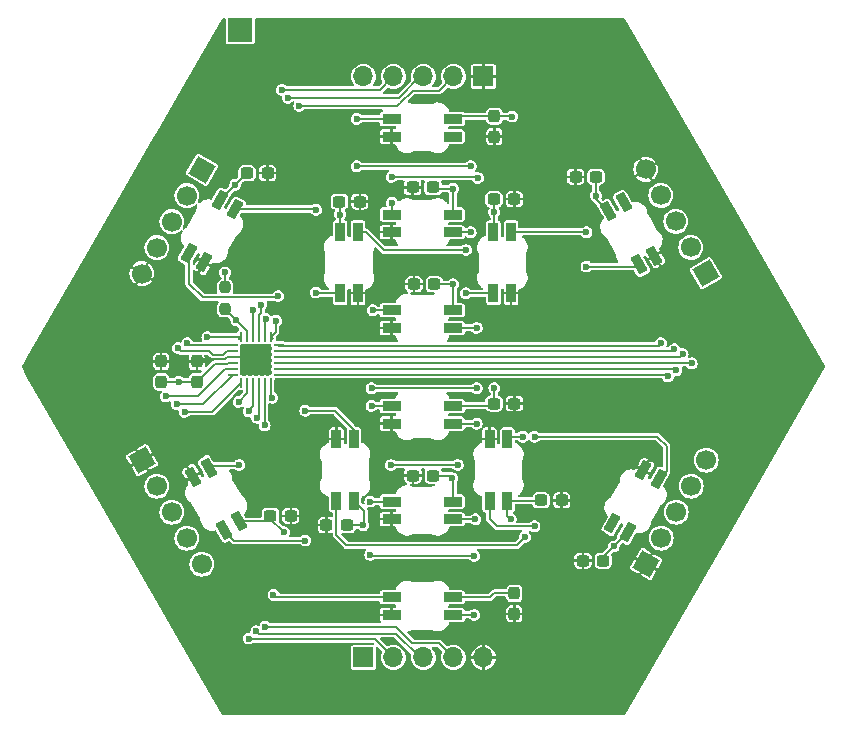
<source format=gbr>
%TF.GenerationSoftware,KiCad,Pcbnew,8.0.8*%
%TF.CreationDate,2025-04-07T13:41:04-04:00*%
%TF.ProjectId,pcb_tile_game_tile_sos,7063625f-7469-46c6-955f-67616d655f74,1.0*%
%TF.SameCoordinates,Original*%
%TF.FileFunction,Copper,L1,Top*%
%TF.FilePolarity,Positive*%
%FSLAX46Y46*%
G04 Gerber Fmt 4.6, Leading zero omitted, Abs format (unit mm)*
G04 Created by KiCad (PCBNEW 8.0.8) date 2025-04-07 13:41:04*
%MOMM*%
%LPD*%
G01*
G04 APERTURE LIST*
G04 Aperture macros list*
%AMRoundRect*
0 Rectangle with rounded corners*
0 $1 Rounding radius*
0 $2 $3 $4 $5 $6 $7 $8 $9 X,Y pos of 4 corners*
0 Add a 4 corners polygon primitive as box body*
4,1,4,$2,$3,$4,$5,$6,$7,$8,$9,$2,$3,0*
0 Add four circle primitives for the rounded corners*
1,1,$1+$1,$2,$3*
1,1,$1+$1,$4,$5*
1,1,$1+$1,$6,$7*
1,1,$1+$1,$8,$9*
0 Add four rect primitives between the rounded corners*
20,1,$1+$1,$2,$3,$4,$5,0*
20,1,$1+$1,$4,$5,$6,$7,0*
20,1,$1+$1,$6,$7,$8,$9,0*
20,1,$1+$1,$8,$9,$2,$3,0*%
%AMHorizOval*
0 Thick line with rounded ends*
0 $1 width*
0 $2 $3 position (X,Y) of the first rounded end (center of the circle)*
0 $4 $5 position (X,Y) of the second rounded end (center of the circle)*
0 Add line between two ends*
20,1,$1,$2,$3,$4,$5,0*
0 Add two circle primitives to create the rounded ends*
1,1,$1,$2,$3*
1,1,$1,$4,$5*%
%AMRotRect*
0 Rectangle, with rotation*
0 The origin of the aperture is its center*
0 $1 length*
0 $2 width*
0 $3 Rotation angle, in degrees counterclockwise*
0 Add horizontal line*
21,1,$1,$2,0,0,$3*%
G04 Aperture macros list end*
%TA.AperFunction,SMDPad,CuDef*%
%ADD10RoundRect,0.237500X-0.300000X-0.237500X0.300000X-0.237500X0.300000X0.237500X-0.300000X0.237500X0*%
%TD*%
%TA.AperFunction,SMDPad,CuDef*%
%ADD11RoundRect,0.237500X0.300000X0.237500X-0.300000X0.237500X-0.300000X-0.237500X0.300000X-0.237500X0*%
%TD*%
%TA.AperFunction,ComponentPad*%
%ADD12R,1.700000X1.700000*%
%TD*%
%TA.AperFunction,ComponentPad*%
%ADD13O,1.700000X1.700000*%
%TD*%
%TA.AperFunction,SMDPad,CuDef*%
%ADD14RoundRect,0.237500X-0.237500X0.250000X-0.237500X-0.250000X0.237500X-0.250000X0.237500X0.250000X0*%
%TD*%
%TA.AperFunction,SMDPad,CuDef*%
%ADD15RoundRect,0.237500X0.237500X-0.300000X0.237500X0.300000X-0.237500X0.300000X-0.237500X-0.300000X0*%
%TD*%
%TA.AperFunction,ComponentPad*%
%ADD16RotRect,1.700000X1.700000X150.000000*%
%TD*%
%TA.AperFunction,ComponentPad*%
%ADD17HorizOval,1.700000X0.000000X0.000000X0.000000X0.000000X0*%
%TD*%
%TA.AperFunction,ComponentPad*%
%ADD18RotRect,1.700000X1.700000X330.000000*%
%TD*%
%TA.AperFunction,ComponentPad*%
%ADD19HorizOval,1.700000X0.000000X0.000000X0.000000X0.000000X0*%
%TD*%
%TA.AperFunction,ComponentPad*%
%ADD20RotRect,1.700000X1.700000X210.000000*%
%TD*%
%TA.AperFunction,ComponentPad*%
%ADD21HorizOval,1.700000X0.000000X0.000000X0.000000X0.000000X0*%
%TD*%
%TA.AperFunction,ComponentPad*%
%ADD22RotRect,1.700000X1.700000X30.000000*%
%TD*%
%TA.AperFunction,ComponentPad*%
%ADD23HorizOval,1.700000X0.000000X0.000000X0.000000X0.000000X0*%
%TD*%
%TA.AperFunction,SMDPad,CuDef*%
%ADD24R,2.000000X2.000000*%
%TD*%
%TA.AperFunction,SMDPad,CuDef*%
%ADD25RoundRect,0.062500X-0.350000X-0.062500X0.350000X-0.062500X0.350000X0.062500X-0.350000X0.062500X0*%
%TD*%
%TA.AperFunction,SMDPad,CuDef*%
%ADD26RoundRect,0.062500X-0.062500X-0.350000X0.062500X-0.350000X0.062500X0.350000X-0.062500X0.350000X0*%
%TD*%
%TA.AperFunction,HeatsinkPad*%
%ADD27R,2.600000X2.600000*%
%TD*%
%TA.AperFunction,SMDPad,CuDef*%
%ADD28RoundRect,0.082000X-0.718000X0.328000X-0.718000X-0.328000X0.718000X-0.328000X0.718000X0.328000X0*%
%TD*%
%TA.AperFunction,SMDPad,CuDef*%
%ADD29RoundRect,0.082000X0.328000X0.718000X-0.328000X0.718000X-0.328000X-0.718000X0.328000X-0.718000X0*%
%TD*%
%TA.AperFunction,SMDPad,CuDef*%
%ADD30RoundRect,0.082000X0.074944X-0.785806X0.643056X-0.457806X-0.074944X0.785806X-0.643056X0.457806X0*%
%TD*%
%TA.AperFunction,SMDPad,CuDef*%
%ADD31RoundRect,0.082000X-0.643056X-0.457806X-0.074944X-0.785806X0.643056X0.457806X0.074944X0.785806X0*%
%TD*%
%TA.AperFunction,SMDPad,CuDef*%
%ADD32RoundRect,0.082000X0.643056X0.457806X0.074944X0.785806X-0.643056X-0.457806X-0.074944X-0.785806X0*%
%TD*%
%TA.AperFunction,SMDPad,CuDef*%
%ADD33RoundRect,0.082000X-0.328000X-0.718000X0.328000X-0.718000X0.328000X0.718000X-0.328000X0.718000X0*%
%TD*%
%TA.AperFunction,SMDPad,CuDef*%
%ADD34RoundRect,0.082000X-0.074944X0.785806X-0.643056X0.457806X0.074944X-0.785806X0.643056X-0.457806X0*%
%TD*%
%TA.AperFunction,ViaPad*%
%ADD35C,0.600000*%
%TD*%
%TA.AperFunction,Conductor*%
%ADD36C,0.200000*%
%TD*%
G04 APERTURE END LIST*
D10*
%TO.P,C2,1*%
%TO.N,GND*%
X139160000Y-89200000D03*
%TO.P,C2,2*%
%TO.N,VCC*%
X140885000Y-89200000D03*
%TD*%
D11*
%TO.P,C13,1*%
%TO.N,GND*%
X151760000Y-91300000D03*
%TO.P,C13,2*%
%TO.N,VCC*%
X150035000Y-91300002D03*
%TD*%
%TO.P,C3,1*%
%TO.N,GND*%
X147760000Y-83100000D03*
%TO.P,C3,2*%
%TO.N,VCC*%
X146035000Y-83100000D03*
%TD*%
D12*
%TO.P,J2,1,Pin_1*%
%TO.N,VCC*%
X134980000Y-104600000D03*
D13*
%TO.P,J2,2,Pin_2*%
%TO.N,/TX_J2*%
X137520000Y-104600000D03*
%TO.P,J2,3,Pin_3*%
%TO.N,/DATA_J2*%
X140060000Y-104600000D03*
%TO.P,J2,4,Pin_4*%
%TO.N,/RX_J2*%
X142600000Y-104600000D03*
%TO.P,J2,5,Pin_5*%
%TO.N,GND*%
X145140000Y-104600000D03*
%TD*%
D14*
%TO.P,R1,1*%
%TO.N,VCC*%
X123260000Y-73275000D03*
%TO.P,R1,2*%
%TO.N,/UPDI*%
X123260000Y-75100000D03*
%TD*%
D10*
%TO.P,C10,1*%
%TO.N,GND*%
X152935000Y-63900000D03*
%TO.P,C10,2*%
%TO.N,VCC*%
X154660000Y-63900000D03*
%TD*%
D15*
%TO.P,C15,1*%
%TO.N,VCC*%
X120860000Y-81262500D03*
%TO.P,C15,2*%
%TO.N,GND*%
X120860000Y-79537500D03*
%TD*%
D10*
%TO.P,C5,1*%
%TO.N,GND*%
X139135000Y-64800000D03*
%TO.P,C5,2*%
%TO.N,VCC*%
X140860000Y-64800000D03*
%TD*%
D11*
%TO.P,C8,1*%
%TO.N,GND*%
X134660000Y-66000000D03*
%TO.P,C8,2*%
%TO.N,VCC*%
X132935000Y-66000000D03*
%TD*%
D15*
%TO.P,C6,1*%
%TO.N,GND*%
X146060000Y-60500000D03*
%TO.P,C6,2*%
%TO.N,VCC*%
X146060000Y-58775000D03*
%TD*%
D16*
%TO.P,J3,1,Pin_1*%
%TO.N,GND*%
X158920000Y-96689409D03*
D17*
%TO.P,J3,2,Pin_2*%
%TO.N,/TX_J3*%
X160190000Y-94489704D03*
%TO.P,J3,3,Pin_3*%
%TO.N,/DATA_J3*%
X161460000Y-92290000D03*
%TO.P,J3,4,Pin_4*%
%TO.N,/RX_J3*%
X162730000Y-90090295D03*
%TO.P,J3,5,Pin_5*%
%TO.N,VCC*%
X164000000Y-87890591D03*
%TD*%
D10*
%TO.P,C14,1*%
%TO.N,GND*%
X153560000Y-96400000D03*
%TO.P,C14,2*%
%TO.N,VCC*%
X155285000Y-96400002D03*
%TD*%
%TO.P,C12,1*%
%TO.N,GND*%
X131835000Y-93400000D03*
%TO.P,C12,2*%
%TO.N,VCC*%
X133560000Y-93400000D03*
%TD*%
D18*
%TO.P,J6,1,Pin_1*%
%TO.N,VCC*%
X121300000Y-63300591D03*
D19*
%TO.P,J6,2,Pin_2*%
%TO.N,/TX_J6*%
X120030000Y-65500296D03*
%TO.P,J6,3,Pin_3*%
%TO.N,/DATA_J6*%
X118760000Y-67700000D03*
%TO.P,J6,4,Pin_4*%
%TO.N,/RX_J6*%
X117490000Y-69899705D03*
%TO.P,J6,5,Pin_5*%
%TO.N,GND*%
X116220000Y-72099409D03*
%TD*%
D11*
%TO.P,C7,1*%
%TO.N,GND*%
X126860000Y-63600000D03*
%TO.P,C7,2*%
%TO.N,VCC*%
X125135000Y-63600000D03*
%TD*%
D15*
%TO.P,C1,1*%
%TO.N,GND*%
X147760000Y-100900000D03*
%TO.P,C1,2*%
%TO.N,VCC*%
X147760000Y-99175000D03*
%TD*%
D20*
%TO.P,J4,1,Pin_1*%
%TO.N,VCC*%
X163963349Y-72075928D03*
D21*
%TO.P,J4,2,Pin_2*%
%TO.N,/TX_J4*%
X162693349Y-69876223D03*
%TO.P,J4,3,Pin_3*%
%TO.N,/DATA_J4*%
X161423349Y-67676519D03*
%TO.P,J4,4,Pin_4*%
%TO.N,/RX_J4*%
X160153349Y-65476814D03*
%TO.P,J4,5,Pin_5*%
%TO.N,GND*%
X158883349Y-63277110D03*
%TD*%
D11*
%TO.P,C9,1*%
%TO.N,GND*%
X147760000Y-65800000D03*
%TO.P,C9,2*%
%TO.N,VCC*%
X146035000Y-65800000D03*
%TD*%
D22*
%TO.P,J1,1,Pin_1*%
%TO.N,GND*%
X116220000Y-87900591D03*
D23*
%TO.P,J1,2,Pin_2*%
%TO.N,/TX_J1*%
X117490000Y-90100296D03*
%TO.P,J1,3,Pin_3*%
%TO.N,/DATA_J1*%
X118760000Y-92300000D03*
%TO.P,J1,4,Pin_4*%
%TO.N,/RX_J1*%
X120030000Y-94499705D03*
%TO.P,J1,5,Pin_5*%
%TO.N,VCC*%
X121300000Y-96699409D03*
%TD*%
D10*
%TO.P,C4,1*%
%TO.N,GND*%
X139260000Y-73000000D03*
%TO.P,C4,2*%
%TO.N,VCC*%
X140985000Y-73000000D03*
%TD*%
D12*
%TO.P,J5,1,Pin_1*%
%TO.N,GND*%
X145140000Y-55400000D03*
D13*
%TO.P,J5,2,Pin_2*%
%TO.N,/TX_J5*%
X142600000Y-55400000D03*
%TO.P,J5,3,Pin_3*%
%TO.N,/DATA_J5*%
X140060000Y-55400000D03*
%TO.P,J5,4,Pin_4*%
%TO.N,/RX_J5*%
X137520000Y-55400000D03*
%TO.P,J5,5,Pin_5*%
%TO.N,VCC*%
X134980000Y-55400000D03*
%TD*%
D24*
%TO.P,TP1,1,1*%
%TO.N,/UPDI*%
X124560000Y-51500000D03*
%TD*%
D25*
%TO.P,U2,1,PA2*%
%TO.N,/DATA_J6*%
X123922500Y-78150000D03*
%TO.P,U2,2,PA3*%
%TO.N,/RX_J6*%
X123922500Y-78650000D03*
%TO.P,U2,3,GND*%
%TO.N,GND*%
X123922500Y-79150000D03*
%TO.P,U2,4,VCC*%
%TO.N,VCC*%
X123922500Y-79650000D03*
%TO.P,U2,5,PA4*%
%TO.N,/TX_J1*%
X123922500Y-80150000D03*
%TO.P,U2,6,PA5*%
%TO.N,/DATA_J1*%
X123922500Y-80650000D03*
D26*
%TO.P,U2,7,PA6*%
%TO.N,/RX_J1*%
X124610000Y-81337500D03*
%TO.P,U2,8,PA7*%
%TO.N,/LED_J1-J6*%
X125110000Y-81337500D03*
%TO.P,U2,9,PB7*%
%TO.N,/TX_J2*%
X125610000Y-81337500D03*
%TO.P,U2,10,PB6*%
%TO.N,/DATA_J2*%
X126110000Y-81337500D03*
%TO.P,U2,11,PB5*%
%TO.N,/RX_J2*%
X126610000Y-81337500D03*
%TO.P,U2,12,PB4*%
%TO.N,/LED_J2-J5*%
X127110000Y-81337500D03*
D25*
%TO.P,U2,13,PB3*%
%TO.N,/TX_J3*%
X127797500Y-80650000D03*
%TO.P,U2,14,PB2*%
%TO.N,/DATA_J3*%
X127797500Y-80150000D03*
%TO.P,U2,15,PB1*%
%TO.N,/RX_J3*%
X127797500Y-79650000D03*
%TO.P,U2,16,PB0*%
%TO.N,/TX_J4*%
X127797500Y-79150000D03*
%TO.P,U2,17,PC0*%
%TO.N,/DATA_J4*%
X127797500Y-78650000D03*
%TO.P,U2,18,PC1*%
%TO.N,/RX_J4*%
X127797500Y-78150000D03*
D26*
%TO.P,U2,19,PC2*%
%TO.N,/LED_J3-J4*%
X127110000Y-77462500D03*
%TO.P,U2,20,PC3*%
%TO.N,/TX_J5*%
X126610000Y-77462500D03*
%TO.P,U2,21,PC4*%
%TO.N,/DATA_J5*%
X126110000Y-77462500D03*
%TO.P,U2,22,PC5*%
%TO.N,/RX_J5*%
X125610000Y-77462500D03*
%TO.P,U2,23,~{RESET}/PA0*%
%TO.N,/UPDI*%
X125110000Y-77462500D03*
%TO.P,U2,24,PA1*%
%TO.N,/TX_J6*%
X124610000Y-77462500D03*
D27*
%TO.P,U2,25,GND*%
%TO.N,GND*%
X125860000Y-79400000D03*
%TD*%
D15*
%TO.P,C16,1*%
%TO.N,VCC*%
X117860000Y-81262500D03*
%TO.P,C16,2*%
%TO.N,GND*%
X117860000Y-79537500D03*
%TD*%
D11*
%TO.P,C11,1*%
%TO.N,GND*%
X128822500Y-92600000D03*
%TO.P,C11,2*%
%TO.N,VCC*%
X127097500Y-92600000D03*
%TD*%
D28*
%TO.P,LED2,1,VDD*%
%TO.N,VCC*%
X142560000Y-91400000D03*
%TO.P,LED2,2,DOUT*%
%TO.N,Net-(LED2-DOUT)*%
X142560000Y-92900000D03*
%TO.P,LED2,3,VSS*%
%TO.N,GND*%
X137360000Y-92900000D03*
%TO.P,LED2,4,DIN*%
%TO.N,Net-(LED1-DOUT)*%
X137360000Y-91400000D03*
%TD*%
D29*
%TO.P,LED12,1,VDD*%
%TO.N,VCC*%
X134183808Y-91312500D03*
%TO.P,LED12,2,DOUT*%
%TO.N,Net-(LED12-DOUT)*%
X132683808Y-91312500D03*
%TO.P,LED12,3,VSS*%
%TO.N,GND*%
X132683808Y-86112500D03*
%TO.P,LED12,4,DIN*%
%TO.N,Net-(LED11-DOUT)*%
X134183808Y-86112500D03*
%TD*%
D30*
%TO.P,LED10,1,VDD*%
%TO.N,VCC*%
X155711441Y-66824573D03*
%TO.P,LED10,2,DOUT*%
%TO.N,unconnected-(LED10-DOUT-Pad2)*%
X157010481Y-66074574D03*
%TO.P,LED10,3,VSS*%
%TO.N,GND*%
X159610480Y-70577906D03*
%TO.P,LED10,4,DIN*%
%TO.N,Net-(LED10-DIN)*%
X158311443Y-71327906D03*
%TD*%
D28*
%TO.P,LED5,1,VDD*%
%TO.N,VCC*%
X142560000Y-67100000D03*
%TO.P,LED5,2,DOUT*%
%TO.N,Net-(LED5-DOUT)*%
X142560000Y-68600000D03*
%TO.P,LED5,3,VSS*%
%TO.N,GND*%
X137360000Y-68600000D03*
%TO.P,LED5,4,DIN*%
%TO.N,Net-(LED4-DOUT)*%
X137360000Y-67100000D03*
%TD*%
%TO.P,LED1,1,VDD*%
%TO.N,VCC*%
X142560000Y-99500000D03*
%TO.P,LED1,2,DOUT*%
%TO.N,Net-(LED1-DOUT)*%
X142560000Y-101000000D03*
%TO.P,LED1,3,VSS*%
%TO.N,GND*%
X137360000Y-101000000D03*
%TO.P,LED1,4,DIN*%
%TO.N,/LED_J2-J5*%
X137360000Y-99500000D03*
%TD*%
%TO.P,LED3,1,VDD*%
%TO.N,VCC*%
X142560000Y-83300000D03*
%TO.P,LED3,2,DOUT*%
%TO.N,Net-(LED3-DOUT)*%
X142560000Y-84800000D03*
%TO.P,LED3,3,VSS*%
%TO.N,GND*%
X137360000Y-84800000D03*
%TO.P,LED3,4,DIN*%
%TO.N,Net-(LED2-DOUT)*%
X137360000Y-83300000D03*
%TD*%
D31*
%TO.P,LED7,1,VDD*%
%TO.N,VCC*%
X122810480Y-65877906D03*
%TO.P,LED7,2,DOUT*%
%TO.N,Net-(LED7-DOUT)*%
X124109519Y-66627906D03*
%TO.P,LED7,3,VSS*%
%TO.N,GND*%
X121509519Y-71131238D03*
%TO.P,LED7,4,DIN*%
%TO.N,/LED_J3-J4*%
X120210480Y-70381237D03*
%TD*%
D32*
%TO.P,LED14,1,VDD*%
%TO.N,VCC*%
X157360000Y-94000000D03*
%TO.P,LED14,2,DOUT*%
%TO.N,unconnected-(LED14-DOUT-Pad2)*%
X156060961Y-93250000D03*
%TO.P,LED14,3,VSS*%
%TO.N,GND*%
X158660961Y-88746668D03*
%TO.P,LED14,4,DIN*%
%TO.N,Net-(LED13-DOUT)*%
X159960000Y-89496668D03*
%TD*%
D33*
%TO.P,LED8,1,VDD*%
%TO.N,VCC*%
X133010480Y-68565406D03*
%TO.P,LED8,2,DOUT*%
%TO.N,Net-(LED8-DOUT)*%
X134510480Y-68565406D03*
%TO.P,LED8,3,VSS*%
%TO.N,GND*%
X134510480Y-73765406D03*
%TO.P,LED8,4,DIN*%
%TO.N,Net-(LED7-DOUT)*%
X133010480Y-73765406D03*
%TD*%
D34*
%TO.P,LED11,1,VDD*%
%TO.N,VCC*%
X124459039Y-93053332D03*
%TO.P,LED11,2,DOUT*%
%TO.N,Net-(LED11-DOUT)*%
X123160000Y-93803332D03*
%TO.P,LED11,3,VSS*%
%TO.N,GND*%
X120560000Y-89300000D03*
%TO.P,LED11,4,DIN*%
%TO.N,/LED_J1-J6*%
X121859039Y-88550000D03*
%TD*%
D28*
%TO.P,LED4,1,VDD*%
%TO.N,VCC*%
X142560000Y-75200000D03*
%TO.P,LED4,2,DOUT*%
%TO.N,Net-(LED4-DOUT)*%
X142560000Y-76700000D03*
%TO.P,LED4,3,VSS*%
%TO.N,GND*%
X137360000Y-76700000D03*
%TO.P,LED4,4,DIN*%
%TO.N,Net-(LED3-DOUT)*%
X137360000Y-75200000D03*
%TD*%
%TO.P,LED6,1,VDD*%
%TO.N,VCC*%
X142560000Y-59000000D03*
%TO.P,LED6,2,DOUT*%
%TO.N,unconnected-(LED6-DOUT-Pad2)*%
X142560000Y-60500000D03*
%TO.P,LED6,3,VSS*%
%TO.N,GND*%
X137360000Y-60500000D03*
%TO.P,LED6,4,DIN*%
%TO.N,Net-(LED5-DOUT)*%
X137360000Y-59000000D03*
%TD*%
D33*
%TO.P,LED9,1,VDD*%
%TO.N,VCC*%
X145986672Y-68565406D03*
%TO.P,LED9,2,DOUT*%
%TO.N,Net-(LED10-DIN)*%
X147486672Y-68565406D03*
%TO.P,LED9,3,VSS*%
%TO.N,GND*%
X147486672Y-73765406D03*
%TO.P,LED9,4,DIN*%
%TO.N,Net-(LED8-DOUT)*%
X145986672Y-73765406D03*
%TD*%
D29*
%TO.P,LED13,1,VDD*%
%TO.N,VCC*%
X147160000Y-91312500D03*
%TO.P,LED13,2,DOUT*%
%TO.N,Net-(LED13-DOUT)*%
X145660000Y-91312500D03*
%TO.P,LED13,3,VSS*%
%TO.N,GND*%
X145660000Y-86112500D03*
%TO.P,LED13,4,DIN*%
%TO.N,Net-(LED12-DOUT)*%
X147160000Y-86112500D03*
%TD*%
D35*
%TO.N,VCC*%
X154660000Y-65500000D03*
X147560000Y-58800000D03*
X134960000Y-93400000D03*
X133010480Y-67100000D03*
X142560000Y-64900000D03*
X156160000Y-95200000D03*
X147660000Y-99200000D03*
X146035000Y-66900000D03*
X142560000Y-72999992D03*
X119360000Y-81262500D03*
X147460000Y-92900000D03*
X142460000Y-89400000D03*
X123260000Y-72000000D03*
X124124193Y-64564193D03*
X146060000Y-81800000D03*
X128260000Y-94000000D03*
%TO.N,Net-(LED1-DOUT)*%
X135560000Y-91400000D03*
X135560000Y-95900000D03*
X144360000Y-96000000D03*
X144360000Y-101000000D03*
%TO.N,Net-(LED2-DOUT)*%
X142960000Y-88300000D03*
X137311617Y-88300000D03*
X135660000Y-83300000D03*
X144460000Y-92900000D03*
%TO.N,Net-(LED3-DOUT)*%
X144560000Y-81800000D03*
X144560000Y-84800000D03*
X135660000Y-81799996D03*
X135760000Y-75200000D03*
%TO.N,Net-(LED4-DOUT)*%
X137360000Y-66100000D03*
X137360000Y-63900000D03*
X144660000Y-64000000D03*
X144560000Y-76700000D03*
%TO.N,Net-(LED5-DOUT)*%
X134410002Y-59000000D03*
X144060000Y-63000000D03*
X144060000Y-68600000D03*
X134410002Y-63000000D03*
%TO.N,/DATA_J1*%
X119160000Y-83150000D03*
%TO.N,/TX_J1*%
X118260000Y-82500000D03*
%TO.N,/RX_J1*%
X119834879Y-83800000D03*
%TO.N,/TX_J2*%
X125260222Y-83769506D03*
X125260000Y-103000000D03*
%TO.N,/DATA_J2*%
X125899734Y-102380133D03*
X125960000Y-84294159D03*
%TO.N,/RX_J2*%
X126660000Y-102000000D03*
X126610000Y-84950000D03*
%TO.N,/RX_J3*%
X162760000Y-79700000D03*
%TO.N,/DATA_J3*%
X161460000Y-80299996D03*
%TO.N,/TX_J3*%
X160760000Y-80800000D03*
%TO.N,/TX_J4*%
X161998556Y-78922439D03*
%TO.N,/RX_J4*%
X160160000Y-78000000D03*
%TO.N,/DATA_J4*%
X161307010Y-78500000D03*
%TO.N,/UPDI*%
X124210000Y-76050000D03*
X124560000Y-51500000D03*
%TO.N,/RX_J5*%
X125610000Y-75193359D03*
X128060000Y-56550000D03*
%TO.N,/TX_J5*%
X126760000Y-75950000D03*
X129560000Y-57900000D03*
%TO.N,/DATA_J5*%
X126318962Y-74724449D03*
X128560000Y-57199999D03*
%TO.N,Net-(LED7-DOUT)*%
X130960000Y-66700000D03*
X130960000Y-73700002D03*
%TO.N,Net-(LED8-DOUT)*%
X143660000Y-73765406D03*
X143660000Y-70100000D03*
%TO.N,Net-(LED10-DIN)*%
X153860000Y-68600000D03*
X153860000Y-71500000D03*
%TO.N,Net-(LED11-DOUT)*%
X130060000Y-94700000D03*
X130060000Y-83700000D03*
%TO.N,/DATA_J6*%
X120060000Y-78000000D03*
%TO.N,/RX_J6*%
X119260000Y-78400000D03*
%TO.N,/TX_J6*%
X121760000Y-77500000D03*
%TO.N,/LED_J1-J6*%
X124410000Y-82950000D03*
X124460000Y-88300000D03*
%TO.N,/LED_J2-J5*%
X127260000Y-82609620D03*
X127360000Y-99300000D03*
%TO.N,Net-(LED12-DOUT)*%
X148460000Y-85900000D03*
X148660000Y-94400000D03*
%TO.N,/LED_J3-J4*%
X127560000Y-76100000D03*
X127760000Y-74000000D03*
%TO.N,Net-(LED13-DOUT)*%
X149460000Y-93500000D03*
X149460000Y-85900000D03*
%TD*%
D36*
%TO.N,GND*%
X120860000Y-79537500D02*
X121047500Y-79350000D01*
X123260611Y-79350000D02*
X123460611Y-79150000D01*
X121047500Y-79350000D02*
X123260611Y-79350000D01*
X120860000Y-79537500D02*
X117860000Y-79537500D01*
X123460611Y-79150000D02*
X123922500Y-79150000D01*
%TO.N,VCC*%
X119360000Y-81262500D02*
X117860000Y-81262500D01*
X147160000Y-91312500D02*
X150022502Y-91312500D01*
X133010480Y-67100000D02*
X133010480Y-66075480D01*
X150022502Y-91312500D02*
X150035000Y-91300002D01*
X155711441Y-66824573D02*
X154660000Y-65773132D01*
X142560000Y-83300000D02*
X145835000Y-83300000D01*
X133010480Y-66075480D02*
X132935000Y-66000000D01*
X135060000Y-93400000D02*
X135060000Y-92188692D01*
X123260000Y-73275000D02*
X123260000Y-72000000D01*
X142560000Y-99500000D02*
X145697500Y-99500000D01*
X142560000Y-89500000D02*
X142560000Y-91400000D01*
X140960000Y-64900000D02*
X140860000Y-64800000D01*
X123922500Y-79650000D02*
X123526297Y-79650000D01*
X142560000Y-75200000D02*
X142560000Y-72999992D01*
X133560000Y-93400000D02*
X134960000Y-93400000D01*
X147535000Y-58775000D02*
X147560000Y-58800000D01*
X146035000Y-66900000D02*
X146035000Y-68517078D01*
X123426297Y-79750000D02*
X122372500Y-79750000D01*
X146060000Y-58775000D02*
X147535000Y-58775000D01*
X147160000Y-92600000D02*
X147460000Y-92900000D01*
X123526297Y-79650000D02*
X123426297Y-79750000D01*
X127097500Y-92600000D02*
X127097500Y-92837500D01*
X154660000Y-65773132D02*
X154660000Y-65500000D01*
X124124193Y-64564193D02*
X125088386Y-63600000D01*
X142559992Y-73000000D02*
X142560000Y-72999992D01*
X146035000Y-65800000D02*
X146035000Y-66900000D01*
X134960000Y-93400000D02*
X135060000Y-93400000D01*
X142660000Y-59000000D02*
X142885000Y-58775000D01*
X154660000Y-65500000D02*
X154660000Y-63900000D01*
X124459039Y-93053332D02*
X126644168Y-93053332D01*
X120860000Y-81262500D02*
X119360000Y-81262500D01*
X146060000Y-99137500D02*
X147597500Y-99137500D01*
X125088386Y-63600000D02*
X125135000Y-63600000D01*
X156160000Y-95200000D02*
X157360000Y-94000000D01*
X142260000Y-89200000D02*
X142460000Y-89400000D01*
X122372500Y-79750000D02*
X120860000Y-81262500D01*
X146035000Y-81825000D02*
X146060000Y-81800000D01*
X146035000Y-68517078D02*
X145986672Y-68565406D01*
X135060000Y-92188692D02*
X134183808Y-91312500D01*
X145835000Y-83300000D02*
X146035000Y-83100000D01*
X146035000Y-83100000D02*
X146035000Y-81825000D01*
X126644168Y-93053332D02*
X127097500Y-92600000D01*
X145697500Y-99500000D02*
X146060000Y-99137500D01*
X142560000Y-59000000D02*
X142660000Y-59000000D01*
X142560000Y-64900000D02*
X142560000Y-67100000D01*
X122810480Y-65877906D02*
X124124193Y-64564193D01*
X133010480Y-68565406D02*
X133010480Y-67100000D01*
X147160000Y-91312500D02*
X147160000Y-92600000D01*
X142885000Y-58775000D02*
X146060000Y-58775000D01*
X147597500Y-99137500D02*
X147660000Y-99200000D01*
X142560000Y-64900000D02*
X140960000Y-64900000D01*
X155285000Y-96400002D02*
X155285000Y-96075000D01*
X155285000Y-96075000D02*
X156160000Y-95200000D01*
X142460000Y-89400000D02*
X142560000Y-89500000D01*
X127097500Y-92837500D02*
X128260000Y-94000000D01*
X140985000Y-73000000D02*
X142559992Y-73000000D01*
X140885000Y-89200000D02*
X142260000Y-89200000D01*
%TO.N,Net-(LED1-DOUT)*%
X142560000Y-101000000D02*
X144360000Y-101000000D01*
X135660000Y-96000000D02*
X135560000Y-95900000D01*
X144360000Y-96000000D02*
X135660000Y-96000000D01*
X135560000Y-91400000D02*
X137360000Y-91400000D01*
%TO.N,Net-(LED2-DOUT)*%
X137311617Y-88300000D02*
X142960000Y-88300000D01*
X142560000Y-92900000D02*
X144460000Y-92900000D01*
X135660000Y-83300000D02*
X137360000Y-83300000D01*
%TO.N,Net-(LED3-DOUT)*%
X135660004Y-81800000D02*
X135660000Y-81799996D01*
X135760000Y-75200000D02*
X137360000Y-75200000D01*
X144560000Y-81800000D02*
X135660004Y-81800000D01*
X142560000Y-84800000D02*
X144560000Y-84800000D01*
%TO.N,Net-(LED4-DOUT)*%
X142560000Y-76700000D02*
X144560000Y-76700000D01*
X144560000Y-63900000D02*
X137360000Y-63900000D01*
X137360000Y-66100000D02*
X137360000Y-67100000D01*
X144660000Y-64000000D02*
X144560000Y-63900000D01*
%TO.N,Net-(LED5-DOUT)*%
X137360000Y-59000000D02*
X134410002Y-59000000D01*
X144060000Y-63000000D02*
X134410002Y-63000000D01*
X142560000Y-68600000D02*
X144060000Y-68600000D01*
%TO.N,/DATA_J1*%
X123922500Y-80650000D02*
X121422500Y-83150000D01*
X121422500Y-83150000D02*
X119160000Y-83150000D01*
%TO.N,/TX_J1*%
X123922500Y-80150000D02*
X123276722Y-80150000D01*
X123276722Y-80150000D02*
X120926722Y-82500000D01*
X120926722Y-82500000D02*
X118260000Y-82500000D01*
%TO.N,/RX_J1*%
X122147500Y-83800000D02*
X119834879Y-83800000D01*
X124610000Y-81337500D02*
X122147500Y-83800000D01*
%TO.N,/TX_J2*%
X125610000Y-81337500D02*
X125610000Y-83330761D01*
X125260222Y-83680539D02*
X125260222Y-83769506D01*
X135970000Y-103050000D02*
X125310000Y-103050000D01*
X125610000Y-83330761D02*
X125260222Y-83680539D01*
X125310000Y-103050000D02*
X125260000Y-103000000D01*
X137520000Y-104600000D02*
X135970000Y-103050000D01*
%TO.N,/DATA_J2*%
X126110000Y-81337500D02*
X126110000Y-84144159D01*
X139761879Y-104600000D02*
X137766914Y-102605035D01*
X126124636Y-102605035D02*
X125899734Y-102380133D01*
X140060000Y-104600000D02*
X139761879Y-104600000D01*
X126110000Y-84144159D02*
X125960000Y-84294159D01*
X137766914Y-102605035D02*
X126124636Y-102605035D01*
%TO.N,/RX_J2*%
X141400000Y-103400000D02*
X139127565Y-103400000D01*
X137992387Y-102264822D02*
X137905692Y-102205035D01*
X139127565Y-103400000D02*
X137992387Y-102264822D01*
X126610000Y-81337500D02*
X126610000Y-84950000D01*
X137905692Y-102205035D02*
X137700657Y-102000000D01*
X137700657Y-102000000D02*
X126660000Y-102000000D01*
X142600000Y-104600000D02*
X141400000Y-103400000D01*
%TO.N,/RX_J3*%
X162710000Y-79650000D02*
X162760000Y-79700000D01*
X127797500Y-79650000D02*
X162710000Y-79650000D01*
%TO.N,/DATA_J3*%
X161310004Y-80150000D02*
X161460000Y-80299996D01*
X127797500Y-80150000D02*
X161310004Y-80150000D01*
%TO.N,/TX_J3*%
X127797500Y-80650000D02*
X160610000Y-80650000D01*
X160610000Y-80650000D02*
X160760000Y-80800000D01*
%TO.N,/TX_J4*%
X161770995Y-79150000D02*
X161998556Y-78922439D01*
X127797500Y-79150000D02*
X161770995Y-79150000D01*
%TO.N,/RX_J4*%
X127797500Y-78150000D02*
X127836955Y-78189455D01*
X127836955Y-78189455D02*
X159970545Y-78189455D01*
X159970545Y-78189455D02*
X160160000Y-78000000D01*
%TO.N,/DATA_J4*%
X161157010Y-78650000D02*
X161307010Y-78500000D01*
X127797500Y-78650000D02*
X161157010Y-78650000D01*
%TO.N,/UPDI*%
X123260000Y-75100000D02*
X124210000Y-76050000D01*
X125110000Y-76950000D02*
X125110000Y-77462500D01*
X124210000Y-76050000D02*
X125110000Y-76950000D01*
%TO.N,/RX_J5*%
X125610000Y-77462500D02*
X125610000Y-75193359D01*
X136370000Y-56550000D02*
X137520000Y-55400000D01*
X128060000Y-56550000D02*
X136370000Y-56550000D01*
%TO.N,/TX_J5*%
X138096731Y-57663269D02*
X139160000Y-56600000D01*
X129560000Y-57900000D02*
X137820126Y-57900000D01*
X126610000Y-77462500D02*
X126610000Y-76100000D01*
X137905722Y-57794994D02*
X138096731Y-57663269D01*
X126610000Y-76100000D02*
X126760000Y-75950000D01*
X141400000Y-56600000D02*
X142600000Y-55400000D01*
X137820126Y-57900000D02*
X137905722Y-57794994D01*
X139160000Y-56600000D02*
X141400000Y-56600000D01*
%TO.N,/DATA_J5*%
X128560000Y-57199999D02*
X137994315Y-57199999D01*
X137994315Y-57199999D02*
X139794314Y-55400000D01*
X126110000Y-77462500D02*
X126110000Y-75612598D01*
X126110000Y-75612598D02*
X126318962Y-75403636D01*
X126318962Y-75403636D02*
X126318962Y-74724449D01*
X139794314Y-55400000D02*
X140060000Y-55400000D01*
%TO.N,Net-(LED7-DOUT)*%
X131025404Y-73765406D02*
X130960000Y-73700002D01*
X130887906Y-66627906D02*
X130960000Y-66700000D01*
X133010480Y-73765406D02*
X131025404Y-73765406D01*
X124109519Y-66627906D02*
X130887906Y-66627906D01*
%TO.N,Net-(LED8-DOUT)*%
X135169795Y-68565406D02*
X136704389Y-70100000D01*
X145986672Y-73765406D02*
X143660000Y-73765406D01*
X134510480Y-68565406D02*
X135169795Y-68565406D01*
X136704389Y-70100000D02*
X143660000Y-70100000D01*
%TO.N,Net-(LED10-DIN)*%
X153825406Y-68565406D02*
X153860000Y-68600000D01*
X158139349Y-71500000D02*
X158311443Y-71327906D01*
X153860000Y-71500000D02*
X158139349Y-71500000D01*
X147486672Y-68565406D02*
X153825406Y-68565406D01*
%TO.N,Net-(LED11-DOUT)*%
X124056668Y-94700000D02*
X123160000Y-93803332D01*
X130060000Y-94700000D02*
X124056668Y-94700000D01*
X132571308Y-83700000D02*
X130060000Y-83700000D01*
X134183808Y-85312500D02*
X132571308Y-83700000D01*
X134183808Y-86112500D02*
X134183808Y-85312500D01*
%TO.N,/DATA_J6*%
X120210000Y-78150000D02*
X120060000Y-78000000D01*
X123922500Y-78150000D02*
X120210000Y-78150000D01*
%TO.N,/RX_J6*%
X123922500Y-78650000D02*
X123394925Y-78650000D01*
X119510000Y-78650000D02*
X119260000Y-78400000D01*
X122225075Y-78950000D02*
X121925075Y-78650000D01*
X123394925Y-78650000D02*
X123094925Y-78950000D01*
X121925075Y-78650000D02*
X119510000Y-78650000D01*
X123094925Y-78950000D02*
X122225075Y-78950000D01*
%TO.N,/TX_J6*%
X124610000Y-77462500D02*
X124472500Y-77600000D01*
X121797500Y-77462500D02*
X121760000Y-77500000D01*
X124610000Y-77462500D02*
X121797500Y-77462500D01*
%TO.N,/LED_J1-J6*%
X125110000Y-82250000D02*
X124410000Y-82950000D01*
X125110000Y-81337500D02*
X125110000Y-82250000D01*
X122039150Y-88369889D02*
X124390111Y-88369889D01*
X124390111Y-88369889D02*
X124460000Y-88300000D01*
X121859039Y-88550000D02*
X122039150Y-88369889D01*
%TO.N,/LED_J2-J5*%
X127169620Y-82609620D02*
X127260000Y-82609620D01*
X127560000Y-99500000D02*
X137360000Y-99500000D01*
X127110000Y-81337500D02*
X127110000Y-82550000D01*
X127110000Y-82550000D02*
X127169620Y-82609620D01*
X127360000Y-99300000D02*
X127560000Y-99500000D01*
%TO.N,Net-(LED12-DOUT)*%
X132683808Y-94248643D02*
X133535165Y-95100000D01*
X148460000Y-85900000D02*
X147372500Y-85900000D01*
X147960000Y-95100000D02*
X148660000Y-94400000D01*
X147372500Y-85900000D02*
X147160000Y-86112500D01*
X133535165Y-95100000D02*
X147960000Y-95100000D01*
X132683808Y-91312500D02*
X132683808Y-94248643D01*
%TO.N,/LED_J3-J4*%
X127660000Y-74100000D02*
X127760000Y-74000000D01*
X120210480Y-72950480D02*
X121360000Y-74100000D01*
X127560000Y-77012500D02*
X127110000Y-77462500D01*
X121360000Y-74100000D02*
X127660000Y-74100000D01*
X127110000Y-77462500D02*
X127291764Y-77644264D01*
X127560000Y-76100000D02*
X127560000Y-77012500D01*
X120210480Y-70381237D02*
X120210480Y-72950480D01*
%TO.N,Net-(LED13-DOUT)*%
X159860000Y-85900000D02*
X160660000Y-86700000D01*
X145660000Y-91312500D02*
X145660000Y-92900000D01*
X160660000Y-86700000D02*
X160660000Y-88796668D01*
X160660000Y-88796668D02*
X159960000Y-89496668D01*
X145660000Y-92900000D02*
X146260000Y-93500000D01*
X149460000Y-85900000D02*
X159860000Y-85900000D01*
X146260000Y-93500000D02*
X149460000Y-93500000D01*
%TD*%
%TA.AperFunction,Conductor*%
%TO.N,GND*%
G36*
X126915002Y-78040274D02*
G01*
X126944879Y-78060238D01*
X126944880Y-78060238D01*
X126944883Y-78060240D01*
X127021599Y-78075500D01*
X127085500Y-78075499D01*
X127143690Y-78094405D01*
X127179654Y-78143905D01*
X127184500Y-78174498D01*
X127184500Y-78238396D01*
X127184501Y-78238404D01*
X127199759Y-78315115D01*
X127199759Y-78315116D01*
X127199760Y-78315117D01*
X127219726Y-78344999D01*
X127236334Y-78403887D01*
X127219727Y-78454999D01*
X127199761Y-78484880D01*
X127199759Y-78484886D01*
X127184501Y-78561589D01*
X127184500Y-78561599D01*
X127184500Y-78738397D01*
X127184501Y-78738404D01*
X127199759Y-78815115D01*
X127199759Y-78815116D01*
X127199760Y-78815117D01*
X127219726Y-78844999D01*
X127236334Y-78903887D01*
X127219727Y-78954999D01*
X127199761Y-78984880D01*
X127199759Y-78984886D01*
X127184501Y-79061589D01*
X127184500Y-79061599D01*
X127184500Y-79238397D01*
X127184501Y-79238401D01*
X127199759Y-79315115D01*
X127199759Y-79315116D01*
X127199760Y-79315117D01*
X127219726Y-79344999D01*
X127236334Y-79403887D01*
X127219727Y-79454999D01*
X127199761Y-79484880D01*
X127199759Y-79484886D01*
X127184501Y-79561589D01*
X127184500Y-79561599D01*
X127184500Y-79738397D01*
X127184501Y-79738404D01*
X127199759Y-79815115D01*
X127199759Y-79815116D01*
X127199760Y-79815117D01*
X127219726Y-79844999D01*
X127236334Y-79903887D01*
X127219727Y-79954999D01*
X127199761Y-79984880D01*
X127199759Y-79984886D01*
X127184501Y-80061589D01*
X127184500Y-80061599D01*
X127184500Y-80238397D01*
X127184501Y-80238404D01*
X127199759Y-80315115D01*
X127199759Y-80315116D01*
X127199760Y-80315117D01*
X127219726Y-80344999D01*
X127236334Y-80403887D01*
X127219727Y-80454999D01*
X127199761Y-80484880D01*
X127199759Y-80484886D01*
X127184501Y-80561588D01*
X127184500Y-80561600D01*
X127184500Y-80625500D01*
X127165593Y-80683691D01*
X127116093Y-80719655D01*
X127085501Y-80724500D01*
X127021603Y-80724500D01*
X127021595Y-80724501D01*
X126944884Y-80739759D01*
X126915000Y-80759727D01*
X126856111Y-80776334D01*
X126804999Y-80759726D01*
X126775119Y-80739761D01*
X126775117Y-80739760D01*
X126775114Y-80739759D01*
X126775113Y-80739759D01*
X126698410Y-80724501D01*
X126698402Y-80724500D01*
X126698401Y-80724500D01*
X126698400Y-80724500D01*
X126521602Y-80724500D01*
X126521595Y-80724501D01*
X126444884Y-80739759D01*
X126415000Y-80759727D01*
X126356111Y-80776334D01*
X126304999Y-80759726D01*
X126275119Y-80739761D01*
X126275117Y-80739760D01*
X126275114Y-80739759D01*
X126275113Y-80739759D01*
X126198410Y-80724501D01*
X126198402Y-80724500D01*
X126198401Y-80724500D01*
X126198400Y-80724500D01*
X126021602Y-80724500D01*
X126021595Y-80724501D01*
X125944884Y-80739759D01*
X125915000Y-80759727D01*
X125856111Y-80776334D01*
X125804999Y-80759726D01*
X125775119Y-80739761D01*
X125775117Y-80739760D01*
X125775114Y-80739759D01*
X125775113Y-80739759D01*
X125698410Y-80724501D01*
X125698402Y-80724500D01*
X125698401Y-80724500D01*
X125698400Y-80724500D01*
X125521602Y-80724500D01*
X125521595Y-80724501D01*
X125444884Y-80739759D01*
X125415000Y-80759727D01*
X125356111Y-80776334D01*
X125304999Y-80759726D01*
X125275119Y-80739761D01*
X125275117Y-80739760D01*
X125275114Y-80739759D01*
X125275113Y-80739759D01*
X125198410Y-80724501D01*
X125198402Y-80724500D01*
X125198401Y-80724500D01*
X125198400Y-80724500D01*
X125021602Y-80724500D01*
X125021595Y-80724501D01*
X124944884Y-80739759D01*
X124915000Y-80759727D01*
X124856111Y-80776334D01*
X124804999Y-80759726D01*
X124775119Y-80739761D01*
X124775117Y-80739760D01*
X124775114Y-80739759D01*
X124775113Y-80739759D01*
X124698411Y-80724501D01*
X124698401Y-80724500D01*
X124698400Y-80724500D01*
X124634499Y-80724500D01*
X124576308Y-80705593D01*
X124540344Y-80656093D01*
X124535499Y-80625500D01*
X124535499Y-80561602D01*
X124535498Y-80561595D01*
X124520240Y-80484883D01*
X124520239Y-80484881D01*
X124500274Y-80455002D01*
X124483665Y-80396114D01*
X124500274Y-80344998D01*
X124520238Y-80315120D01*
X124520238Y-80315119D01*
X124520240Y-80315117D01*
X124535500Y-80238401D01*
X124535499Y-80061600D01*
X124520240Y-79984883D01*
X124500273Y-79955001D01*
X124483665Y-79896114D01*
X124500274Y-79844998D01*
X124520238Y-79815120D01*
X124520238Y-79815119D01*
X124520240Y-79815117D01*
X124535500Y-79738401D01*
X124535499Y-79561600D01*
X124520240Y-79484883D01*
X124499973Y-79454551D01*
X124483365Y-79395663D01*
X124499975Y-79344547D01*
X124519768Y-79314924D01*
X124532684Y-79250000D01*
X124021500Y-79250000D01*
X123963309Y-79231093D01*
X123927345Y-79181593D01*
X123922500Y-79151000D01*
X123922500Y-79149000D01*
X123941407Y-79090809D01*
X123990907Y-79054845D01*
X124021500Y-79050000D01*
X124532683Y-79050000D01*
X124519769Y-78985077D01*
X124499973Y-78955451D01*
X124483364Y-78896563D01*
X124499971Y-78845450D01*
X124520240Y-78815117D01*
X124535500Y-78738401D01*
X124535499Y-78561600D01*
X124520240Y-78484883D01*
X124500273Y-78455001D01*
X124483665Y-78396114D01*
X124500274Y-78344998D01*
X124520238Y-78315120D01*
X124520238Y-78315119D01*
X124520240Y-78315117D01*
X124535500Y-78238401D01*
X124535500Y-78174498D01*
X124554407Y-78116308D01*
X124603907Y-78080344D01*
X124634500Y-78075499D01*
X124698398Y-78075499D01*
X124698400Y-78075499D01*
X124775117Y-78060240D01*
X124804998Y-78040273D01*
X124863886Y-78023665D01*
X124915002Y-78040274D01*
X124944879Y-78060238D01*
X124944880Y-78060238D01*
X124944883Y-78060240D01*
X125021599Y-78075500D01*
X125198400Y-78075499D01*
X125275117Y-78060240D01*
X125304998Y-78040273D01*
X125363886Y-78023665D01*
X125415002Y-78040274D01*
X125444879Y-78060238D01*
X125444880Y-78060238D01*
X125444883Y-78060240D01*
X125521599Y-78075500D01*
X125698400Y-78075499D01*
X125775117Y-78060240D01*
X125804998Y-78040273D01*
X125863886Y-78023665D01*
X125915002Y-78040274D01*
X125944879Y-78060238D01*
X125944880Y-78060238D01*
X125944883Y-78060240D01*
X126021599Y-78075500D01*
X126198400Y-78075499D01*
X126275117Y-78060240D01*
X126304998Y-78040273D01*
X126363886Y-78023665D01*
X126415002Y-78040274D01*
X126444879Y-78060238D01*
X126444880Y-78060238D01*
X126444883Y-78060240D01*
X126521599Y-78075500D01*
X126698400Y-78075499D01*
X126775117Y-78060240D01*
X126804998Y-78040273D01*
X126863886Y-78023665D01*
X126915002Y-78040274D01*
G37*
%TD.AperFunction*%
%TA.AperFunction,Conductor*%
G36*
X123318691Y-50519407D02*
G01*
X123354655Y-50568907D01*
X123359500Y-50599500D01*
X123359500Y-52519746D01*
X123359501Y-52519758D01*
X123371132Y-52578227D01*
X123371133Y-52578231D01*
X123415448Y-52644552D01*
X123481769Y-52688867D01*
X123526231Y-52697711D01*
X123540241Y-52700498D01*
X123540246Y-52700498D01*
X123540252Y-52700500D01*
X123540253Y-52700500D01*
X125579747Y-52700500D01*
X125579748Y-52700500D01*
X125638231Y-52688867D01*
X125704552Y-52644552D01*
X125748867Y-52578231D01*
X125760500Y-52519748D01*
X125760500Y-50599500D01*
X125779407Y-50541309D01*
X125828907Y-50505345D01*
X125859500Y-50500500D01*
X157034386Y-50500500D01*
X157092577Y-50519407D01*
X157120122Y-50549999D01*
X164911162Y-64044476D01*
X174094509Y-79950500D01*
X174107230Y-80010348D01*
X174094509Y-80049500D01*
X165890965Y-94258456D01*
X159310831Y-105655583D01*
X157120123Y-109450000D01*
X157074653Y-109490941D01*
X157034386Y-109499500D01*
X123085614Y-109499500D01*
X123027423Y-109480593D01*
X122999877Y-109450000D01*
X120809169Y-105655583D01*
X119275966Y-102999997D01*
X124754353Y-102999997D01*
X124754353Y-103000002D01*
X124774834Y-103142456D01*
X124834622Y-103273371D01*
X124834623Y-103273373D01*
X124927445Y-103380496D01*
X124928873Y-103382144D01*
X125049942Y-103459950D01*
X125049947Y-103459953D01*
X125156403Y-103491211D01*
X125188035Y-103500499D01*
X125188036Y-103500499D01*
X125188039Y-103500500D01*
X125188041Y-103500500D01*
X125331959Y-103500500D01*
X125331961Y-103500500D01*
X125470053Y-103459953D01*
X125591128Y-103382143D01*
X125596480Y-103377506D01*
X125597968Y-103379223D01*
X125641341Y-103353072D01*
X125663759Y-103350500D01*
X135804521Y-103350500D01*
X135862712Y-103369407D01*
X135874525Y-103379496D01*
X135875525Y-103380496D01*
X135903302Y-103435013D01*
X135893731Y-103495445D01*
X135850466Y-103538710D01*
X135805521Y-103549500D01*
X134110252Y-103549500D01*
X134110251Y-103549500D01*
X134110241Y-103549501D01*
X134051772Y-103561132D01*
X134051766Y-103561134D01*
X133985451Y-103605445D01*
X133985445Y-103605451D01*
X133941134Y-103671766D01*
X133941132Y-103671772D01*
X133929501Y-103730241D01*
X133929500Y-103730253D01*
X133929500Y-105469746D01*
X133929501Y-105469758D01*
X133941132Y-105528227D01*
X133941134Y-105528233D01*
X133985445Y-105594548D01*
X133985448Y-105594552D01*
X134051769Y-105638867D01*
X134096231Y-105647711D01*
X134110241Y-105650498D01*
X134110246Y-105650498D01*
X134110252Y-105650500D01*
X134110253Y-105650500D01*
X135849747Y-105650500D01*
X135849748Y-105650500D01*
X135908231Y-105638867D01*
X135974552Y-105594552D01*
X136018867Y-105528231D01*
X136030500Y-105469748D01*
X136030500Y-103774479D01*
X136049407Y-103716288D01*
X136098907Y-103680324D01*
X136160093Y-103680324D01*
X136199504Y-103704475D01*
X136543812Y-104048783D01*
X136571589Y-104103300D01*
X136562018Y-104163732D01*
X136561120Y-104165453D01*
X136544769Y-104196044D01*
X136544766Y-104196052D01*
X136484699Y-104394065D01*
X136484698Y-104394070D01*
X136464417Y-104599996D01*
X136464417Y-104600003D01*
X136484698Y-104805929D01*
X136484699Y-104805934D01*
X136544768Y-105003954D01*
X136642316Y-105186452D01*
X136773302Y-105346059D01*
X136773590Y-105346410D01*
X136773595Y-105346414D01*
X136933547Y-105477683D01*
X136933548Y-105477683D01*
X136933550Y-105477685D01*
X137116046Y-105575232D01*
X137253997Y-105617078D01*
X137314065Y-105635300D01*
X137314070Y-105635301D01*
X137519997Y-105655583D01*
X137520000Y-105655583D01*
X137520003Y-105655583D01*
X137725929Y-105635301D01*
X137725934Y-105635300D01*
X137727556Y-105634808D01*
X137923954Y-105575232D01*
X138106450Y-105477685D01*
X138266410Y-105346410D01*
X138397685Y-105186450D01*
X138495232Y-105003954D01*
X138555300Y-104805934D01*
X138555301Y-104805929D01*
X138575583Y-104600003D01*
X138575583Y-104599996D01*
X138555301Y-104394070D01*
X138555300Y-104394065D01*
X138526766Y-104300000D01*
X138495232Y-104196046D01*
X138397685Y-104013550D01*
X138266410Y-103853590D01*
X138266404Y-103853585D01*
X138106452Y-103722316D01*
X137923954Y-103624768D01*
X137725934Y-103564699D01*
X137725929Y-103564698D01*
X137520003Y-103544417D01*
X137519997Y-103544417D01*
X137314070Y-103564698D01*
X137314065Y-103564699D01*
X137116052Y-103624766D01*
X137116049Y-103624766D01*
X137116046Y-103624768D01*
X137116044Y-103624768D01*
X137116044Y-103624769D01*
X137085453Y-103641120D01*
X137025220Y-103651874D01*
X136970169Y-103625171D01*
X136968783Y-103623812D01*
X136419510Y-103074539D01*
X136391733Y-103020022D01*
X136401304Y-102959590D01*
X136444569Y-102916325D01*
X136489514Y-102905535D01*
X137601435Y-102905535D01*
X137659626Y-102924442D01*
X137671439Y-102934531D01*
X139007476Y-104270568D01*
X139035253Y-104325085D01*
X139032210Y-104369308D01*
X139024700Y-104394066D01*
X139024698Y-104394075D01*
X139004417Y-104599996D01*
X139004417Y-104600003D01*
X139024698Y-104805929D01*
X139024699Y-104805934D01*
X139084768Y-105003954D01*
X139182316Y-105186452D01*
X139313302Y-105346059D01*
X139313590Y-105346410D01*
X139313595Y-105346414D01*
X139473547Y-105477683D01*
X139473548Y-105477683D01*
X139473550Y-105477685D01*
X139656046Y-105575232D01*
X139793997Y-105617078D01*
X139854065Y-105635300D01*
X139854070Y-105635301D01*
X140059997Y-105655583D01*
X140060000Y-105655583D01*
X140060003Y-105655583D01*
X140265929Y-105635301D01*
X140265934Y-105635300D01*
X140267556Y-105634808D01*
X140463954Y-105575232D01*
X140646450Y-105477685D01*
X140806410Y-105346410D01*
X140937685Y-105186450D01*
X141035232Y-105003954D01*
X141095300Y-104805934D01*
X141095301Y-104805929D01*
X141115583Y-104600003D01*
X141115583Y-104599996D01*
X141095301Y-104394070D01*
X141095300Y-104394065D01*
X141066766Y-104300000D01*
X141035232Y-104196046D01*
X140937685Y-104013550D01*
X140813561Y-103862304D01*
X140791262Y-103805328D01*
X140806711Y-103746125D01*
X140854008Y-103707310D01*
X140890090Y-103700500D01*
X141234521Y-103700500D01*
X141292712Y-103719407D01*
X141304525Y-103729496D01*
X141623812Y-104048783D01*
X141651589Y-104103300D01*
X141642018Y-104163732D01*
X141641120Y-104165453D01*
X141624769Y-104196044D01*
X141624766Y-104196052D01*
X141564699Y-104394065D01*
X141564698Y-104394070D01*
X141544417Y-104599996D01*
X141544417Y-104600003D01*
X141564698Y-104805929D01*
X141564699Y-104805934D01*
X141624768Y-105003954D01*
X141722316Y-105186452D01*
X141853302Y-105346059D01*
X141853590Y-105346410D01*
X141853595Y-105346414D01*
X142013547Y-105477683D01*
X142013548Y-105477683D01*
X142013550Y-105477685D01*
X142196046Y-105575232D01*
X142333997Y-105617078D01*
X142394065Y-105635300D01*
X142394070Y-105635301D01*
X142599997Y-105655583D01*
X142600000Y-105655583D01*
X142600003Y-105655583D01*
X142805929Y-105635301D01*
X142805934Y-105635300D01*
X142807556Y-105634808D01*
X143003954Y-105575232D01*
X143186450Y-105477685D01*
X143346410Y-105346410D01*
X143477685Y-105186450D01*
X143575232Y-105003954D01*
X143635300Y-104805934D01*
X143635301Y-104805929D01*
X143655583Y-104600003D01*
X143655583Y-104599996D01*
X143645734Y-104499999D01*
X144094767Y-104499999D01*
X144094768Y-104500000D01*
X144856212Y-104500000D01*
X144840000Y-104560504D01*
X144840000Y-104639496D01*
X144856212Y-104700000D01*
X144094767Y-104700000D01*
X144105190Y-104805831D01*
X144105191Y-104805836D01*
X144165232Y-105003762D01*
X144165234Y-105003767D01*
X144262724Y-105186160D01*
X144262731Y-105186170D01*
X144393940Y-105346050D01*
X144393949Y-105346059D01*
X144553829Y-105477268D01*
X144553839Y-105477275D01*
X144736232Y-105574765D01*
X144736237Y-105574767D01*
X144934166Y-105634808D01*
X145039998Y-105645231D01*
X145040000Y-105645230D01*
X145040000Y-104883788D01*
X145100504Y-104900000D01*
X145179496Y-104900000D01*
X145240000Y-104883788D01*
X145240000Y-105645230D01*
X145240001Y-105645231D01*
X145345833Y-105634808D01*
X145543762Y-105574767D01*
X145543767Y-105574765D01*
X145726160Y-105477275D01*
X145726170Y-105477268D01*
X145886050Y-105346059D01*
X145886059Y-105346050D01*
X146017268Y-105186170D01*
X146017275Y-105186160D01*
X146114765Y-105003767D01*
X146114767Y-105003762D01*
X146174808Y-104805836D01*
X146174809Y-104805831D01*
X146185232Y-104700000D01*
X145423788Y-104700000D01*
X145440000Y-104639496D01*
X145440000Y-104560504D01*
X145423788Y-104500000D01*
X146185232Y-104500000D01*
X146185232Y-104499999D01*
X146174809Y-104394168D01*
X146174808Y-104394163D01*
X146114767Y-104196237D01*
X146114765Y-104196232D01*
X146017275Y-104013839D01*
X146017268Y-104013829D01*
X145886059Y-103853949D01*
X145886050Y-103853940D01*
X145726170Y-103722731D01*
X145726160Y-103722724D01*
X145543767Y-103625234D01*
X145543762Y-103625232D01*
X145345836Y-103565191D01*
X145345831Y-103565190D01*
X145240000Y-103554767D01*
X145240000Y-104316211D01*
X145179496Y-104300000D01*
X145100504Y-104300000D01*
X145040000Y-104316211D01*
X145040000Y-103554767D01*
X145039999Y-103554767D01*
X144934168Y-103565190D01*
X144934163Y-103565191D01*
X144736237Y-103625232D01*
X144736232Y-103625234D01*
X144553839Y-103722724D01*
X144553829Y-103722731D01*
X144393949Y-103853940D01*
X144393940Y-103853949D01*
X144262731Y-104013829D01*
X144262724Y-104013839D01*
X144165234Y-104196232D01*
X144165232Y-104196237D01*
X144105191Y-104394163D01*
X144105190Y-104394168D01*
X144094767Y-104499999D01*
X143645734Y-104499999D01*
X143635301Y-104394070D01*
X143635300Y-104394065D01*
X143606766Y-104300000D01*
X143575232Y-104196046D01*
X143477685Y-104013550D01*
X143346410Y-103853590D01*
X143346404Y-103853585D01*
X143186452Y-103722316D01*
X143003954Y-103624768D01*
X142805934Y-103564699D01*
X142805929Y-103564698D01*
X142600003Y-103544417D01*
X142599997Y-103544417D01*
X142394070Y-103564698D01*
X142394065Y-103564699D01*
X142196052Y-103624766D01*
X142196049Y-103624766D01*
X142196046Y-103624768D01*
X142196044Y-103624768D01*
X142196044Y-103624769D01*
X142165453Y-103641120D01*
X142105220Y-103651874D01*
X142050169Y-103625171D01*
X142048784Y-103623812D01*
X141584511Y-103159540D01*
X141554921Y-103142456D01*
X141554920Y-103142456D01*
X141515988Y-103119978D01*
X141439564Y-103099500D01*
X141439562Y-103099500D01*
X139293044Y-103099500D01*
X139234853Y-103080593D01*
X139223040Y-103070504D01*
X138704726Y-102552190D01*
X138676949Y-102497673D01*
X138686520Y-102437241D01*
X138729785Y-102393976D01*
X138758480Y-102384529D01*
X138915210Y-102358460D01*
X139086938Y-102296386D01*
X139102741Y-102287176D01*
X139103849Y-102286624D01*
X139108864Y-102283693D01*
X139108870Y-102283692D01*
X139142537Y-102264021D01*
X139192485Y-102250502D01*
X139231392Y-102250507D01*
X139231394Y-102250506D01*
X139237842Y-102250507D01*
X139237963Y-102250500D01*
X140727507Y-102250500D01*
X140777462Y-102264028D01*
X140815686Y-102286368D01*
X140817527Y-102287286D01*
X140833077Y-102296348D01*
X140930796Y-102331670D01*
X141004787Y-102358416D01*
X141004790Y-102358416D01*
X141004799Y-102358420D01*
X141184920Y-102388381D01*
X141367488Y-102385240D01*
X141546472Y-102349103D01*
X141715958Y-102281163D01*
X141870344Y-102183664D01*
X142004531Y-102059829D01*
X142114083Y-101913748D01*
X142195382Y-101750250D01*
X142214908Y-101682195D01*
X142249130Y-101631477D01*
X142306629Y-101610560D01*
X142310068Y-101610500D01*
X143320175Y-101610500D01*
X143320175Y-101610499D01*
X143343799Y-101607759D01*
X143440416Y-101565098D01*
X143515098Y-101490416D01*
X143557759Y-101393799D01*
X143558422Y-101388086D01*
X143583912Y-101332463D01*
X143637228Y-101302446D01*
X143656762Y-101300500D01*
X143912917Y-101300500D01*
X143971108Y-101319407D01*
X143987733Y-101334667D01*
X144028872Y-101382143D01*
X144149947Y-101459953D01*
X144252711Y-101490127D01*
X144288035Y-101500499D01*
X144288036Y-101500499D01*
X144288039Y-101500500D01*
X144288041Y-101500500D01*
X144431959Y-101500500D01*
X144431961Y-101500500D01*
X144570053Y-101459953D01*
X144691128Y-101382143D01*
X144785377Y-101273373D01*
X144845165Y-101142457D01*
X144865647Y-101000001D01*
X147085000Y-101000001D01*
X147085000Y-101252701D01*
X147087771Y-101282258D01*
X147087772Y-101282259D01*
X147131330Y-101406740D01*
X147209641Y-101512848D01*
X147209651Y-101512858D01*
X147315759Y-101591169D01*
X147440240Y-101634727D01*
X147440241Y-101634728D01*
X147469799Y-101637500D01*
X147659999Y-101637500D01*
X147660000Y-101637499D01*
X147660000Y-101000001D01*
X147860000Y-101000001D01*
X147860000Y-101637499D01*
X147860001Y-101637500D01*
X148050201Y-101637500D01*
X148079758Y-101634728D01*
X148079759Y-101634727D01*
X148204240Y-101591169D01*
X148310348Y-101512858D01*
X148310358Y-101512848D01*
X148388669Y-101406740D01*
X148432227Y-101282259D01*
X148432228Y-101282258D01*
X148435000Y-101252701D01*
X148435000Y-101000001D01*
X148434999Y-101000000D01*
X147860001Y-101000000D01*
X147860000Y-101000001D01*
X147660000Y-101000001D01*
X147659999Y-101000000D01*
X147085001Y-101000000D01*
X147085000Y-101000001D01*
X144865647Y-101000001D01*
X144865647Y-101000000D01*
X144864950Y-100995155D01*
X144845165Y-100857543D01*
X144785377Y-100726627D01*
X144691128Y-100617857D01*
X144691127Y-100617856D01*
X144691126Y-100617855D01*
X144581337Y-100547298D01*
X147085000Y-100547298D01*
X147085000Y-100799999D01*
X147085001Y-100800000D01*
X147659999Y-100800000D01*
X147660000Y-100799999D01*
X147660000Y-100162501D01*
X147860000Y-100162501D01*
X147860000Y-100799999D01*
X147860001Y-100800000D01*
X148434999Y-100800000D01*
X148435000Y-100799999D01*
X148435000Y-100547298D01*
X148432228Y-100517741D01*
X148432227Y-100517740D01*
X148388669Y-100393259D01*
X148310358Y-100287151D01*
X148310348Y-100287141D01*
X148204240Y-100208830D01*
X148079759Y-100165272D01*
X148079758Y-100165271D01*
X148050201Y-100162500D01*
X147860001Y-100162500D01*
X147860000Y-100162501D01*
X147660000Y-100162501D01*
X147659999Y-100162500D01*
X147469799Y-100162500D01*
X147440241Y-100165271D01*
X147440240Y-100165272D01*
X147315759Y-100208830D01*
X147209651Y-100287141D01*
X147209641Y-100287151D01*
X147131330Y-100393259D01*
X147087772Y-100517740D01*
X147087771Y-100517741D01*
X147085000Y-100547298D01*
X144581337Y-100547298D01*
X144570057Y-100540049D01*
X144570054Y-100540047D01*
X144570053Y-100540047D01*
X144570050Y-100540046D01*
X144431964Y-100499500D01*
X144431961Y-100499500D01*
X144288039Y-100499500D01*
X144288035Y-100499500D01*
X144149949Y-100540046D01*
X144149942Y-100540049D01*
X144028876Y-100617854D01*
X144028871Y-100617858D01*
X143987736Y-100665331D01*
X143935340Y-100696927D01*
X143912917Y-100699500D01*
X143656762Y-100699500D01*
X143598571Y-100680593D01*
X143562607Y-100631093D01*
X143558422Y-100611914D01*
X143558314Y-100610987D01*
X143557759Y-100606201D01*
X143515098Y-100509584D01*
X143440416Y-100434902D01*
X143440414Y-100434901D01*
X143343799Y-100392240D01*
X143320178Y-100389500D01*
X143320174Y-100389500D01*
X142259499Y-100389500D01*
X142201308Y-100370593D01*
X142165344Y-100321093D01*
X142160499Y-100290500D01*
X142160499Y-100209500D01*
X142179406Y-100151309D01*
X142228906Y-100115345D01*
X142259499Y-100110500D01*
X143320175Y-100110500D01*
X143320175Y-100110499D01*
X143343799Y-100107759D01*
X143440416Y-100065098D01*
X143515098Y-99990416D01*
X143557759Y-99893799D01*
X143558422Y-99888086D01*
X143583912Y-99832463D01*
X143637228Y-99802446D01*
X143656762Y-99800500D01*
X145737063Y-99800500D01*
X145737063Y-99800499D01*
X145813489Y-99780021D01*
X145882011Y-99740460D01*
X145937960Y-99684511D01*
X146155475Y-99466996D01*
X146209992Y-99439219D01*
X146225479Y-99438000D01*
X146985932Y-99438000D01*
X147044123Y-99456907D01*
X147080087Y-99506407D01*
X147084499Y-99527755D01*
X147087274Y-99557344D01*
X147087276Y-99557352D01*
X147130884Y-99681976D01*
X147209210Y-99788104D01*
X147209289Y-99788211D01*
X147209292Y-99788213D01*
X147209293Y-99788214D01*
X147315523Y-99866615D01*
X147315524Y-99866615D01*
X147315525Y-99866616D01*
X147440151Y-99910225D01*
X147467441Y-99912784D01*
X147469733Y-99912999D01*
X147469738Y-99913000D01*
X147469744Y-99913000D01*
X148050262Y-99913000D01*
X148050265Y-99912999D01*
X148079849Y-99910225D01*
X148204475Y-99866616D01*
X148310711Y-99788211D01*
X148389116Y-99681975D01*
X148432725Y-99557349D01*
X148435500Y-99527756D01*
X148435500Y-98822244D01*
X148435500Y-98822238D01*
X148435499Y-98822233D01*
X148432725Y-98792655D01*
X148432725Y-98792651D01*
X148389116Y-98668025D01*
X148310711Y-98561789D01*
X148310706Y-98561785D01*
X148204476Y-98483384D01*
X148079852Y-98439776D01*
X148079851Y-98439775D01*
X148079849Y-98439775D01*
X148079847Y-98439774D01*
X148079844Y-98439774D01*
X148050266Y-98437000D01*
X148050256Y-98437000D01*
X147469744Y-98437000D01*
X147469733Y-98437000D01*
X147440155Y-98439774D01*
X147440147Y-98439776D01*
X147315523Y-98483384D01*
X147209293Y-98561785D01*
X147209285Y-98561793D01*
X147130884Y-98668023D01*
X147130884Y-98668024D01*
X147094956Y-98770698D01*
X147057890Y-98819379D01*
X147001512Y-98837000D01*
X146020435Y-98837000D01*
X145944012Y-98857478D01*
X145905717Y-98879588D01*
X145905716Y-98879587D01*
X145875488Y-98897040D01*
X145602024Y-99170504D01*
X145547508Y-99198281D01*
X145532021Y-99199500D01*
X143656762Y-99199500D01*
X143598571Y-99180593D01*
X143562607Y-99131093D01*
X143558422Y-99111914D01*
X143558314Y-99110987D01*
X143557759Y-99106201D01*
X143515098Y-99009584D01*
X143440416Y-98934902D01*
X143440414Y-98934901D01*
X143343799Y-98892240D01*
X143320178Y-98889500D01*
X143320174Y-98889500D01*
X142310110Y-98889500D01*
X142251919Y-98870593D01*
X142215955Y-98821093D01*
X142214961Y-98817842D01*
X142195420Y-98749736D01*
X142114118Y-98586231D01*
X142004562Y-98440145D01*
X142004558Y-98440141D01*
X142004556Y-98440139D01*
X141870374Y-98316307D01*
X141870371Y-98316305D01*
X141870370Y-98316304D01*
X141715977Y-98218802D01*
X141546485Y-98150858D01*
X141546484Y-98150857D01*
X141546480Y-98150856D01*
X141367494Y-98114719D01*
X141367485Y-98114718D01*
X141184918Y-98111577D01*
X141004795Y-98141539D01*
X141004792Y-98141539D01*
X141004790Y-98141540D01*
X141004788Y-98141540D01*
X141004778Y-98141543D01*
X140833062Y-98203613D01*
X140817166Y-98212875D01*
X140816035Y-98213441D01*
X140777459Y-98235978D01*
X140727513Y-98249496D01*
X140688608Y-98249494D01*
X140688606Y-98249494D01*
X140682148Y-98249494D01*
X140682042Y-98249501D01*
X139238038Y-98249501D01*
X139237933Y-98249494D01*
X139192485Y-98249497D01*
X139142538Y-98235978D01*
X139104159Y-98213556D01*
X139102496Y-98212727D01*
X139092464Y-98206881D01*
X139086921Y-98203650D01*
X139086918Y-98203649D01*
X138915211Y-98141583D01*
X138915196Y-98141579D01*
X138735075Y-98111618D01*
X138552519Y-98114759D01*
X138552510Y-98114760D01*
X138373529Y-98150896D01*
X138204041Y-98218838D01*
X138049650Y-98316339D01*
X137915473Y-98440166D01*
X137915470Y-98440169D01*
X137805920Y-98586246D01*
X137724625Y-98749736D01*
X137724618Y-98749750D01*
X137705091Y-98817804D01*
X137670870Y-98868523D01*
X137613371Y-98889440D01*
X137609932Y-98889500D01*
X136599821Y-98889500D01*
X136576201Y-98892240D01*
X136576200Y-98892240D01*
X136479585Y-98934901D01*
X136404901Y-99009585D01*
X136362241Y-99106200D01*
X136361578Y-99111914D01*
X136336088Y-99167537D01*
X136282772Y-99197554D01*
X136263238Y-99199500D01*
X127927949Y-99199500D01*
X127869758Y-99180593D01*
X127837896Y-99141628D01*
X127785377Y-99026627D01*
X127691128Y-98917857D01*
X127691127Y-98917856D01*
X127691126Y-98917855D01*
X127570057Y-98840049D01*
X127570054Y-98840047D01*
X127570053Y-98840047D01*
X127559676Y-98837000D01*
X127431964Y-98799500D01*
X127431961Y-98799500D01*
X127288039Y-98799500D01*
X127288035Y-98799500D01*
X127149949Y-98840046D01*
X127149942Y-98840049D01*
X127028873Y-98917855D01*
X126934622Y-99026628D01*
X126874834Y-99157543D01*
X126854353Y-99299997D01*
X126854353Y-99300002D01*
X126874834Y-99442456D01*
X126913790Y-99527756D01*
X126934623Y-99573373D01*
X127028727Y-99681976D01*
X127028873Y-99682144D01*
X127119615Y-99740460D01*
X127149947Y-99759953D01*
X127245822Y-99788104D01*
X127288035Y-99800499D01*
X127288036Y-99800499D01*
X127288039Y-99800500D01*
X127288041Y-99800500D01*
X127431958Y-99800500D01*
X127431961Y-99800500D01*
X127447507Y-99795934D01*
X127501023Y-99795298D01*
X127503401Y-99795935D01*
X127520435Y-99800499D01*
X127520437Y-99800500D01*
X127520438Y-99800500D01*
X127599562Y-99800500D01*
X136263238Y-99800500D01*
X136321429Y-99819407D01*
X136357393Y-99868907D01*
X136361578Y-99888086D01*
X136362241Y-99893799D01*
X136404902Y-99990416D01*
X136479584Y-100065098D01*
X136527892Y-100086428D01*
X136576200Y-100107759D01*
X136581313Y-100108352D01*
X136599824Y-100110499D01*
X136599825Y-100110500D01*
X136599826Y-100110500D01*
X137660501Y-100110500D01*
X137718692Y-100129407D01*
X137754656Y-100178907D01*
X137759501Y-100209500D01*
X137759501Y-100291000D01*
X137740594Y-100349191D01*
X137691094Y-100385155D01*
X137660501Y-100390000D01*
X137460001Y-100390000D01*
X137460000Y-100390001D01*
X137460000Y-100901000D01*
X137441093Y-100959191D01*
X137391593Y-100995155D01*
X137361000Y-101000000D01*
X137360000Y-101000000D01*
X137360000Y-101001000D01*
X137341093Y-101059191D01*
X137291593Y-101095155D01*
X137261000Y-101100000D01*
X136360002Y-101100000D01*
X136360001Y-101100001D01*
X136360001Y-101370105D01*
X136362735Y-101393683D01*
X136405320Y-101490127D01*
X136445689Y-101530496D01*
X136473466Y-101585013D01*
X136463895Y-101645445D01*
X136420630Y-101688710D01*
X136375685Y-101699500D01*
X127107083Y-101699500D01*
X127048892Y-101680593D01*
X127032264Y-101665331D01*
X127015033Y-101645445D01*
X126991128Y-101617857D01*
X126924040Y-101574742D01*
X126870057Y-101540049D01*
X126870054Y-101540047D01*
X126870053Y-101540047D01*
X126870050Y-101540046D01*
X126731964Y-101499500D01*
X126731961Y-101499500D01*
X126588039Y-101499500D01*
X126588035Y-101499500D01*
X126449949Y-101540046D01*
X126449942Y-101540049D01*
X126328873Y-101617855D01*
X126234621Y-101726628D01*
X126177555Y-101851584D01*
X126136182Y-101896661D01*
X126076216Y-101908812D01*
X126059611Y-101905447D01*
X125971698Y-101879633D01*
X125971695Y-101879633D01*
X125827773Y-101879633D01*
X125827769Y-101879633D01*
X125689683Y-101920179D01*
X125689676Y-101920182D01*
X125568607Y-101997988D01*
X125474356Y-102106761D01*
X125414568Y-102237676D01*
X125394087Y-102380130D01*
X125394087Y-102380131D01*
X125394990Y-102386413D01*
X125384555Y-102446702D01*
X125340676Y-102489343D01*
X125296997Y-102499500D01*
X125188035Y-102499500D01*
X125049949Y-102540046D01*
X125049942Y-102540049D01*
X124928873Y-102617855D01*
X124834622Y-102726628D01*
X124774834Y-102857543D01*
X124754353Y-102999997D01*
X119275966Y-102999997D01*
X117907582Y-100629886D01*
X136360000Y-100629886D01*
X136360000Y-100899999D01*
X136360001Y-100900000D01*
X137260000Y-100900000D01*
X137260000Y-100390001D01*
X137259999Y-100390000D01*
X136599897Y-100390000D01*
X136599894Y-100390001D01*
X136576316Y-100392735D01*
X136479872Y-100435320D01*
X136405321Y-100509871D01*
X136362734Y-100606321D01*
X136360000Y-100629886D01*
X117907582Y-100629886D01*
X115638317Y-96699405D01*
X120244417Y-96699405D01*
X120244417Y-96699412D01*
X120264698Y-96905338D01*
X120264699Y-96905343D01*
X120324768Y-97103363D01*
X120422316Y-97285861D01*
X120553585Y-97445813D01*
X120553590Y-97445819D01*
X120553595Y-97445823D01*
X120713547Y-97577092D01*
X120713548Y-97577092D01*
X120713550Y-97577094D01*
X120896046Y-97674641D01*
X121033997Y-97716487D01*
X121094065Y-97734709D01*
X121094070Y-97734710D01*
X121299997Y-97754992D01*
X121300000Y-97754992D01*
X121300003Y-97754992D01*
X121505929Y-97734710D01*
X121505934Y-97734709D01*
X121703954Y-97674641D01*
X121886450Y-97577094D01*
X122046410Y-97445819D01*
X122177685Y-97285859D01*
X122275232Y-97103363D01*
X122335300Y-96905343D01*
X122335301Y-96905338D01*
X122355583Y-96699412D01*
X122355583Y-96699405D01*
X122335301Y-96493479D01*
X122335300Y-96493474D01*
X122301529Y-96382145D01*
X122275232Y-96295455D01*
X122177685Y-96112959D01*
X122175048Y-96109746D01*
X122046414Y-95953004D01*
X122046410Y-95952999D01*
X122046404Y-95952994D01*
X121886452Y-95821725D01*
X121703954Y-95724177D01*
X121505934Y-95664108D01*
X121505929Y-95664107D01*
X121300003Y-95643826D01*
X121299997Y-95643826D01*
X121094070Y-95664107D01*
X121094065Y-95664108D01*
X120896045Y-95724177D01*
X120713547Y-95821725D01*
X120553595Y-95952994D01*
X120553585Y-95953004D01*
X120422316Y-96112956D01*
X120324768Y-96295454D01*
X120264699Y-96493474D01*
X120264698Y-96493479D01*
X120244417Y-96699405D01*
X115638317Y-96699405D01*
X114368317Y-94499701D01*
X118974417Y-94499701D01*
X118974417Y-94499708D01*
X118994698Y-94705634D01*
X118994699Y-94705639D01*
X119054768Y-94903659D01*
X119152316Y-95086157D01*
X119275382Y-95236114D01*
X119283590Y-95246115D01*
X119283595Y-95246119D01*
X119443547Y-95377388D01*
X119443548Y-95377388D01*
X119443550Y-95377390D01*
X119626046Y-95474937D01*
X119763997Y-95516783D01*
X119824065Y-95535005D01*
X119824070Y-95535006D01*
X120029997Y-95555288D01*
X120030000Y-95555288D01*
X120030003Y-95555288D01*
X120235929Y-95535006D01*
X120235934Y-95535005D01*
X120252127Y-95530093D01*
X120433954Y-95474937D01*
X120616450Y-95377390D01*
X120776410Y-95246115D01*
X120907685Y-95086155D01*
X121005232Y-94903659D01*
X121065300Y-94705639D01*
X121065301Y-94705634D01*
X121085583Y-94499708D01*
X121085583Y-94499701D01*
X121065301Y-94293775D01*
X121065300Y-94293770D01*
X121040975Y-94213580D01*
X121005232Y-94095751D01*
X120907685Y-93913255D01*
X120904735Y-93909661D01*
X120776414Y-93753300D01*
X120776410Y-93753295D01*
X120764218Y-93743289D01*
X120616452Y-93622021D01*
X120433954Y-93524473D01*
X120235934Y-93464404D01*
X120235929Y-93464403D01*
X120030003Y-93444122D01*
X120029997Y-93444122D01*
X119824070Y-93464403D01*
X119824065Y-93464404D01*
X119626045Y-93524473D01*
X119443547Y-93622021D01*
X119283595Y-93753290D01*
X119283585Y-93753300D01*
X119152316Y-93913252D01*
X119054768Y-94095750D01*
X118994699Y-94293770D01*
X118994698Y-94293775D01*
X118974417Y-94499701D01*
X114368317Y-94499701D01*
X113098317Y-92299996D01*
X117704417Y-92299996D01*
X117704417Y-92300003D01*
X117724698Y-92505929D01*
X117724699Y-92505934D01*
X117784768Y-92703954D01*
X117882316Y-92886452D01*
X118006910Y-93038270D01*
X118013590Y-93046410D01*
X118029386Y-93059373D01*
X118173547Y-93177683D01*
X118173548Y-93177683D01*
X118173550Y-93177685D01*
X118356046Y-93275232D01*
X118459721Y-93306681D01*
X118554065Y-93335300D01*
X118554070Y-93335301D01*
X118759997Y-93355583D01*
X118760000Y-93355583D01*
X118760003Y-93355583D01*
X118965929Y-93335301D01*
X118965934Y-93335300D01*
X118975563Y-93332379D01*
X119163954Y-93275232D01*
X119346450Y-93177685D01*
X119506410Y-93046410D01*
X119637685Y-92886450D01*
X119735232Y-92703954D01*
X119795300Y-92505934D01*
X119795301Y-92505929D01*
X119815583Y-92300003D01*
X119815583Y-92299996D01*
X119795301Y-92094070D01*
X119795300Y-92094065D01*
X119773811Y-92023224D01*
X119735232Y-91896046D01*
X119637685Y-91713550D01*
X119629478Y-91703550D01*
X119506414Y-91553595D01*
X119506410Y-91553590D01*
X119471165Y-91524665D01*
X119346452Y-91422316D01*
X119163954Y-91324768D01*
X118965934Y-91264699D01*
X118965929Y-91264698D01*
X118760003Y-91244417D01*
X118759997Y-91244417D01*
X118554070Y-91264698D01*
X118554065Y-91264699D01*
X118356045Y-91324768D01*
X118173547Y-91422316D01*
X118013595Y-91553585D01*
X118013585Y-91553595D01*
X117882316Y-91713547D01*
X117784768Y-91896045D01*
X117724699Y-92094065D01*
X117724698Y-92094070D01*
X117704417Y-92299996D01*
X113098317Y-92299996D01*
X111828317Y-90100292D01*
X116434417Y-90100292D01*
X116434417Y-90100299D01*
X116454698Y-90306225D01*
X116454699Y-90306230D01*
X116514768Y-90504250D01*
X116612316Y-90686748D01*
X116735382Y-90836705D01*
X116743590Y-90846706D01*
X116754621Y-90855759D01*
X116903547Y-90977979D01*
X116903548Y-90977979D01*
X116903550Y-90977981D01*
X117086046Y-91075528D01*
X117223997Y-91117374D01*
X117284065Y-91135596D01*
X117284070Y-91135597D01*
X117489997Y-91155879D01*
X117490000Y-91155879D01*
X117490003Y-91155879D01*
X117695929Y-91135597D01*
X117695934Y-91135596D01*
X117893954Y-91075528D01*
X118076450Y-90977981D01*
X118236410Y-90846706D01*
X118367685Y-90686746D01*
X118375812Y-90671542D01*
X119872464Y-90671542D01*
X119893320Y-90817066D01*
X119898369Y-90852297D01*
X119898369Y-90852298D01*
X119956563Y-91025373D01*
X119956564Y-91025376D01*
X120045132Y-91185064D01*
X120160064Y-91324768D01*
X120161142Y-91326078D01*
X120300762Y-91443763D01*
X120316725Y-91452894D01*
X120317888Y-91453663D01*
X120339651Y-91466075D01*
X120356586Y-91475733D01*
X120393279Y-91512233D01*
X120415978Y-91551552D01*
X120415991Y-91551570D01*
X121138442Y-92802891D01*
X121138467Y-92802940D01*
X121160791Y-92841603D01*
X121174055Y-92891617D01*
X121173825Y-92936044D01*
X121173935Y-92937860D01*
X121173863Y-92955973D01*
X121205977Y-93135720D01*
X121205978Y-93135721D01*
X121265494Y-93294407D01*
X121270098Y-93306681D01*
X121364105Y-93463211D01*
X121374277Y-93474742D01*
X121484891Y-93600137D01*
X121529601Y-93635263D01*
X121628471Y-93712940D01*
X121628475Y-93712942D01*
X121790088Y-93797885D01*
X121790093Y-93797886D01*
X121790096Y-93797888D01*
X121964428Y-93852177D01*
X122145707Y-93874012D01*
X122327943Y-93862673D01*
X122396647Y-93845556D01*
X122457681Y-93849834D01*
X122504545Y-93889171D01*
X122506315Y-93892119D01*
X123011377Y-94766911D01*
X123011381Y-94766917D01*
X123025563Y-94785999D01*
X123025564Y-94786000D01*
X123102768Y-94842457D01*
X123110819Y-94848344D01*
X123212836Y-94875679D01*
X123317840Y-94864316D01*
X123339670Y-94854877D01*
X123557208Y-94729280D01*
X123617054Y-94716559D01*
X123672949Y-94741445D01*
X123676710Y-94745013D01*
X123816208Y-94884511D01*
X123816207Y-94884511D01*
X123872157Y-94940460D01*
X123940675Y-94980019D01*
X123940679Y-94980021D01*
X124017103Y-95000499D01*
X124017105Y-95000500D01*
X124017106Y-95000500D01*
X129612917Y-95000500D01*
X129671108Y-95019407D01*
X129687733Y-95034667D01*
X129728872Y-95082143D01*
X129849947Y-95159953D01*
X129956403Y-95191211D01*
X129988035Y-95200499D01*
X129988036Y-95200499D01*
X129988039Y-95200500D01*
X129988041Y-95200500D01*
X130131959Y-95200500D01*
X130131961Y-95200500D01*
X130270053Y-95159953D01*
X130391128Y-95082143D01*
X130485377Y-94973373D01*
X130545165Y-94842457D01*
X130563266Y-94716559D01*
X130565647Y-94700002D01*
X130565647Y-94699997D01*
X130545165Y-94557543D01*
X130514185Y-94489707D01*
X130485377Y-94426627D01*
X130391128Y-94317857D01*
X130391127Y-94317856D01*
X130391126Y-94317855D01*
X130270057Y-94240049D01*
X130270054Y-94240047D01*
X130270053Y-94240047D01*
X130244926Y-94232669D01*
X130131964Y-94199500D01*
X130131961Y-94199500D01*
X129988039Y-94199500D01*
X129988035Y-94199500D01*
X129849949Y-94240046D01*
X129849942Y-94240049D01*
X129728876Y-94317854D01*
X129728875Y-94317855D01*
X129728872Y-94317857D01*
X129688342Y-94364632D01*
X129687736Y-94365331D01*
X129635340Y-94396927D01*
X129612917Y-94399500D01*
X128781824Y-94399500D01*
X128723633Y-94380593D01*
X128687669Y-94331093D01*
X128687669Y-94269907D01*
X128691771Y-94259373D01*
X128720553Y-94196349D01*
X128745165Y-94142457D01*
X128755262Y-94072228D01*
X128765647Y-94000002D01*
X128765647Y-93999997D01*
X128745165Y-93857543D01*
X128719114Y-93800500D01*
X128685377Y-93726627D01*
X128591128Y-93617857D01*
X128591127Y-93617856D01*
X128591126Y-93617855D01*
X128470057Y-93540049D01*
X128470054Y-93540047D01*
X128470053Y-93540047D01*
X128446891Y-93533246D01*
X128333670Y-93500001D01*
X131097500Y-93500001D01*
X131097500Y-93690201D01*
X131100271Y-93719758D01*
X131100272Y-93719759D01*
X131143830Y-93844240D01*
X131222141Y-93950348D01*
X131222151Y-93950358D01*
X131328259Y-94028669D01*
X131452740Y-94072227D01*
X131452741Y-94072228D01*
X131482299Y-94075000D01*
X131734999Y-94075000D01*
X131735000Y-94074999D01*
X131735000Y-93500001D01*
X131734999Y-93500000D01*
X131097501Y-93500000D01*
X131097500Y-93500001D01*
X128333670Y-93500001D01*
X128331964Y-93499500D01*
X128331961Y-93499500D01*
X128225479Y-93499500D01*
X128167288Y-93480593D01*
X128155475Y-93470504D01*
X127817634Y-93132663D01*
X127789857Y-93078146D01*
X127794193Y-93029964D01*
X127832725Y-92919849D01*
X127835500Y-92890256D01*
X127835500Y-92700001D01*
X128085000Y-92700001D01*
X128085000Y-92890201D01*
X128087771Y-92919758D01*
X128087772Y-92919759D01*
X128131330Y-93044240D01*
X128209641Y-93150348D01*
X128209651Y-93150358D01*
X128315759Y-93228669D01*
X128440240Y-93272227D01*
X128440241Y-93272228D01*
X128469799Y-93275000D01*
X128722499Y-93275000D01*
X128722500Y-93274999D01*
X128722500Y-92700001D01*
X128922500Y-92700001D01*
X128922500Y-93274999D01*
X128922501Y-93275000D01*
X129175201Y-93275000D01*
X129204758Y-93272228D01*
X129204759Y-93272227D01*
X129329240Y-93228669D01*
X129435348Y-93150358D01*
X129435358Y-93150348D01*
X129465285Y-93109798D01*
X131097500Y-93109798D01*
X131097500Y-93299999D01*
X131097501Y-93300000D01*
X131734999Y-93300000D01*
X131735000Y-93299999D01*
X131735000Y-92725001D01*
X131734999Y-92725000D01*
X131482299Y-92725000D01*
X131452741Y-92727771D01*
X131452740Y-92727772D01*
X131328259Y-92771330D01*
X131222151Y-92849641D01*
X131222141Y-92849651D01*
X131143830Y-92955759D01*
X131100272Y-93080240D01*
X131100271Y-93080241D01*
X131097500Y-93109798D01*
X129465285Y-93109798D01*
X129513669Y-93044240D01*
X129557227Y-92919759D01*
X129557228Y-92919758D01*
X129560000Y-92890201D01*
X129560000Y-92700001D01*
X129559999Y-92700000D01*
X128922501Y-92700000D01*
X128922500Y-92700001D01*
X128722500Y-92700001D01*
X128722499Y-92700000D01*
X128085001Y-92700000D01*
X128085000Y-92700001D01*
X127835500Y-92700001D01*
X127835500Y-92309798D01*
X128085000Y-92309798D01*
X128085000Y-92499999D01*
X128085001Y-92500000D01*
X128722499Y-92500000D01*
X128722500Y-92499999D01*
X128722500Y-91925001D01*
X128922500Y-91925001D01*
X128922500Y-92499999D01*
X128922501Y-92500000D01*
X129559999Y-92500000D01*
X129560000Y-92499999D01*
X129560000Y-92309798D01*
X129557228Y-92280241D01*
X129557227Y-92280240D01*
X129513669Y-92155759D01*
X129435358Y-92049651D01*
X129435348Y-92049641D01*
X129329240Y-91971330D01*
X129204759Y-91927772D01*
X129204758Y-91927771D01*
X129175201Y-91925000D01*
X128922501Y-91925000D01*
X128922500Y-91925001D01*
X128722500Y-91925001D01*
X128722499Y-91925000D01*
X128469799Y-91925000D01*
X128440241Y-91927771D01*
X128440240Y-91927772D01*
X128315759Y-91971330D01*
X128209651Y-92049641D01*
X128209641Y-92049651D01*
X128131330Y-92155759D01*
X128087772Y-92280240D01*
X128087771Y-92280241D01*
X128085000Y-92309798D01*
X127835500Y-92309798D01*
X127835500Y-92309744D01*
X127835500Y-92309738D01*
X127835499Y-92309733D01*
X127835284Y-92307441D01*
X127832725Y-92280151D01*
X127789116Y-92155525D01*
X127784397Y-92149131D01*
X127710714Y-92049293D01*
X127710713Y-92049292D01*
X127710711Y-92049289D01*
X127710706Y-92049285D01*
X127604476Y-91970884D01*
X127479852Y-91927276D01*
X127479851Y-91927275D01*
X127479849Y-91927275D01*
X127479847Y-91927274D01*
X127479844Y-91927274D01*
X127450266Y-91924500D01*
X127450256Y-91924500D01*
X126744744Y-91924500D01*
X126744733Y-91924500D01*
X126715155Y-91927274D01*
X126715147Y-91927276D01*
X126590523Y-91970884D01*
X126484293Y-92049285D01*
X126484285Y-92049293D01*
X126405884Y-92155523D01*
X126362276Y-92280147D01*
X126362274Y-92280155D01*
X126359500Y-92309733D01*
X126359500Y-92653832D01*
X126340593Y-92712023D01*
X126291093Y-92747987D01*
X126260500Y-92752832D01*
X125047648Y-92752832D01*
X124989457Y-92733925D01*
X124961912Y-92703332D01*
X124862771Y-92531615D01*
X124850049Y-92471767D01*
X124874936Y-92415871D01*
X124877280Y-92413357D01*
X124926461Y-92362410D01*
X125027399Y-92210259D01*
X125099128Y-92042351D01*
X125139281Y-91864233D01*
X125146528Y-91681789D01*
X125120633Y-91501047D01*
X125062449Y-91327978D01*
X124973899Y-91168299D01*
X124973897Y-91168296D01*
X124973894Y-91168292D01*
X124857910Y-91027287D01*
X124857903Y-91027279D01*
X124718311Y-90909598D01*
X124708536Y-90904005D01*
X124702354Y-90900469D01*
X124701176Y-90899690D01*
X124662442Y-90877593D01*
X124625760Y-90841099D01*
X124603068Y-90801793D01*
X124603039Y-90801750D01*
X123881075Y-89551272D01*
X123881016Y-89551152D01*
X123877697Y-89545406D01*
X123877697Y-89545404D01*
X123858281Y-89511786D01*
X123845012Y-89461876D01*
X123845133Y-89431909D01*
X123845181Y-89422712D01*
X123845180Y-89422710D01*
X123845213Y-89416451D01*
X123845197Y-89416180D01*
X123845205Y-89414272D01*
X123845273Y-89397378D01*
X123813165Y-89217614D01*
X123749044Y-89046633D01*
X123666871Y-88909798D01*
X123655033Y-88890085D01*
X123607526Y-88836230D01*
X123606334Y-88834878D01*
X123582020Y-88778734D01*
X123595350Y-88719018D01*
X123641235Y-88678542D01*
X123680578Y-88670389D01*
X124081514Y-88670389D01*
X124135036Y-88686104D01*
X124249947Y-88759953D01*
X124356403Y-88791211D01*
X124388035Y-88800499D01*
X124388036Y-88800499D01*
X124388039Y-88800500D01*
X124388041Y-88800500D01*
X124531959Y-88800500D01*
X124531961Y-88800500D01*
X124670053Y-88759953D01*
X124791128Y-88682143D01*
X124885377Y-88573373D01*
X124945165Y-88442457D01*
X124953573Y-88383975D01*
X124965647Y-88300002D01*
X124965647Y-88299997D01*
X124945165Y-88157543D01*
X124932027Y-88128775D01*
X124885377Y-88026627D01*
X124791128Y-87917857D01*
X124791127Y-87917856D01*
X124791126Y-87917855D01*
X124670057Y-87840049D01*
X124670054Y-87840047D01*
X124670053Y-87840047D01*
X124667928Y-87839423D01*
X124531964Y-87799500D01*
X124531961Y-87799500D01*
X124388039Y-87799500D01*
X124388035Y-87799500D01*
X124249949Y-87840046D01*
X124249942Y-87840049D01*
X124128873Y-87917855D01*
X124105362Y-87944989D01*
X124034623Y-88026627D01*
X124034622Y-88026628D01*
X124029987Y-88031978D01*
X124028296Y-88030513D01*
X123988991Y-88062647D01*
X123953083Y-88069389D01*
X122343661Y-88069389D01*
X122285470Y-88050482D01*
X122257925Y-88019889D01*
X122007661Y-87586420D01*
X122007657Y-87586414D01*
X121993475Y-87567332D01*
X121993474Y-87567331D01*
X121908222Y-87504989D01*
X121908220Y-87504988D01*
X121883838Y-87498455D01*
X121806203Y-87477653D01*
X121806201Y-87477653D01*
X121701201Y-87489015D01*
X121701199Y-87489016D01*
X121679372Y-87498453D01*
X121038204Y-87868631D01*
X121038204Y-87868632D01*
X121019119Y-87882814D01*
X121019119Y-87882815D01*
X120956778Y-87968066D01*
X120956777Y-87968068D01*
X120929442Y-88070085D01*
X120929442Y-88070088D01*
X120940804Y-88175090D01*
X120940805Y-88175093D01*
X120950237Y-88196909D01*
X120950241Y-88196917D01*
X120950243Y-88196920D01*
X121272889Y-88755759D01*
X121480579Y-89115490D01*
X121493300Y-89175338D01*
X121468413Y-89231234D01*
X121444342Y-89250726D01*
X121373761Y-89291476D01*
X121313913Y-89304198D01*
X121258017Y-89279311D01*
X121238524Y-89255240D01*
X121138274Y-89081602D01*
X121138273Y-89081602D01*
X120610000Y-89386602D01*
X120610000Y-89386603D01*
X120081724Y-89691602D01*
X120081724Y-89691603D01*
X120156598Y-89821287D01*
X120169320Y-89881135D01*
X120144434Y-89937031D01*
X120142089Y-89939545D01*
X120092544Y-89990868D01*
X119991601Y-90143023D01*
X119991593Y-90143039D01*
X119919861Y-90310948D01*
X119879708Y-90489080D01*
X119879708Y-90489085D01*
X119874332Y-90624502D01*
X119872464Y-90671542D01*
X118375812Y-90671542D01*
X118465232Y-90504250D01*
X118525300Y-90306230D01*
X118525301Y-90306225D01*
X118545583Y-90100299D01*
X118545583Y-90100292D01*
X118525301Y-89894366D01*
X118525300Y-89894361D01*
X118491259Y-89782143D01*
X118465232Y-89696342D01*
X118367685Y-89513846D01*
X118361917Y-89506818D01*
X118236414Y-89353891D01*
X118236410Y-89353886D01*
X118220495Y-89340825D01*
X118076452Y-89222612D01*
X117893954Y-89125064D01*
X117695934Y-89064995D01*
X117695929Y-89064994D01*
X117490003Y-89044713D01*
X117489997Y-89044713D01*
X117284070Y-89064994D01*
X117284065Y-89064995D01*
X117086045Y-89125064D01*
X116903547Y-89222612D01*
X116743595Y-89353881D01*
X116743585Y-89353891D01*
X116612316Y-89513843D01*
X116514768Y-89696341D01*
X116454699Y-89894361D01*
X116454698Y-89894366D01*
X116434417Y-90100292D01*
X111828317Y-90100292D01*
X110394058Y-87616082D01*
X114856704Y-87616082D01*
X114856705Y-87616087D01*
X114875822Y-87672406D01*
X115260672Y-88338987D01*
X115924231Y-87955880D01*
X115940444Y-88016387D01*
X115979940Y-88084796D01*
X116024231Y-88129087D01*
X115360673Y-88512194D01*
X115745524Y-89178775D01*
X115784739Y-89223491D01*
X115784742Y-89223493D01*
X115856098Y-89258682D01*
X115935491Y-89263886D01*
X115935496Y-89263885D01*
X115991815Y-89244768D01*
X116658396Y-88859917D01*
X116635421Y-88820124D01*
X119630909Y-88820124D01*
X119630909Y-88820127D01*
X119642251Y-88924941D01*
X119642252Y-88924943D01*
X119651669Y-88946724D01*
X119981724Y-89518396D01*
X119981725Y-89518396D01*
X120423395Y-89263397D01*
X120423395Y-89263396D01*
X119973396Y-88483975D01*
X119973395Y-88483975D01*
X119739480Y-88619026D01*
X119739477Y-88619028D01*
X119720434Y-88633179D01*
X119720427Y-88633186D01*
X119658197Y-88718285D01*
X119658196Y-88718287D01*
X119630909Y-88820124D01*
X116635421Y-88820124D01*
X116275290Y-88196359D01*
X116335796Y-88180147D01*
X116404205Y-88140651D01*
X116448497Y-88096358D01*
X116831603Y-88759916D01*
X117482755Y-88383974D01*
X120146602Y-88383974D01*
X120146602Y-88383975D01*
X120596601Y-89163395D01*
X120596602Y-89163395D01*
X121038274Y-88908396D01*
X121038274Y-88908395D01*
X120708223Y-88336729D01*
X120708221Y-88336727D01*
X120694070Y-88317684D01*
X120694063Y-88317677D01*
X120608964Y-88255447D01*
X120608962Y-88255446D01*
X120507123Y-88228159D01*
X120402308Y-88239501D01*
X120402306Y-88239502D01*
X120380525Y-88248919D01*
X120146602Y-88383974D01*
X117482755Y-88383974D01*
X117498184Y-88375066D01*
X117542900Y-88335851D01*
X117542902Y-88335848D01*
X117578091Y-88264492D01*
X117583295Y-88185099D01*
X117583294Y-88185094D01*
X117564177Y-88128775D01*
X117179326Y-87462193D01*
X116515767Y-87845299D01*
X116499556Y-87784795D01*
X116460060Y-87716386D01*
X116415766Y-87672092D01*
X117079325Y-87288986D01*
X116694475Y-86622406D01*
X116655260Y-86577690D01*
X116655257Y-86577688D01*
X116583901Y-86542499D01*
X116504508Y-86537295D01*
X116504503Y-86537296D01*
X116448184Y-86556413D01*
X115781602Y-86941263D01*
X116164709Y-87604823D01*
X116104204Y-87621035D01*
X116035795Y-87660531D01*
X115991502Y-87704823D01*
X115608395Y-87041264D01*
X115608394Y-87041264D01*
X114941822Y-87426110D01*
X114941816Y-87426114D01*
X114897099Y-87465330D01*
X114897097Y-87465333D01*
X114861908Y-87536689D01*
X114856704Y-87616082D01*
X110394058Y-87616082D01*
X106522145Y-80909733D01*
X117184500Y-80909733D01*
X117184500Y-81615266D01*
X117187274Y-81644844D01*
X117187276Y-81644852D01*
X117230884Y-81769476D01*
X117309285Y-81875706D01*
X117309289Y-81875711D01*
X117309292Y-81875713D01*
X117309293Y-81875714D01*
X117415523Y-81954115D01*
X117415524Y-81954115D01*
X117415525Y-81954116D01*
X117540151Y-81997725D01*
X117567441Y-82000284D01*
X117569733Y-82000499D01*
X117569738Y-82000500D01*
X117813783Y-82000500D01*
X117871974Y-82019407D01*
X117907938Y-82068907D01*
X117907938Y-82130093D01*
X117888602Y-82164331D01*
X117834623Y-82226626D01*
X117774834Y-82357543D01*
X117754353Y-82499997D01*
X117754353Y-82500002D01*
X117774834Y-82642456D01*
X117819592Y-82740460D01*
X117834623Y-82773373D01*
X117926552Y-82879465D01*
X117928873Y-82882144D01*
X118034463Y-82950002D01*
X118049947Y-82959953D01*
X118156403Y-82991211D01*
X118188035Y-83000499D01*
X118188036Y-83000499D01*
X118188039Y-83000500D01*
X118188041Y-83000500D01*
X118331959Y-83000500D01*
X118331961Y-83000500D01*
X118470053Y-82959953D01*
X118520857Y-82927303D01*
X118580029Y-82911749D01*
X118637045Y-82933947D01*
X118670125Y-82985419D01*
X118672370Y-83024676D01*
X118654353Y-83149995D01*
X118654353Y-83150002D01*
X118674834Y-83292456D01*
X118733073Y-83419979D01*
X118734623Y-83423373D01*
X118799531Y-83498281D01*
X118828873Y-83532144D01*
X118939241Y-83603073D01*
X118949947Y-83609953D01*
X119026610Y-83632463D01*
X119088035Y-83650499D01*
X119088036Y-83650499D01*
X119088039Y-83650500D01*
X119088041Y-83650500D01*
X119236475Y-83650500D01*
X119294666Y-83669407D01*
X119330630Y-83718907D01*
X119334467Y-83763590D01*
X119329232Y-83799998D01*
X119329232Y-83800002D01*
X119349713Y-83942456D01*
X119380332Y-84009500D01*
X119409502Y-84073373D01*
X119493743Y-84170593D01*
X119503752Y-84182144D01*
X119586496Y-84235320D01*
X119624826Y-84259953D01*
X119731282Y-84291211D01*
X119762914Y-84300499D01*
X119762915Y-84300499D01*
X119762918Y-84300500D01*
X119762920Y-84300500D01*
X119906838Y-84300500D01*
X119906840Y-84300500D01*
X120044932Y-84259953D01*
X120166007Y-84182143D01*
X120207143Y-84134668D01*
X120259539Y-84103073D01*
X120281962Y-84100500D01*
X122187063Y-84100500D01*
X122187063Y-84100499D01*
X122263489Y-84080021D01*
X122332011Y-84040460D01*
X122387960Y-83984511D01*
X123899002Y-82473467D01*
X123939754Y-82452704D01*
X123940249Y-82444055D01*
X123962496Y-82409973D01*
X124401083Y-81971386D01*
X124455598Y-81943611D01*
X124490399Y-81944294D01*
X124495673Y-81945343D01*
X124521599Y-81950500D01*
X124698400Y-81950499D01*
X124698403Y-81950498D01*
X124700792Y-81950263D01*
X124701867Y-81950499D01*
X124703263Y-81950499D01*
X124703263Y-81950805D01*
X124760556Y-81963373D01*
X124801201Y-82009108D01*
X124809500Y-82048786D01*
X124809500Y-82084521D01*
X124790593Y-82142712D01*
X124780504Y-82154524D01*
X124514523Y-82420504D01*
X124460008Y-82448281D01*
X124444521Y-82449500D01*
X124338035Y-82449500D01*
X124199949Y-82490046D01*
X124199947Y-82490047D01*
X124086026Y-82563259D01*
X124061824Y-82569619D01*
X124043824Y-82608303D01*
X123984623Y-82676626D01*
X123924834Y-82807543D01*
X123904353Y-82949997D01*
X123904353Y-82950002D01*
X123924834Y-83092456D01*
X123939224Y-83123965D01*
X123984623Y-83223373D01*
X124066493Y-83317857D01*
X124078873Y-83332144D01*
X124199942Y-83409950D01*
X124199947Y-83409953D01*
X124306403Y-83441211D01*
X124338035Y-83450499D01*
X124338036Y-83450499D01*
X124338039Y-83450500D01*
X124338041Y-83450500D01*
X124481959Y-83450500D01*
X124481961Y-83450500D01*
X124620053Y-83409953D01*
X124697480Y-83360193D01*
X124756653Y-83344639D01*
X124813670Y-83366838D01*
X124846749Y-83418310D01*
X124843257Y-83479395D01*
X124835846Y-83493940D01*
X124775056Y-83627049D01*
X124754575Y-83769503D01*
X124754575Y-83769508D01*
X124775056Y-83911962D01*
X124833740Y-84040460D01*
X124834845Y-84042879D01*
X124914381Y-84134669D01*
X124929095Y-84151650D01*
X125050164Y-84229456D01*
X125050169Y-84229459D01*
X125154013Y-84259950D01*
X125188257Y-84270005D01*
X125188258Y-84270005D01*
X125188261Y-84270006D01*
X125188263Y-84270006D01*
X125332182Y-84270006D01*
X125332183Y-84270006D01*
X125336440Y-84268756D01*
X125397600Y-84270497D01*
X125446056Y-84307856D01*
X125462331Y-84349654D01*
X125474834Y-84436615D01*
X125532328Y-84562506D01*
X125534623Y-84567532D01*
X125628872Y-84676302D01*
X125628873Y-84676303D01*
X125748039Y-84752886D01*
X125749947Y-84754112D01*
X125841309Y-84780938D01*
X125888035Y-84794658D01*
X125888036Y-84794658D01*
X125888039Y-84794659D01*
X125888041Y-84794659D01*
X126012435Y-84794659D01*
X126070626Y-84813566D01*
X126106590Y-84863066D01*
X126110427Y-84907747D01*
X126104353Y-84949995D01*
X126104353Y-84950002D01*
X126124834Y-85092456D01*
X126167251Y-85185335D01*
X126184623Y-85223373D01*
X126278872Y-85332143D01*
X126278873Y-85332144D01*
X126395764Y-85407265D01*
X126399947Y-85409953D01*
X126473252Y-85431477D01*
X126538035Y-85450499D01*
X126538036Y-85450499D01*
X126538039Y-85450500D01*
X126538041Y-85450500D01*
X126681959Y-85450500D01*
X126681961Y-85450500D01*
X126820053Y-85409953D01*
X126909629Y-85352386D01*
X132073808Y-85352386D01*
X132073808Y-86012499D01*
X132073809Y-86012500D01*
X132583807Y-86012500D01*
X132583808Y-86012499D01*
X132583808Y-85112501D01*
X132783808Y-85112501D01*
X132783808Y-86012499D01*
X132783809Y-86012500D01*
X133293806Y-86012500D01*
X133293807Y-86012499D01*
X133293807Y-85352397D01*
X133293806Y-85352394D01*
X133291072Y-85328816D01*
X133248487Y-85232372D01*
X133173936Y-85157821D01*
X133077486Y-85115234D01*
X133053921Y-85112500D01*
X132783809Y-85112500D01*
X132783808Y-85112501D01*
X132583808Y-85112501D01*
X132583807Y-85112500D01*
X132313705Y-85112500D01*
X132313702Y-85112501D01*
X132290124Y-85115235D01*
X132193680Y-85157820D01*
X132119129Y-85232371D01*
X132076542Y-85328821D01*
X132073808Y-85352386D01*
X126909629Y-85352386D01*
X126941128Y-85332143D01*
X127035377Y-85223373D01*
X127095165Y-85092457D01*
X127115647Y-84950000D01*
X127115646Y-84949995D01*
X127095165Y-84807543D01*
X127073987Y-84761170D01*
X127035377Y-84676627D01*
X126941128Y-84567857D01*
X126941127Y-84567856D01*
X126936491Y-84562506D01*
X126938524Y-84560743D01*
X126913067Y-84518505D01*
X126910500Y-84496105D01*
X126910500Y-83699997D01*
X129554353Y-83699997D01*
X129554353Y-83700002D01*
X129574834Y-83842456D01*
X129634622Y-83973371D01*
X129634623Y-83973373D01*
X129687736Y-84034669D01*
X129728873Y-84082144D01*
X129837027Y-84151650D01*
X129849947Y-84159953D01*
X129950576Y-84189500D01*
X129988035Y-84200499D01*
X129988036Y-84200499D01*
X129988039Y-84200500D01*
X129988041Y-84200500D01*
X130131959Y-84200500D01*
X130131961Y-84200500D01*
X130270053Y-84159953D01*
X130391128Y-84082143D01*
X130432264Y-84034668D01*
X130484660Y-84003073D01*
X130507083Y-84000500D01*
X132405829Y-84000500D01*
X132464020Y-84019407D01*
X132475833Y-84029496D01*
X133589046Y-85142709D01*
X133616823Y-85197226D01*
X133609606Y-85252702D01*
X133576048Y-85328700D01*
X133576048Y-85328701D01*
X133573308Y-85352321D01*
X133573308Y-86413001D01*
X133554401Y-86471192D01*
X133504901Y-86507156D01*
X133474308Y-86512001D01*
X133392808Y-86512001D01*
X133334617Y-86493094D01*
X133298653Y-86443594D01*
X133293808Y-86413001D01*
X133293808Y-86212501D01*
X133293807Y-86212500D01*
X132073810Y-86212500D01*
X132073808Y-86212501D01*
X132073808Y-86362251D01*
X132054900Y-86420441D01*
X132005400Y-86456405D01*
X132002112Y-86457410D01*
X131933553Y-86477080D01*
X131933541Y-86477085D01*
X131770042Y-86558382D01*
X131623954Y-86667938D01*
X131623947Y-86667944D01*
X131500113Y-86802129D01*
X131402608Y-86956523D01*
X131402608Y-86956524D01*
X131334663Y-87126021D01*
X131298526Y-87305007D01*
X131298525Y-87305016D01*
X131295385Y-87487583D01*
X131325348Y-87667716D01*
X131387423Y-87839443D01*
X131396687Y-87855340D01*
X131397241Y-87856448D01*
X131419785Y-87895036D01*
X131433304Y-87944985D01*
X131433300Y-87990343D01*
X131433308Y-87990464D01*
X131433308Y-89480006D01*
X131419781Y-89529960D01*
X131397419Y-89568221D01*
X131396576Y-89569909D01*
X131387452Y-89585566D01*
X131387450Y-89585570D01*
X131325380Y-89757283D01*
X131325377Y-89757294D01*
X131295415Y-89937416D01*
X131298554Y-90119978D01*
X131298555Y-90119986D01*
X131334691Y-90298968D01*
X131334692Y-90298972D01*
X131334693Y-90298973D01*
X131402633Y-90468458D01*
X131402636Y-90468464D01*
X131500133Y-90622847D01*
X131500135Y-90622849D01*
X131623966Y-90757031D01*
X131623969Y-90757034D01*
X131770055Y-90866590D01*
X131838196Y-90900472D01*
X131933555Y-90947888D01*
X131933558Y-90947888D01*
X131933563Y-90947891D01*
X132001609Y-90967413D01*
X132052329Y-91001634D01*
X132073248Y-91059133D01*
X132073308Y-91062574D01*
X132073308Y-92072678D01*
X132076048Y-92096298D01*
X132076048Y-92096299D01*
X132102199Y-92155523D01*
X132118710Y-92192916D01*
X132193392Y-92267598D01*
X132290009Y-92310259D01*
X132295716Y-92310921D01*
X132351339Y-92336406D01*
X132381360Y-92389720D01*
X132383308Y-92409261D01*
X132383308Y-92646348D01*
X132364401Y-92704539D01*
X132314901Y-92740503D01*
X132253715Y-92740503D01*
X132251610Y-92739792D01*
X132217259Y-92727772D01*
X132217258Y-92727771D01*
X132187701Y-92725000D01*
X131935001Y-92725000D01*
X131935000Y-92725001D01*
X131935000Y-94074999D01*
X131935001Y-94075000D01*
X132187701Y-94075000D01*
X132217258Y-94072228D01*
X132217259Y-94072227D01*
X132251610Y-94060208D01*
X132312780Y-94058835D01*
X132363075Y-94093679D01*
X132383283Y-94151431D01*
X132383308Y-94153652D01*
X132383308Y-94288207D01*
X132403786Y-94364631D01*
X132439577Y-94426621D01*
X132439578Y-94426626D01*
X132439579Y-94426626D01*
X132439580Y-94426627D01*
X132443348Y-94433154D01*
X133350654Y-95340460D01*
X133350656Y-95340461D01*
X133350657Y-95340462D01*
X133350658Y-95340463D01*
X133419173Y-95380020D01*
X133419171Y-95380020D01*
X133419175Y-95380021D01*
X133419177Y-95380022D01*
X133495603Y-95400500D01*
X135113783Y-95400500D01*
X135171974Y-95419407D01*
X135207938Y-95468907D01*
X135207938Y-95530093D01*
X135188602Y-95564331D01*
X135134623Y-95626626D01*
X135074834Y-95757543D01*
X135054353Y-95899997D01*
X135054353Y-95900002D01*
X135074834Y-96042456D01*
X135120504Y-96142457D01*
X135134623Y-96173373D01*
X135204617Y-96254151D01*
X135228873Y-96282144D01*
X135310604Y-96334669D01*
X135349947Y-96359953D01*
X135425527Y-96382145D01*
X135488035Y-96400499D01*
X135488036Y-96400499D01*
X135488039Y-96400500D01*
X135488041Y-96400500D01*
X135631959Y-96400500D01*
X135631961Y-96400500D01*
X135770053Y-96359953D01*
X135838110Y-96316215D01*
X135891632Y-96300500D01*
X143912917Y-96300500D01*
X143971108Y-96319407D01*
X143987733Y-96334667D01*
X144028872Y-96382143D01*
X144149947Y-96459953D01*
X144256403Y-96491211D01*
X144288035Y-96500499D01*
X144288036Y-96500499D01*
X144288039Y-96500500D01*
X144288041Y-96500500D01*
X144431959Y-96500500D01*
X144431961Y-96500500D01*
X144433660Y-96500001D01*
X152822500Y-96500001D01*
X152822500Y-96690201D01*
X152825271Y-96719758D01*
X152825272Y-96719759D01*
X152868830Y-96844240D01*
X152947141Y-96950348D01*
X152947151Y-96950358D01*
X153053259Y-97028669D01*
X153177740Y-97072227D01*
X153177741Y-97072228D01*
X153207299Y-97075000D01*
X153459999Y-97075000D01*
X153460000Y-97074999D01*
X153460000Y-96500001D01*
X153660000Y-96500001D01*
X153660000Y-97074999D01*
X153660001Y-97075000D01*
X153912701Y-97075000D01*
X153942258Y-97072228D01*
X153942259Y-97072227D01*
X154066740Y-97028669D01*
X154172848Y-96950358D01*
X154172858Y-96950348D01*
X154251169Y-96844240D01*
X154294727Y-96719759D01*
X154294728Y-96719758D01*
X154297500Y-96690201D01*
X154297500Y-96500001D01*
X154297499Y-96500000D01*
X153660001Y-96500000D01*
X153660000Y-96500001D01*
X153460000Y-96500001D01*
X153459999Y-96500000D01*
X152822501Y-96500000D01*
X152822500Y-96500001D01*
X144433660Y-96500001D01*
X144570053Y-96459953D01*
X144691128Y-96382143D01*
X144785377Y-96273373D01*
X144845165Y-96142457D01*
X144849861Y-96109798D01*
X152822500Y-96109798D01*
X152822500Y-96299999D01*
X152822501Y-96300000D01*
X153459999Y-96300000D01*
X153460000Y-96299999D01*
X153460000Y-95725001D01*
X153660000Y-95725001D01*
X153660000Y-96299999D01*
X153660001Y-96300000D01*
X154297499Y-96300000D01*
X154297500Y-96299999D01*
X154297500Y-96109798D01*
X154294728Y-96080241D01*
X154294727Y-96080240D01*
X154251169Y-95955759D01*
X154172858Y-95849651D01*
X154172848Y-95849641D01*
X154066740Y-95771330D01*
X153942259Y-95727772D01*
X153942258Y-95727771D01*
X153912701Y-95725000D01*
X153660001Y-95725000D01*
X153660000Y-95725001D01*
X153460000Y-95725001D01*
X153459999Y-95725000D01*
X153207299Y-95725000D01*
X153177741Y-95727771D01*
X153177740Y-95727772D01*
X153053259Y-95771330D01*
X152947151Y-95849641D01*
X152947141Y-95849651D01*
X152868830Y-95955759D01*
X152825272Y-96080240D01*
X152825271Y-96080241D01*
X152822500Y-96109798D01*
X144849861Y-96109798D01*
X144865647Y-96000000D01*
X144858889Y-95952999D01*
X144845165Y-95857543D01*
X144832624Y-95830082D01*
X144785377Y-95726627D01*
X144691128Y-95617857D01*
X144636552Y-95582783D01*
X144597822Y-95535418D01*
X144594329Y-95474332D01*
X144627409Y-95422860D01*
X144684425Y-95400661D01*
X144690077Y-95400500D01*
X147999563Y-95400500D01*
X147999563Y-95400499D01*
X148075989Y-95380021D01*
X148144511Y-95340460D01*
X148179397Y-95305574D01*
X148200461Y-95284511D01*
X148555473Y-94929497D01*
X148609990Y-94901719D01*
X148625477Y-94900500D01*
X148731959Y-94900500D01*
X148731961Y-94900500D01*
X148870053Y-94859953D01*
X148991128Y-94782143D01*
X149085377Y-94673373D01*
X149145165Y-94542457D01*
X149165647Y-94400000D01*
X149165646Y-94399996D01*
X149145165Y-94257543D01*
X149125092Y-94213589D01*
X149085377Y-94126627D01*
X149003561Y-94032206D01*
X148979745Y-93975847D01*
X148993604Y-93916252D01*
X149039845Y-93876185D01*
X149100806Y-93870949D01*
X149131902Y-93884090D01*
X149249947Y-93959953D01*
X149356403Y-93991211D01*
X149388035Y-94000499D01*
X149388036Y-94000499D01*
X149388039Y-94000500D01*
X149388041Y-94000500D01*
X149531959Y-94000500D01*
X149531961Y-94000500D01*
X149670053Y-93959953D01*
X149791128Y-93882143D01*
X149885377Y-93773373D01*
X149945165Y-93642457D01*
X149965647Y-93500000D01*
X149965575Y-93499500D01*
X149945165Y-93357543D01*
X149920939Y-93304496D01*
X149885377Y-93226627D01*
X149791128Y-93117857D01*
X149791127Y-93117856D01*
X149791126Y-93117855D01*
X149670057Y-93040049D01*
X149670054Y-93040047D01*
X149670053Y-93040047D01*
X149670050Y-93040046D01*
X149531964Y-92999500D01*
X149531961Y-92999500D01*
X149388039Y-92999500D01*
X149388035Y-92999500D01*
X149249949Y-93040046D01*
X149249942Y-93040049D01*
X149128876Y-93117854D01*
X149128871Y-93117858D01*
X149125200Y-93122095D01*
X149098747Y-93152624D01*
X149087736Y-93165331D01*
X149035340Y-93196927D01*
X149012917Y-93199500D01*
X148027493Y-93199500D01*
X147969302Y-93180593D01*
X147933338Y-93131093D01*
X147933338Y-93069907D01*
X147937440Y-93059373D01*
X147943358Y-93046414D01*
X147945165Y-93042457D01*
X147957599Y-92955978D01*
X147965647Y-92900002D01*
X147965647Y-92899997D01*
X147945165Y-92757543D01*
X147930303Y-92725000D01*
X147885377Y-92626627D01*
X147791128Y-92517857D01*
X147791127Y-92517856D01*
X147791126Y-92517855D01*
X147670054Y-92440047D01*
X147666528Y-92438437D01*
X147664145Y-92436250D01*
X147664097Y-92436219D01*
X147664102Y-92436210D01*
X147621452Y-92397063D01*
X147609304Y-92337096D01*
X147634723Y-92281441D01*
X147648631Y-92269381D01*
X147650412Y-92267599D01*
X147650416Y-92267598D01*
X147725098Y-92192916D01*
X147767759Y-92096299D01*
X147770500Y-92072674D01*
X147770500Y-91712000D01*
X147789407Y-91653809D01*
X147838907Y-91617845D01*
X147869500Y-91613000D01*
X149227134Y-91613000D01*
X149285325Y-91631907D01*
X149320578Y-91679302D01*
X149343384Y-91744478D01*
X149421527Y-91850358D01*
X149421789Y-91850713D01*
X149421792Y-91850715D01*
X149421793Y-91850716D01*
X149528023Y-91929117D01*
X149528024Y-91929117D01*
X149528025Y-91929118D01*
X149652651Y-91972727D01*
X149676880Y-91974999D01*
X149682233Y-91975501D01*
X149682238Y-91975502D01*
X149682244Y-91975502D01*
X150387762Y-91975502D01*
X150387765Y-91975501D01*
X150417349Y-91972727D01*
X150541975Y-91929118D01*
X150648211Y-91850713D01*
X150726616Y-91744477D01*
X150770225Y-91619851D01*
X150773000Y-91590258D01*
X150773000Y-91400001D01*
X151022500Y-91400001D01*
X151022500Y-91590201D01*
X151025271Y-91619758D01*
X151025272Y-91619759D01*
X151068830Y-91744240D01*
X151147141Y-91850348D01*
X151147151Y-91850358D01*
X151253259Y-91928669D01*
X151377740Y-91972227D01*
X151377741Y-91972228D01*
X151407299Y-91975000D01*
X151659999Y-91975000D01*
X151660000Y-91974999D01*
X151660000Y-91400001D01*
X151860000Y-91400001D01*
X151860000Y-91974999D01*
X151860001Y-91975000D01*
X152112701Y-91975000D01*
X152142258Y-91972228D01*
X152142259Y-91972227D01*
X152266740Y-91928669D01*
X152372848Y-91850358D01*
X152372858Y-91850348D01*
X152451169Y-91744240D01*
X152494727Y-91619759D01*
X152494728Y-91619758D01*
X152497500Y-91590201D01*
X152497500Y-91400001D01*
X152497499Y-91400000D01*
X151860001Y-91400000D01*
X151860000Y-91400001D01*
X151660000Y-91400001D01*
X151659999Y-91400000D01*
X151022501Y-91400000D01*
X151022500Y-91400001D01*
X150773000Y-91400001D01*
X150773000Y-91009798D01*
X151022500Y-91009798D01*
X151022500Y-91199999D01*
X151022501Y-91200000D01*
X151659999Y-91200000D01*
X151660000Y-91199999D01*
X151660000Y-90625001D01*
X151860000Y-90625001D01*
X151860000Y-91199999D01*
X151860001Y-91200000D01*
X152497499Y-91200000D01*
X152497500Y-91199999D01*
X152497500Y-91009798D01*
X152494728Y-90980241D01*
X152494727Y-90980240D01*
X152451169Y-90855759D01*
X152372858Y-90749651D01*
X152372848Y-90749641D01*
X152266740Y-90671330D01*
X152142259Y-90627772D01*
X152142258Y-90627771D01*
X152112701Y-90625000D01*
X151860001Y-90625000D01*
X151860000Y-90625001D01*
X151660000Y-90625001D01*
X151659999Y-90625000D01*
X151407299Y-90625000D01*
X151377741Y-90627771D01*
X151377740Y-90627772D01*
X151253259Y-90671330D01*
X151147151Y-90749641D01*
X151147141Y-90749651D01*
X151068830Y-90855759D01*
X151025272Y-90980240D01*
X151025271Y-90980241D01*
X151022500Y-91009798D01*
X150773000Y-91009798D01*
X150773000Y-91009746D01*
X150773000Y-91009740D01*
X150772999Y-91009735D01*
X150771438Y-90993093D01*
X150770225Y-90980153D01*
X150726616Y-90855527D01*
X150724232Y-90852297D01*
X150648214Y-90749295D01*
X150648213Y-90749294D01*
X150648211Y-90749291D01*
X150625673Y-90732657D01*
X150541976Y-90670886D01*
X150417352Y-90627278D01*
X150417351Y-90627277D01*
X150417349Y-90627277D01*
X150417347Y-90627276D01*
X150417344Y-90627276D01*
X150387766Y-90624502D01*
X150387756Y-90624502D01*
X149682244Y-90624502D01*
X149682233Y-90624502D01*
X149652655Y-90627276D01*
X149652647Y-90627278D01*
X149528023Y-90670886D01*
X149421793Y-90749287D01*
X149421785Y-90749295D01*
X149343384Y-90855525D01*
X149311831Y-90945698D01*
X149274765Y-90994379D01*
X149218387Y-91012000D01*
X148176929Y-91012000D01*
X148118738Y-90993093D01*
X148082774Y-90943593D01*
X148082774Y-90882407D01*
X148117532Y-90833798D01*
X148121682Y-90830686D01*
X148219855Y-90757062D01*
X148343696Y-90622870D01*
X148441198Y-90468477D01*
X148509142Y-90298985D01*
X148545281Y-90119994D01*
X148548422Y-89937418D01*
X148518460Y-89757290D01*
X148516999Y-89753249D01*
X148456386Y-89585562D01*
X148447162Y-89569734D01*
X148446609Y-89568624D01*
X148443692Y-89563632D01*
X148443692Y-89563630D01*
X148424021Y-89529960D01*
X148410502Y-89480011D01*
X148410505Y-89447145D01*
X148410506Y-89441108D01*
X148410505Y-89441105D01*
X148410506Y-89434891D01*
X148410499Y-89434765D01*
X148410499Y-88355064D01*
X158182686Y-88355064D01*
X158624357Y-88610063D01*
X159074356Y-87830642D01*
X158840434Y-87695587D01*
X158818657Y-87686170D01*
X158818652Y-87686169D01*
X158713838Y-87674827D01*
X158713835Y-87674827D01*
X158611998Y-87702114D01*
X158611996Y-87702115D01*
X158526897Y-87764344D01*
X158512741Y-87783392D01*
X158512740Y-87783394D01*
X158182686Y-88355064D01*
X148410499Y-88355064D01*
X148410499Y-87990537D01*
X148410505Y-87990432D01*
X148410504Y-87983894D01*
X148410505Y-87983892D01*
X148410501Y-87944988D01*
X148424019Y-87895041D01*
X148443691Y-87861370D01*
X148443692Y-87861362D01*
X148446483Y-87856587D01*
X148447300Y-87854948D01*
X148447337Y-87854885D01*
X148456349Y-87839422D01*
X148516719Y-87672406D01*
X148518416Y-87667712D01*
X148518416Y-87667708D01*
X148518420Y-87667700D01*
X148548381Y-87487579D01*
X148545240Y-87305011D01*
X148509103Y-87126027D01*
X148441162Y-86956542D01*
X148343664Y-86802155D01*
X148343661Y-86802152D01*
X148343660Y-86802150D01*
X148219833Y-86667973D01*
X148219830Y-86667970D01*
X148073753Y-86558420D01*
X148073750Y-86558418D01*
X148073748Y-86558417D01*
X147910250Y-86477118D01*
X147910243Y-86477115D01*
X147842196Y-86457591D01*
X147791477Y-86423368D01*
X147770560Y-86365869D01*
X147770500Y-86362431D01*
X147770500Y-86299500D01*
X147789407Y-86241309D01*
X147838907Y-86205345D01*
X147869500Y-86200500D01*
X148012917Y-86200500D01*
X148071108Y-86219407D01*
X148087733Y-86234667D01*
X148128872Y-86282143D01*
X148249947Y-86359953D01*
X148356403Y-86391211D01*
X148388035Y-86400499D01*
X148388036Y-86400499D01*
X148388039Y-86400500D01*
X148388041Y-86400500D01*
X148531959Y-86400500D01*
X148531961Y-86400500D01*
X148670053Y-86359953D01*
X148791128Y-86282143D01*
X148885182Y-86173597D01*
X148937576Y-86142003D01*
X148998537Y-86147238D01*
X149034816Y-86173596D01*
X149128870Y-86282141D01*
X149128873Y-86282144D01*
X149128875Y-86282145D01*
X149249947Y-86359953D01*
X149356403Y-86391211D01*
X149388035Y-86400499D01*
X149388036Y-86400499D01*
X149388039Y-86400500D01*
X149388041Y-86400500D01*
X149531959Y-86400500D01*
X149531961Y-86400500D01*
X149670053Y-86359953D01*
X149791128Y-86282143D01*
X149832264Y-86234668D01*
X149884660Y-86203073D01*
X149907083Y-86200500D01*
X159694521Y-86200500D01*
X159752712Y-86219407D01*
X159764525Y-86229496D01*
X160330504Y-86795475D01*
X160358281Y-86849992D01*
X160359500Y-86865479D01*
X160359500Y-88400568D01*
X160340593Y-88458759D01*
X160291093Y-88494723D01*
X160229907Y-88494723D01*
X160211001Y-88486305D01*
X160139674Y-88445125D01*
X160139666Y-88445121D01*
X160131266Y-88441489D01*
X160117840Y-88435684D01*
X160117838Y-88435683D01*
X160117837Y-88435683D01*
X160012838Y-88424321D01*
X160012835Y-88424321D01*
X159910818Y-88451656D01*
X159910816Y-88451657D01*
X159825564Y-88513999D01*
X159825563Y-88514000D01*
X159811381Y-88533082D01*
X159811377Y-88533088D01*
X159281040Y-89451658D01*
X159235571Y-89492599D01*
X159174721Y-89498995D01*
X159145804Y-89487895D01*
X159075222Y-89447145D01*
X159034281Y-89401675D01*
X159027885Y-89340825D01*
X159038985Y-89311908D01*
X159139234Y-89138269D01*
X158610961Y-88833270D01*
X158610961Y-88833271D01*
X158397560Y-88710064D01*
X158797564Y-88710064D01*
X159239235Y-88965063D01*
X159239236Y-88965063D01*
X159569285Y-88393403D01*
X159569290Y-88393393D01*
X159578708Y-88371614D01*
X159578709Y-88371609D01*
X159590051Y-88266795D01*
X159590051Y-88266792D01*
X159562764Y-88164955D01*
X159562763Y-88164953D01*
X159500534Y-88079854D01*
X159481486Y-88065698D01*
X159481484Y-88065697D01*
X159247563Y-87930643D01*
X158797564Y-88710064D01*
X158397560Y-88710064D01*
X158082685Y-88528271D01*
X158082684Y-88528271D01*
X158007759Y-88658044D01*
X157962289Y-88698984D01*
X157901439Y-88705379D01*
X157898087Y-88704606D01*
X157828894Y-88687365D01*
X157828891Y-88687364D01*
X157828888Y-88687364D01*
X157646652Y-88676016D01*
X157646651Y-88676016D01*
X157646650Y-88676016D01*
X157465375Y-88697843D01*
X157465369Y-88697844D01*
X157291040Y-88752125D01*
X157291034Y-88752127D01*
X157129412Y-88837069D01*
X157129411Y-88837070D01*
X156985832Y-88949866D01*
X156985831Y-88949867D01*
X156960978Y-88978039D01*
X156865037Y-89086794D01*
X156771031Y-89243318D01*
X156771029Y-89243323D01*
X156706910Y-89414272D01*
X156706909Y-89414276D01*
X156674793Y-89594025D01*
X156674866Y-89612420D01*
X156674785Y-89613770D01*
X156674814Y-89619410D01*
X156674814Y-89619411D01*
X156674855Y-89627258D01*
X156675016Y-89658382D01*
X156661753Y-89708394D01*
X155894238Y-91037768D01*
X155857553Y-91074262D01*
X155819242Y-91096114D01*
X155817303Y-91097396D01*
X155801731Y-91106304D01*
X155662136Y-91223982D01*
X155662134Y-91223985D01*
X155546138Y-91364995D01*
X155546137Y-91364996D01*
X155457587Y-91524665D01*
X155457584Y-91524672D01*
X155399401Y-91697726D01*
X155399399Y-91697735D01*
X155373501Y-91878469D01*
X155380745Y-92060905D01*
X155380747Y-92060915D01*
X155420892Y-92239021D01*
X155420893Y-92239024D01*
X155420894Y-92239026D01*
X155492620Y-92406932D01*
X155593554Y-92559082D01*
X155630086Y-92596927D01*
X155642724Y-92610020D01*
X155669534Y-92665018D01*
X155658897Y-92725272D01*
X155657232Y-92728276D01*
X155152166Y-93603078D01*
X155152159Y-93603090D01*
X155142727Y-93624906D01*
X155142726Y-93624909D01*
X155131364Y-93729911D01*
X155131364Y-93729914D01*
X155158699Y-93831931D01*
X155158700Y-93831933D01*
X155221041Y-93917184D01*
X155221041Y-93917185D01*
X155234845Y-93927443D01*
X155238411Y-93930093D01*
X155240126Y-93931367D01*
X155240126Y-93931368D01*
X155240130Y-93931370D01*
X155240131Y-93931371D01*
X155881291Y-94301545D01*
X155903121Y-94310984D01*
X156008125Y-94322347D01*
X156110142Y-94295012D01*
X156195396Y-94232669D01*
X156209583Y-94213580D01*
X156739921Y-93295005D01*
X156785389Y-93254067D01*
X156846239Y-93247671D01*
X156875154Y-93258770D01*
X156945303Y-93299270D01*
X156986244Y-93344740D01*
X156992640Y-93405590D01*
X156981540Y-93434507D01*
X156451205Y-94353078D01*
X156451198Y-94353090D01*
X156441766Y-94374906D01*
X156441766Y-94374909D01*
X156431157Y-94472939D01*
X156406099Y-94528757D01*
X156402736Y-94532290D01*
X156264524Y-94670503D01*
X156210007Y-94698281D01*
X156194520Y-94699500D01*
X156088035Y-94699500D01*
X155949949Y-94740046D01*
X155949942Y-94740049D01*
X155828873Y-94817855D01*
X155734622Y-94926628D01*
X155674834Y-95057543D01*
X155654353Y-95199996D01*
X155654353Y-95199998D01*
X155654353Y-95200000D01*
X155654425Y-95200499D01*
X155657442Y-95221483D01*
X155647007Y-95281772D01*
X155629453Y-95305574D01*
X155239524Y-95695505D01*
X155185007Y-95723283D01*
X155169520Y-95724502D01*
X154932233Y-95724502D01*
X154902655Y-95727276D01*
X154902647Y-95727278D01*
X154778023Y-95770886D01*
X154671793Y-95849287D01*
X154671785Y-95849295D01*
X154593384Y-95955525D01*
X154549776Y-96080149D01*
X154549774Y-96080157D01*
X154547000Y-96109735D01*
X154547000Y-96690268D01*
X154549774Y-96719846D01*
X154549776Y-96719854D01*
X154593384Y-96844478D01*
X154671527Y-96950358D01*
X154671789Y-96950713D01*
X154671792Y-96950715D01*
X154671793Y-96950716D01*
X154778023Y-97029117D01*
X154778024Y-97029117D01*
X154778025Y-97029118D01*
X154902651Y-97072727D01*
X154926880Y-97074999D01*
X154932233Y-97075501D01*
X154932238Y-97075502D01*
X154932244Y-97075502D01*
X155637762Y-97075502D01*
X155637765Y-97075501D01*
X155667349Y-97072727D01*
X155791975Y-97029118D01*
X155866770Y-96973917D01*
X157556704Y-96973917D01*
X157561908Y-97053310D01*
X157597097Y-97124666D01*
X157597099Y-97124669D01*
X157641815Y-97163884D01*
X158308395Y-97548734D01*
X158691501Y-96885175D01*
X158735795Y-96929469D01*
X158804204Y-96968965D01*
X158864708Y-96985176D01*
X158481602Y-97648735D01*
X159148184Y-98033586D01*
X159204503Y-98052703D01*
X159204508Y-98052704D01*
X159283901Y-98047500D01*
X159355257Y-98012311D01*
X159355260Y-98012309D01*
X159394475Y-97967593D01*
X159779325Y-97301012D01*
X159115767Y-96917906D01*
X159160060Y-96873614D01*
X159199556Y-96805205D01*
X159215768Y-96744699D01*
X159879326Y-97127805D01*
X160264177Y-96461224D01*
X160283294Y-96404905D01*
X160283295Y-96404900D01*
X160278091Y-96325507D01*
X160242902Y-96254151D01*
X160242900Y-96254148D01*
X160198184Y-96214933D01*
X159531603Y-95830082D01*
X159148496Y-96493640D01*
X159104205Y-96449349D01*
X159035796Y-96409853D01*
X158975289Y-96393640D01*
X159358396Y-95730081D01*
X158691815Y-95345231D01*
X158635496Y-95326114D01*
X158635491Y-95326113D01*
X158556098Y-95331317D01*
X158484742Y-95366506D01*
X158484739Y-95366508D01*
X158445523Y-95411225D01*
X158445519Y-95411231D01*
X158060673Y-96077803D01*
X158060673Y-96077804D01*
X158724232Y-96460911D01*
X158679940Y-96505204D01*
X158640444Y-96573613D01*
X158624232Y-96634118D01*
X157960672Y-96251011D01*
X157575822Y-96917593D01*
X157556705Y-96973912D01*
X157556704Y-96973917D01*
X155866770Y-96973917D01*
X155898211Y-96950713D01*
X155976616Y-96844477D01*
X156020225Y-96719851D01*
X156023000Y-96690258D01*
X156023000Y-96109746D01*
X156023000Y-96109740D01*
X156022999Y-96109735D01*
X156020225Y-96080157D01*
X156020225Y-96080153D01*
X155976616Y-95955527D01*
X155964712Y-95939398D01*
X155945370Y-95881353D01*
X155963840Y-95823022D01*
X155974364Y-95810606D01*
X156055475Y-95729496D01*
X156109992Y-95701719D01*
X156125478Y-95700500D01*
X156231959Y-95700500D01*
X156231961Y-95700500D01*
X156370053Y-95659953D01*
X156491128Y-95582143D01*
X156585377Y-95473373D01*
X156645165Y-95342457D01*
X156665575Y-95200500D01*
X156665647Y-95200002D01*
X156665647Y-95200000D01*
X156662558Y-95178518D01*
X156672990Y-95118228D01*
X156690543Y-95094426D01*
X156843290Y-94941679D01*
X156897805Y-94913904D01*
X156958237Y-94923475D01*
X156962792Y-94925949D01*
X156987926Y-94940460D01*
X157180330Y-95051545D01*
X157202160Y-95060984D01*
X157307164Y-95072347D01*
X157409181Y-95045012D01*
X157494435Y-94982669D01*
X157508622Y-94963580D01*
X157782216Y-94489700D01*
X159134417Y-94489700D01*
X159134417Y-94489707D01*
X159154698Y-94695633D01*
X159154699Y-94695638D01*
X159214768Y-94893658D01*
X159312316Y-95076156D01*
X159431583Y-95221483D01*
X159443590Y-95236114D01*
X159443595Y-95236118D01*
X159603547Y-95367387D01*
X159603548Y-95367387D01*
X159603550Y-95367389D01*
X159786046Y-95464936D01*
X159899990Y-95499500D01*
X159984065Y-95525004D01*
X159984070Y-95525005D01*
X160189997Y-95545287D01*
X160190000Y-95545287D01*
X160190003Y-95545287D01*
X160395929Y-95525005D01*
X160395934Y-95525004D01*
X160593954Y-95464936D01*
X160776450Y-95367389D01*
X160936410Y-95236114D01*
X161067685Y-95076154D01*
X161165232Y-94893658D01*
X161225300Y-94695638D01*
X161225301Y-94695633D01*
X161245583Y-94489707D01*
X161245583Y-94489700D01*
X161225301Y-94283774D01*
X161225300Y-94283769D01*
X161194175Y-94181163D01*
X161165232Y-94085750D01*
X161067685Y-93903254D01*
X161064604Y-93899500D01*
X160944622Y-93753300D01*
X160936410Y-93743294D01*
X160907842Y-93719849D01*
X160776452Y-93612020D01*
X160593954Y-93514472D01*
X160395934Y-93454403D01*
X160395929Y-93454402D01*
X160190003Y-93434121D01*
X160189997Y-93434121D01*
X159984070Y-93454402D01*
X159984065Y-93454403D01*
X159786045Y-93514472D01*
X159603547Y-93612020D01*
X159443595Y-93743289D01*
X159443585Y-93743299D01*
X159312316Y-93903251D01*
X159214768Y-94085749D01*
X159154699Y-94283769D01*
X159154698Y-94283774D01*
X159134417Y-94489700D01*
X157782216Y-94489700D01*
X158013651Y-94088841D01*
X158059119Y-94047903D01*
X158119969Y-94041507D01*
X158123283Y-94042272D01*
X158192036Y-94059402D01*
X158374287Y-94070744D01*
X158555579Y-94048907D01*
X158729924Y-93994614D01*
X158752432Y-93982784D01*
X158853874Y-93929465D01*
X158891560Y-93909657D01*
X158926578Y-93882144D01*
X159035141Y-93796849D01*
X159035142Y-93796847D01*
X159035147Y-93796844D01*
X159155940Y-93659902D01*
X159249948Y-93503357D01*
X159314065Y-93332381D01*
X159346172Y-93152622D01*
X159346097Y-93134365D01*
X159346172Y-93133169D01*
X159346141Y-93127293D01*
X159346143Y-93127289D01*
X159345942Y-93088283D01*
X159359208Y-93038272D01*
X159378666Y-93004578D01*
X159378667Y-93004571D01*
X159381963Y-92998865D01*
X159382001Y-92998788D01*
X159791221Y-92289996D01*
X160404417Y-92289996D01*
X160404417Y-92290000D01*
X160424698Y-92495929D01*
X160424699Y-92495934D01*
X160484768Y-92693954D01*
X160582316Y-92876452D01*
X160684129Y-93000512D01*
X160713590Y-93036410D01*
X160718021Y-93040046D01*
X160873547Y-93167683D01*
X160873548Y-93167683D01*
X160873550Y-93167685D01*
X161056046Y-93265232D01*
X161168256Y-93299270D01*
X161254065Y-93325300D01*
X161254070Y-93325301D01*
X161459997Y-93345583D01*
X161460000Y-93345583D01*
X161460003Y-93345583D01*
X161665929Y-93325301D01*
X161665934Y-93325300D01*
X161863954Y-93265232D01*
X162046450Y-93167685D01*
X162206410Y-93036410D01*
X162337685Y-92876450D01*
X162435232Y-92693954D01*
X162495300Y-92495934D01*
X162495301Y-92495929D01*
X162515583Y-92290000D01*
X162515583Y-92289996D01*
X162495301Y-92084070D01*
X162495300Y-92084065D01*
X162462368Y-91975502D01*
X162435232Y-91886046D01*
X162337685Y-91703550D01*
X162335656Y-91701078D01*
X162212944Y-91551552D01*
X162206410Y-91543590D01*
X162206404Y-91543585D01*
X162046452Y-91412316D01*
X161863954Y-91314768D01*
X161665934Y-91254699D01*
X161665929Y-91254698D01*
X161460003Y-91234417D01*
X161459997Y-91234417D01*
X161254070Y-91254698D01*
X161254065Y-91254699D01*
X161056045Y-91314768D01*
X160873547Y-91412316D01*
X160713595Y-91543585D01*
X160713585Y-91543595D01*
X160582316Y-91703547D01*
X160484768Y-91886045D01*
X160424699Y-92084065D01*
X160424698Y-92084070D01*
X160404417Y-92289996D01*
X159791221Y-92289996D01*
X160103545Y-91749034D01*
X160103583Y-91748979D01*
X160107261Y-91742605D01*
X160107266Y-91742602D01*
X160126722Y-91708896D01*
X160163397Y-91672405D01*
X160197277Y-91653076D01*
X160197281Y-91653071D01*
X160202455Y-91650120D01*
X160203228Y-91649607D01*
X160219257Y-91640439D01*
X160358871Y-91522752D01*
X160474875Y-91381737D01*
X160563436Y-91222052D01*
X160621628Y-91048974D01*
X160621879Y-91047226D01*
X160638769Y-90929351D01*
X160647528Y-90868222D01*
X160647464Y-90866622D01*
X160646276Y-90836699D01*
X160640281Y-90685767D01*
X160600125Y-90507639D01*
X160528389Y-90339722D01*
X160528385Y-90339714D01*
X160427444Y-90187569D01*
X160427442Y-90187567D01*
X160427441Y-90187565D01*
X160378256Y-90136616D01*
X160355671Y-90090291D01*
X161674417Y-90090291D01*
X161674417Y-90090298D01*
X161694698Y-90296224D01*
X161694699Y-90296229D01*
X161754768Y-90494249D01*
X161852316Y-90676747D01*
X161982110Y-90834902D01*
X161983590Y-90836705D01*
X161983595Y-90836709D01*
X162143547Y-90967978D01*
X162143548Y-90967978D01*
X162143550Y-90967980D01*
X162326046Y-91065527D01*
X162460468Y-91106303D01*
X162524065Y-91125595D01*
X162524070Y-91125596D01*
X162729997Y-91145878D01*
X162730000Y-91145878D01*
X162730003Y-91145878D01*
X162935929Y-91125596D01*
X162935934Y-91125595D01*
X163133954Y-91065527D01*
X163316450Y-90967980D01*
X163476410Y-90836705D01*
X163607685Y-90676745D01*
X163705232Y-90494249D01*
X163765300Y-90296229D01*
X163765301Y-90296224D01*
X163785583Y-90090298D01*
X163785583Y-90090291D01*
X163765301Y-89884365D01*
X163765300Y-89884360D01*
X163729545Y-89766492D01*
X163705232Y-89686341D01*
X163607685Y-89503845D01*
X163594595Y-89487895D01*
X163484622Y-89353891D01*
X163476410Y-89343885D01*
X163397726Y-89279311D01*
X163316452Y-89212611D01*
X163133954Y-89115063D01*
X162935934Y-89054994D01*
X162935929Y-89054993D01*
X162730003Y-89034712D01*
X162729997Y-89034712D01*
X162524070Y-89054993D01*
X162524065Y-89054994D01*
X162326045Y-89115063D01*
X162143547Y-89212611D01*
X161983595Y-89343880D01*
X161983585Y-89343890D01*
X161852316Y-89503842D01*
X161754768Y-89686340D01*
X161694699Y-89884360D01*
X161694698Y-89884365D01*
X161674417Y-90090291D01*
X160355671Y-90090291D01*
X160351444Y-90081621D01*
X160362079Y-90021366D01*
X160363747Y-90018358D01*
X160367662Y-90011578D01*
X160446515Y-89875000D01*
X160868788Y-89143603D01*
X160868801Y-89143577D01*
X160878233Y-89121761D01*
X160878234Y-89121758D01*
X160878958Y-89115063D01*
X160889582Y-89016888D01*
X160902270Y-88978042D01*
X160917016Y-88952503D01*
X160940021Y-88912657D01*
X160960500Y-88836230D01*
X160960500Y-87890587D01*
X162944417Y-87890587D01*
X162944417Y-87890594D01*
X162964698Y-88096520D01*
X162964699Y-88096525D01*
X163024768Y-88294545D01*
X163122316Y-88477043D01*
X163227800Y-88605576D01*
X163253590Y-88637001D01*
X163253595Y-88637005D01*
X163413547Y-88768274D01*
X163413548Y-88768274D01*
X163413550Y-88768276D01*
X163596046Y-88865823D01*
X163733997Y-88907669D01*
X163794065Y-88925891D01*
X163794070Y-88925892D01*
X163999997Y-88946174D01*
X164000000Y-88946174D01*
X164000003Y-88946174D01*
X164205929Y-88925892D01*
X164205934Y-88925891D01*
X164209066Y-88924941D01*
X164403954Y-88865823D01*
X164586450Y-88768276D01*
X164746410Y-88637001D01*
X164877685Y-88477041D01*
X164975232Y-88294545D01*
X165035300Y-88096525D01*
X165035301Y-88096520D01*
X165055583Y-87890594D01*
X165055583Y-87890587D01*
X165035301Y-87684661D01*
X165035300Y-87684656D01*
X165007406Y-87592702D01*
X164975232Y-87486637D01*
X164877685Y-87304141D01*
X164746410Y-87144181D01*
X164724277Y-87126017D01*
X164586452Y-87012907D01*
X164403954Y-86915359D01*
X164205934Y-86855290D01*
X164205929Y-86855289D01*
X164000003Y-86835008D01*
X163999997Y-86835008D01*
X163794070Y-86855289D01*
X163794065Y-86855290D01*
X163596045Y-86915359D01*
X163413547Y-87012907D01*
X163253595Y-87144176D01*
X163253585Y-87144186D01*
X163122316Y-87304138D01*
X163024768Y-87486636D01*
X162964699Y-87684656D01*
X162964698Y-87684661D01*
X162944417Y-87890587D01*
X160960500Y-87890587D01*
X160960500Y-86660438D01*
X160940021Y-86584011D01*
X160936370Y-86577688D01*
X160900460Y-86515489D01*
X160844511Y-86459539D01*
X160844511Y-86459540D01*
X160044511Y-85659540D01*
X160032768Y-85652760D01*
X159975992Y-85619980D01*
X159975988Y-85619978D01*
X159899564Y-85599500D01*
X159899562Y-85599500D01*
X149907083Y-85599500D01*
X149848892Y-85580593D01*
X149832264Y-85565331D01*
X149791128Y-85517857D01*
X149729741Y-85478406D01*
X149670057Y-85440049D01*
X149670054Y-85440047D01*
X149670053Y-85440047D01*
X149670050Y-85440046D01*
X149531964Y-85399500D01*
X149531961Y-85399500D01*
X149388039Y-85399500D01*
X149388035Y-85399500D01*
X149249949Y-85440046D01*
X149249942Y-85440049D01*
X149128872Y-85517856D01*
X149128870Y-85517858D01*
X149034819Y-85626400D01*
X148982424Y-85657996D01*
X148921463Y-85652760D01*
X148885181Y-85626400D01*
X148791129Y-85517858D01*
X148791127Y-85517856D01*
X148670057Y-85440049D01*
X148670054Y-85440047D01*
X148670053Y-85440047D01*
X148670050Y-85440046D01*
X148531964Y-85399500D01*
X148531961Y-85399500D01*
X148388039Y-85399500D01*
X148388035Y-85399500D01*
X148249949Y-85440046D01*
X148249942Y-85440049D01*
X148128876Y-85517854D01*
X148128873Y-85517856D01*
X148128872Y-85517857D01*
X148100804Y-85550250D01*
X148087736Y-85565331D01*
X148035340Y-85596927D01*
X148012917Y-85599500D01*
X147869500Y-85599500D01*
X147811309Y-85580593D01*
X147775345Y-85531093D01*
X147770500Y-85500500D01*
X147770500Y-85352324D01*
X147770499Y-85352321D01*
X147767759Y-85328701D01*
X147767759Y-85328700D01*
X147725225Y-85232372D01*
X147725098Y-85232084D01*
X147650416Y-85157402D01*
X147640062Y-85152830D01*
X147553799Y-85114740D01*
X147530178Y-85112000D01*
X147530174Y-85112000D01*
X146789826Y-85112000D01*
X146789821Y-85112000D01*
X146766201Y-85114740D01*
X146766200Y-85114740D01*
X146669585Y-85157401D01*
X146594901Y-85232085D01*
X146552240Y-85328700D01*
X146552240Y-85328701D01*
X146549500Y-85352321D01*
X146549500Y-86413001D01*
X146530593Y-86471192D01*
X146481093Y-86507156D01*
X146450500Y-86512001D01*
X146369000Y-86512001D01*
X146310809Y-86493094D01*
X146274845Y-86443594D01*
X146270000Y-86413001D01*
X146270000Y-86212501D01*
X146269999Y-86212500D01*
X145050002Y-86212500D01*
X145050000Y-86212501D01*
X145050000Y-86362246D01*
X145031092Y-86420436D01*
X144981592Y-86456400D01*
X144978304Y-86457405D01*
X144909743Y-86477076D01*
X144909736Y-86477079D01*
X144746231Y-86558381D01*
X144600148Y-86667935D01*
X144600139Y-86667943D01*
X144476306Y-86802127D01*
X144476304Y-86802129D01*
X144378805Y-86956515D01*
X144378802Y-86956521D01*
X144378802Y-86956522D01*
X144378794Y-86956542D01*
X144310856Y-87126018D01*
X144274719Y-87305004D01*
X144274718Y-87305013D01*
X144271577Y-87487580D01*
X144301539Y-87667704D01*
X144301543Y-87667721D01*
X144363614Y-87839438D01*
X144363616Y-87839442D01*
X144372861Y-87855307D01*
X144373421Y-87856429D01*
X144395977Y-87895037D01*
X144409496Y-87944986D01*
X144409492Y-87990343D01*
X144409500Y-87990464D01*
X144409500Y-89480007D01*
X144395973Y-89529960D01*
X144379367Y-89558374D01*
X144373656Y-89568145D01*
X144372737Y-89569985D01*
X144363651Y-89585577D01*
X144301583Y-89757287D01*
X144301579Y-89757302D01*
X144271618Y-89937421D01*
X144274759Y-90119979D01*
X144274760Y-90119985D01*
X144274760Y-90119988D01*
X144310897Y-90298972D01*
X144378837Y-90468458D01*
X144378838Y-90468460D01*
X144378840Y-90468464D01*
X144476333Y-90622841D01*
X144563969Y-90717803D01*
X144600171Y-90757031D01*
X144746252Y-90866583D01*
X144909750Y-90947882D01*
X144977804Y-90967408D01*
X145028523Y-91001630D01*
X145049440Y-91059129D01*
X145049500Y-91062568D01*
X145049500Y-92072678D01*
X145052240Y-92096298D01*
X145052240Y-92096299D01*
X145078391Y-92155523D01*
X145094902Y-92192916D01*
X145169584Y-92267598D01*
X145266201Y-92310259D01*
X145271908Y-92310921D01*
X145327531Y-92336406D01*
X145357552Y-92389720D01*
X145359500Y-92409261D01*
X145359500Y-92939564D01*
X145379978Y-93015988D01*
X145392843Y-93038270D01*
X145409027Y-93066301D01*
X145419540Y-93084511D01*
X146019540Y-93684511D01*
X146019539Y-93684511D01*
X146075489Y-93740460D01*
X146144007Y-93780019D01*
X146144011Y-93780021D01*
X146220435Y-93800499D01*
X146220437Y-93800500D01*
X146220438Y-93800500D01*
X148329923Y-93800500D01*
X148388114Y-93819407D01*
X148424078Y-93868907D01*
X148424078Y-93930093D01*
X148388114Y-93979593D01*
X148383450Y-93982781D01*
X148365039Y-93994614D01*
X148328872Y-94017857D01*
X148234622Y-94126628D01*
X148174834Y-94257543D01*
X148154353Y-94399996D01*
X148154353Y-94399997D01*
X148154353Y-94400000D01*
X148157442Y-94421483D01*
X148147007Y-94481772D01*
X148129453Y-94505574D01*
X147864526Y-94770503D01*
X147810009Y-94798281D01*
X147794522Y-94799500D01*
X133700644Y-94799500D01*
X133642453Y-94780593D01*
X133630640Y-94770504D01*
X133101745Y-94241609D01*
X133073968Y-94187092D01*
X133083539Y-94126660D01*
X133126804Y-94083395D01*
X133180993Y-94073038D01*
X133197802Y-94074614D01*
X133207240Y-94075500D01*
X133207244Y-94075500D01*
X133912762Y-94075500D01*
X133912765Y-94075499D01*
X133942349Y-94072725D01*
X134066975Y-94029116D01*
X134173211Y-93950711D01*
X134251616Y-93844475D01*
X134278795Y-93766801D01*
X134315860Y-93718122D01*
X134372239Y-93700500D01*
X134512917Y-93700500D01*
X134571108Y-93719407D01*
X134587733Y-93734667D01*
X134628872Y-93782143D01*
X134749947Y-93859953D01*
X134832158Y-93884092D01*
X134888035Y-93900499D01*
X134888036Y-93900499D01*
X134888039Y-93900500D01*
X134888041Y-93900500D01*
X135031959Y-93900500D01*
X135031961Y-93900500D01*
X135170053Y-93859953D01*
X135291128Y-93782143D01*
X135385377Y-93673373D01*
X135445165Y-93542457D01*
X135455510Y-93470504D01*
X135465647Y-93400002D01*
X135465647Y-93399997D01*
X135445165Y-93257543D01*
X135433711Y-93232463D01*
X135385377Y-93126627D01*
X135384679Y-93125821D01*
X135384332Y-93125001D01*
X135381549Y-93120670D01*
X135382298Y-93120188D01*
X135360863Y-93069461D01*
X135360500Y-93060992D01*
X135360500Y-93000001D01*
X136360001Y-93000001D01*
X136360001Y-93270105D01*
X136362735Y-93293683D01*
X136405320Y-93390127D01*
X136479871Y-93464678D01*
X136576321Y-93507265D01*
X136599889Y-93509999D01*
X137259998Y-93509999D01*
X137260000Y-93509998D01*
X137260000Y-93000001D01*
X137259999Y-93000000D01*
X136360002Y-93000000D01*
X136360001Y-93000001D01*
X135360500Y-93000001D01*
X135360500Y-92529886D01*
X136360000Y-92529886D01*
X136360000Y-92799999D01*
X136360001Y-92800000D01*
X137259999Y-92800000D01*
X137260000Y-92799999D01*
X137260000Y-92290001D01*
X137259999Y-92290000D01*
X136599897Y-92290000D01*
X136599894Y-92290001D01*
X136576316Y-92292735D01*
X136479872Y-92335320D01*
X136405321Y-92409871D01*
X136362734Y-92506321D01*
X136360000Y-92529886D01*
X135360500Y-92529886D01*
X135360500Y-92149131D01*
X135360500Y-92149130D01*
X135346344Y-92096299D01*
X135346344Y-92096298D01*
X135346344Y-92096297D01*
X135343066Y-92084065D01*
X135340022Y-92072704D01*
X135313734Y-92027173D01*
X135301013Y-91967326D01*
X135325899Y-91911431D01*
X135378887Y-91880838D01*
X135427362Y-91882684D01*
X135488035Y-91900499D01*
X135488036Y-91900499D01*
X135488039Y-91900500D01*
X135488041Y-91900500D01*
X135631959Y-91900500D01*
X135631961Y-91900500D01*
X135770053Y-91859953D01*
X135891128Y-91782143D01*
X135932264Y-91734668D01*
X135984660Y-91703073D01*
X136007083Y-91700500D01*
X136263238Y-91700500D01*
X136321429Y-91719407D01*
X136357393Y-91768907D01*
X136361578Y-91788086D01*
X136362241Y-91793799D01*
X136387372Y-91850716D01*
X136404902Y-91890416D01*
X136479584Y-91965098D01*
X136503147Y-91975502D01*
X136576200Y-92007759D01*
X136581313Y-92008352D01*
X136599824Y-92010499D01*
X136599825Y-92010500D01*
X136599826Y-92010500D01*
X137660501Y-92010500D01*
X137718692Y-92029407D01*
X137754656Y-92078907D01*
X137759501Y-92109500D01*
X137759501Y-92191000D01*
X137740594Y-92249191D01*
X137691094Y-92285155D01*
X137660501Y-92290000D01*
X137460001Y-92290000D01*
X137460000Y-92290001D01*
X137460000Y-93509998D01*
X137460001Y-93509999D01*
X137609745Y-93509999D01*
X137667936Y-93528906D01*
X137703900Y-93578406D01*
X137704905Y-93581695D01*
X137724576Y-93650256D01*
X137724579Y-93650263D01*
X137805881Y-93813768D01*
X137915438Y-93959855D01*
X137915441Y-93959857D01*
X137915443Y-93959860D01*
X137959479Y-94000499D01*
X138049595Y-94083664D01*
X138049627Y-94083693D01*
X138049629Y-94083695D01*
X138204015Y-94181194D01*
X138204016Y-94181194D01*
X138204022Y-94181198D01*
X138373514Y-94249142D01*
X138373517Y-94249142D01*
X138373518Y-94249143D01*
X138408283Y-94256162D01*
X138552505Y-94285281D01*
X138714794Y-94288073D01*
X138735080Y-94288422D01*
X138735080Y-94288421D01*
X138735081Y-94288422D01*
X138915210Y-94258460D01*
X139086938Y-94196386D01*
X139102741Y-94187176D01*
X139103849Y-94186624D01*
X139108864Y-94183693D01*
X139108870Y-94183692D01*
X139142537Y-94164021D01*
X139192485Y-94150502D01*
X139231392Y-94150507D01*
X139231394Y-94150506D01*
X139237842Y-94150507D01*
X139237963Y-94150500D01*
X140727507Y-94150500D01*
X140777462Y-94164028D01*
X140815686Y-94186368D01*
X140817527Y-94187286D01*
X140833077Y-94196348D01*
X140930796Y-94231670D01*
X141004787Y-94258416D01*
X141004790Y-94258416D01*
X141004799Y-94258420D01*
X141184920Y-94288381D01*
X141367488Y-94285240D01*
X141546472Y-94249103D01*
X141715958Y-94181163D01*
X141867041Y-94085750D01*
X141870341Y-94083666D01*
X141870341Y-94083665D01*
X141870344Y-94083664D01*
X142004531Y-93959829D01*
X142114083Y-93813748D01*
X142195382Y-93650250D01*
X142214908Y-93582195D01*
X142249130Y-93531477D01*
X142306629Y-93510560D01*
X142310068Y-93510500D01*
X143320175Y-93510500D01*
X143320175Y-93510499D01*
X143343799Y-93507759D01*
X143440416Y-93465098D01*
X143515098Y-93390416D01*
X143557759Y-93293799D01*
X143558422Y-93288086D01*
X143583912Y-93232463D01*
X143637228Y-93202446D01*
X143656762Y-93200500D01*
X144012917Y-93200500D01*
X144071108Y-93219407D01*
X144087733Y-93234667D01*
X144128872Y-93282143D01*
X144211586Y-93335300D01*
X144240422Y-93353832D01*
X144249947Y-93359953D01*
X144352711Y-93390127D01*
X144388035Y-93400499D01*
X144388036Y-93400499D01*
X144388039Y-93400500D01*
X144388041Y-93400500D01*
X144531959Y-93400500D01*
X144531961Y-93400500D01*
X144670053Y-93359953D01*
X144791128Y-93282143D01*
X144885377Y-93173373D01*
X144945165Y-93042457D01*
X144957599Y-92955978D01*
X144965647Y-92900002D01*
X144965647Y-92899997D01*
X144945165Y-92757543D01*
X144930303Y-92725000D01*
X144885377Y-92626627D01*
X144791128Y-92517857D01*
X144791127Y-92517856D01*
X144791126Y-92517855D01*
X144670057Y-92440049D01*
X144670054Y-92440047D01*
X144670053Y-92440047D01*
X144664570Y-92438437D01*
X144531964Y-92399500D01*
X144531961Y-92399500D01*
X144388039Y-92399500D01*
X144388035Y-92399500D01*
X144249949Y-92440046D01*
X144249942Y-92440049D01*
X144128876Y-92517854D01*
X144128875Y-92517855D01*
X144128872Y-92517857D01*
X144093151Y-92559082D01*
X144087736Y-92565331D01*
X144035340Y-92596927D01*
X144012917Y-92599500D01*
X143656762Y-92599500D01*
X143598571Y-92580593D01*
X143562607Y-92531093D01*
X143558422Y-92511914D01*
X143558314Y-92510987D01*
X143557759Y-92506201D01*
X143515098Y-92409584D01*
X143440416Y-92334902D01*
X143440414Y-92334901D01*
X143343799Y-92292240D01*
X143320178Y-92289500D01*
X143320174Y-92289500D01*
X142259499Y-92289500D01*
X142201308Y-92270593D01*
X142165344Y-92221093D01*
X142160499Y-92190500D01*
X142160499Y-92109500D01*
X142179406Y-92051309D01*
X142228906Y-92015345D01*
X142259499Y-92010500D01*
X143320175Y-92010500D01*
X143320175Y-92010499D01*
X143343799Y-92007759D01*
X143440416Y-91965098D01*
X143515098Y-91890416D01*
X143557759Y-91793799D01*
X143560500Y-91770174D01*
X143560500Y-91029826D01*
X143557759Y-91006201D01*
X143555742Y-91001634D01*
X143531044Y-90945698D01*
X143515098Y-90909584D01*
X143440416Y-90834902D01*
X143420439Y-90826081D01*
X143343799Y-90792240D01*
X143320178Y-90789500D01*
X143320174Y-90789500D01*
X142959500Y-90789500D01*
X142901309Y-90770593D01*
X142865345Y-90721093D01*
X142860500Y-90690500D01*
X142860500Y-89739008D01*
X142879407Y-89680817D01*
X142884684Y-89674173D01*
X142884807Y-89674029D01*
X142885377Y-89673373D01*
X142945165Y-89542457D01*
X142959741Y-89441081D01*
X142965647Y-89400002D01*
X142965647Y-89399997D01*
X142945165Y-89257543D01*
X142924645Y-89212611D01*
X142885377Y-89126627D01*
X142791128Y-89017857D01*
X142791127Y-89017856D01*
X142791126Y-89017855D01*
X142670054Y-88940047D01*
X142531964Y-88899500D01*
X142531961Y-88899500D01*
X142388039Y-88899500D01*
X142388036Y-88899500D01*
X142372487Y-88904066D01*
X142318978Y-88904702D01*
X142299564Y-88899500D01*
X142299562Y-88899500D01*
X141697239Y-88899500D01*
X141639048Y-88880593D01*
X141603795Y-88833198D01*
X141594629Y-88807002D01*
X141576616Y-88755525D01*
X141576615Y-88755523D01*
X141573148Y-88748962D01*
X141575188Y-88747883D01*
X141559314Y-88700238D01*
X141577787Y-88641908D01*
X141627017Y-88605576D01*
X141658311Y-88600500D01*
X142512917Y-88600500D01*
X142571108Y-88619407D01*
X142587733Y-88634667D01*
X142628872Y-88682143D01*
X142749947Y-88759953D01*
X142888039Y-88800500D01*
X142888041Y-88800500D01*
X143031959Y-88800500D01*
X143031961Y-88800500D01*
X143170053Y-88759953D01*
X143291128Y-88682143D01*
X143385377Y-88573373D01*
X143445165Y-88442457D01*
X143453573Y-88383975D01*
X143465647Y-88300002D01*
X143465647Y-88299997D01*
X143445165Y-88157543D01*
X143432027Y-88128775D01*
X143385377Y-88026627D01*
X143291128Y-87917857D01*
X143291127Y-87917856D01*
X143291126Y-87917855D01*
X143170057Y-87840049D01*
X143170054Y-87840047D01*
X143170053Y-87840047D01*
X143167928Y-87839423D01*
X143031964Y-87799500D01*
X143031961Y-87799500D01*
X142888039Y-87799500D01*
X142888035Y-87799500D01*
X142749949Y-87840046D01*
X142749942Y-87840049D01*
X142628876Y-87917854D01*
X142628871Y-87917858D01*
X142618931Y-87929328D01*
X142605366Y-87944985D01*
X142587736Y-87965331D01*
X142535340Y-87996927D01*
X142512917Y-87999500D01*
X137758700Y-87999500D01*
X137700509Y-87980593D01*
X137683881Y-87965331D01*
X137642745Y-87917857D01*
X137600312Y-87890587D01*
X137521674Y-87840049D01*
X137521671Y-87840047D01*
X137521670Y-87840047D01*
X137519545Y-87839423D01*
X137383581Y-87799500D01*
X137383578Y-87799500D01*
X137239656Y-87799500D01*
X137239652Y-87799500D01*
X137101566Y-87840046D01*
X137101559Y-87840049D01*
X136980490Y-87917855D01*
X136886239Y-88026628D01*
X136826451Y-88157543D01*
X136805970Y-88299997D01*
X136805970Y-88300002D01*
X136826451Y-88442456D01*
X136867842Y-88533088D01*
X136886240Y-88573373D01*
X136969020Y-88668907D01*
X136980490Y-88682144D01*
X137094674Y-88755525D01*
X137101564Y-88759953D01*
X137208020Y-88791211D01*
X137239652Y-88800499D01*
X137239653Y-88800499D01*
X137239656Y-88800500D01*
X137239658Y-88800500D01*
X137383576Y-88800500D01*
X137383578Y-88800500D01*
X137521670Y-88759953D01*
X137642745Y-88682143D01*
X137683881Y-88634668D01*
X137736277Y-88603073D01*
X137758700Y-88600500D01*
X138387309Y-88600500D01*
X138445500Y-88619407D01*
X138481464Y-88668907D01*
X138481464Y-88730093D01*
X138471780Y-88748924D01*
X138472298Y-88749198D01*
X138468830Y-88755759D01*
X138425272Y-88880240D01*
X138425271Y-88880241D01*
X138422500Y-88909798D01*
X138422500Y-89099999D01*
X138422501Y-89100000D01*
X139897499Y-89100000D01*
X139897500Y-89099999D01*
X139897500Y-88909798D01*
X139894728Y-88880241D01*
X139894727Y-88880240D01*
X139851169Y-88755759D01*
X139847702Y-88749198D01*
X139849660Y-88748163D01*
X139833694Y-88700235D01*
X139852169Y-88641905D01*
X139901400Y-88605575D01*
X139932691Y-88600500D01*
X140111689Y-88600500D01*
X140169880Y-88619407D01*
X140205844Y-88668907D01*
X140205844Y-88730093D01*
X140196292Y-88748666D01*
X140196852Y-88748962D01*
X140193384Y-88755523D01*
X140149776Y-88880147D01*
X140149774Y-88880155D01*
X140147000Y-88909733D01*
X140147000Y-89490266D01*
X140149774Y-89519844D01*
X140149776Y-89519852D01*
X140193384Y-89644476D01*
X140268559Y-89746335D01*
X140271789Y-89750711D01*
X140271792Y-89750713D01*
X140271793Y-89750714D01*
X140378023Y-89829115D01*
X140378024Y-89829115D01*
X140378025Y-89829116D01*
X140502651Y-89872725D01*
X140526912Y-89875000D01*
X140532233Y-89875499D01*
X140532238Y-89875500D01*
X140899028Y-89875500D01*
X140957219Y-89894407D01*
X140993183Y-89943907D01*
X140993183Y-90005093D01*
X140957219Y-90054593D01*
X140932682Y-90067604D01*
X140833062Y-90103613D01*
X140817166Y-90112875D01*
X140816035Y-90113441D01*
X140777459Y-90135978D01*
X140727513Y-90149496D01*
X140688608Y-90149494D01*
X140688606Y-90149494D01*
X140682148Y-90149494D01*
X140682042Y-90149501D01*
X139238038Y-90149501D01*
X139237933Y-90149494D01*
X139192485Y-90149497D01*
X139142538Y-90135978D01*
X139104159Y-90113556D01*
X139102496Y-90112727D01*
X139092464Y-90106881D01*
X139086921Y-90103650D01*
X139086918Y-90103649D01*
X138985814Y-90067104D01*
X138937516Y-90029542D01*
X138920521Y-89970764D01*
X138941320Y-89913222D01*
X138991969Y-89878896D01*
X139019468Y-89875000D01*
X139059999Y-89875000D01*
X139060000Y-89874999D01*
X139060000Y-89300001D01*
X139260000Y-89300001D01*
X139260000Y-89874999D01*
X139260001Y-89875000D01*
X139512701Y-89875000D01*
X139542258Y-89872228D01*
X139542259Y-89872227D01*
X139666740Y-89828669D01*
X139772848Y-89750358D01*
X139772858Y-89750348D01*
X139851169Y-89644240D01*
X139894727Y-89519759D01*
X139894728Y-89519758D01*
X139897500Y-89490201D01*
X139897500Y-89300001D01*
X139897499Y-89300000D01*
X139260001Y-89300000D01*
X139260000Y-89300001D01*
X139060000Y-89300001D01*
X139059999Y-89300000D01*
X138422501Y-89300000D01*
X138422500Y-89300001D01*
X138422500Y-89490201D01*
X138425271Y-89519758D01*
X138425272Y-89519759D01*
X138468830Y-89644240D01*
X138547141Y-89750348D01*
X138547151Y-89750358D01*
X138659230Y-89833076D01*
X138657961Y-89834794D01*
X138693323Y-89871224D01*
X138701994Y-89931791D01*
X138673408Y-89985889D01*
X138618484Y-90012852D01*
X138606158Y-90013836D01*
X138552519Y-90014759D01*
X138552510Y-90014760D01*
X138373529Y-90050896D01*
X138204041Y-90118838D01*
X138049650Y-90216339D01*
X137915473Y-90340166D01*
X137915470Y-90340169D01*
X137805920Y-90486246D01*
X137724618Y-90649749D01*
X137723849Y-90652430D01*
X137705091Y-90717804D01*
X137670870Y-90768523D01*
X137613371Y-90789440D01*
X137609932Y-90789500D01*
X136599821Y-90789500D01*
X136576201Y-90792240D01*
X136576200Y-90792240D01*
X136479585Y-90834901D01*
X136404901Y-90909585D01*
X136362241Y-91006200D01*
X136361578Y-91011914D01*
X136336088Y-91067537D01*
X136282772Y-91097554D01*
X136263238Y-91099500D01*
X136007083Y-91099500D01*
X135948892Y-91080593D01*
X135932264Y-91065331D01*
X135929870Y-91062568D01*
X135891128Y-91017857D01*
X135832466Y-90980157D01*
X135770057Y-90940049D01*
X135770054Y-90940047D01*
X135770053Y-90940047D01*
X135770050Y-90940046D01*
X135631964Y-90899500D01*
X135631961Y-90899500D01*
X135488039Y-90899500D01*
X135488035Y-90899500D01*
X135349949Y-90940046D01*
X135349942Y-90940049D01*
X135228873Y-91017855D01*
X135134622Y-91126628D01*
X135074834Y-91257543D01*
X135054353Y-91399997D01*
X135054353Y-91400000D01*
X135072149Y-91523781D01*
X135061716Y-91584070D01*
X135017837Y-91626713D01*
X134957275Y-91635420D01*
X134904153Y-91607874D01*
X134823304Y-91527025D01*
X134795527Y-91472508D01*
X134794308Y-91457021D01*
X134794308Y-91062614D01*
X134813215Y-91004423D01*
X134862715Y-90968459D01*
X134865940Y-90967473D01*
X134934074Y-90947924D01*
X134934079Y-90947921D01*
X134934083Y-90947920D01*
X135036219Y-90897132D01*
X135097578Y-90866621D01*
X135243663Y-90757064D01*
X135367503Y-90622872D01*
X135465005Y-90468480D01*
X135532948Y-90298988D01*
X135569088Y-90119998D01*
X135572229Y-89937422D01*
X135572229Y-89937420D01*
X135542270Y-89757301D01*
X135542268Y-89757295D01*
X135542268Y-89757294D01*
X135480196Y-89585565D01*
X135470982Y-89569754D01*
X135470426Y-89568638D01*
X135467453Y-89563549D01*
X135447829Y-89529960D01*
X135434310Y-89480010D01*
X135434313Y-89447145D01*
X135434314Y-89441108D01*
X135434313Y-89441105D01*
X135434314Y-89434891D01*
X135434307Y-89434765D01*
X135434307Y-87990537D01*
X135434313Y-87990432D01*
X135434312Y-87983894D01*
X135434313Y-87983892D01*
X135434309Y-87944987D01*
X135447827Y-87895040D01*
X135467497Y-87861374D01*
X135467498Y-87861369D01*
X135470239Y-87856678D01*
X135471133Y-87854885D01*
X135480148Y-87839416D01*
X135480148Y-87839415D01*
X135480149Y-87839414D01*
X135542212Y-87667713D01*
X135542218Y-87667697D01*
X135542221Y-87667686D01*
X135567949Y-87513001D01*
X135572178Y-87487575D01*
X135569037Y-87305009D01*
X135532900Y-87126027D01*
X135464960Y-86956544D01*
X135367463Y-86802159D01*
X135367460Y-86802156D01*
X135367459Y-86802154D01*
X135243634Y-86667979D01*
X135243632Y-86667977D01*
X135243629Y-86667974D01*
X135097551Y-86558422D01*
X135097550Y-86558421D01*
X134934060Y-86477125D01*
X134934051Y-86477121D01*
X134866003Y-86457596D01*
X134815284Y-86423373D01*
X134794368Y-86365873D01*
X134794308Y-86362436D01*
X134794308Y-85352324D01*
X134794307Y-85352321D01*
X134791567Y-85328701D01*
X134791567Y-85328700D01*
X134749033Y-85232372D01*
X134748906Y-85232084D01*
X134674224Y-85157402D01*
X134663870Y-85152830D01*
X134577607Y-85114740D01*
X134553986Y-85112000D01*
X134553982Y-85112000D01*
X134449287Y-85112000D01*
X134391096Y-85093093D01*
X134379283Y-85083004D01*
X134368319Y-85072040D01*
X134196280Y-84900001D01*
X136360001Y-84900001D01*
X136360001Y-85170105D01*
X136362735Y-85193683D01*
X136405320Y-85290127D01*
X136479871Y-85364678D01*
X136576321Y-85407265D01*
X136599889Y-85409999D01*
X137259998Y-85409999D01*
X137260000Y-85409998D01*
X137260000Y-84900001D01*
X137259999Y-84900000D01*
X136360002Y-84900000D01*
X136360001Y-84900001D01*
X134196280Y-84900001D01*
X133726165Y-84429886D01*
X136360000Y-84429886D01*
X136360000Y-84699999D01*
X136360001Y-84700000D01*
X137259999Y-84700000D01*
X137260000Y-84699999D01*
X137260000Y-84190001D01*
X137259999Y-84190000D01*
X136599897Y-84190000D01*
X136599894Y-84190001D01*
X136576316Y-84192735D01*
X136479872Y-84235320D01*
X136405321Y-84309871D01*
X136362734Y-84406321D01*
X136360000Y-84429886D01*
X133726165Y-84429886D01*
X133565035Y-84268756D01*
X132755819Y-83459540D01*
X132740161Y-83450500D01*
X132704690Y-83430020D01*
X132704688Y-83430020D01*
X132687297Y-83419979D01*
X132687294Y-83419978D01*
X132610872Y-83399500D01*
X132610870Y-83399500D01*
X130507083Y-83399500D01*
X130448892Y-83380593D01*
X130432264Y-83365331D01*
X130427813Y-83360194D01*
X130391128Y-83317857D01*
X130320251Y-83272307D01*
X130270057Y-83240049D01*
X130270054Y-83240047D01*
X130270053Y-83240047D01*
X130269927Y-83240010D01*
X130131964Y-83199500D01*
X130131961Y-83199500D01*
X129988039Y-83199500D01*
X129988035Y-83199500D01*
X129849949Y-83240046D01*
X129849942Y-83240049D01*
X129728873Y-83317855D01*
X129634622Y-83426628D01*
X129574834Y-83557543D01*
X129554353Y-83699997D01*
X126910500Y-83699997D01*
X126910500Y-83159936D01*
X126929407Y-83101745D01*
X126978907Y-83065781D01*
X127040093Y-83065781D01*
X127049471Y-83069433D01*
X127049946Y-83069572D01*
X127049947Y-83069573D01*
X127127880Y-83092456D01*
X127188035Y-83110119D01*
X127188036Y-83110119D01*
X127188039Y-83110120D01*
X127188041Y-83110120D01*
X127331959Y-83110120D01*
X127331961Y-83110120D01*
X127470053Y-83069573D01*
X127591128Y-82991763D01*
X127685377Y-82882993D01*
X127745165Y-82752077D01*
X127763254Y-82626267D01*
X127765647Y-82609622D01*
X127765647Y-82609617D01*
X127745165Y-82467163D01*
X127734612Y-82444055D01*
X127685377Y-82336247D01*
X127591128Y-82227477D01*
X127591127Y-82227476D01*
X127591126Y-82227475D01*
X127470055Y-82149668D01*
X127468367Y-82148897D01*
X127467226Y-82147850D01*
X127464097Y-82145839D01*
X127464445Y-82145297D01*
X127423293Y-82107521D01*
X127410500Y-82058846D01*
X127410500Y-81833323D01*
X127417130Y-81799993D01*
X135154353Y-81799993D01*
X135154353Y-81799998D01*
X135174834Y-81942452D01*
X135219404Y-82040045D01*
X135234623Y-82073369D01*
X135328872Y-82182139D01*
X135328873Y-82182140D01*
X135399416Y-82227475D01*
X135449947Y-82259949D01*
X135556403Y-82291207D01*
X135588035Y-82300495D01*
X135588036Y-82300495D01*
X135588039Y-82300496D01*
X135588041Y-82300496D01*
X135731959Y-82300496D01*
X135731961Y-82300496D01*
X135870053Y-82259949D01*
X135991128Y-82182139D01*
X136032261Y-82134668D01*
X136084656Y-82103073D01*
X136107080Y-82100500D01*
X137822224Y-82100500D01*
X137880415Y-82119407D01*
X137916379Y-82168907D01*
X137916379Y-82230093D01*
X137901426Y-82258897D01*
X137805920Y-82386246D01*
X137724625Y-82549736D01*
X137724618Y-82549750D01*
X137705091Y-82617804D01*
X137670870Y-82668523D01*
X137613371Y-82689440D01*
X137609932Y-82689500D01*
X136599821Y-82689500D01*
X136576201Y-82692240D01*
X136576200Y-82692240D01*
X136479585Y-82734901D01*
X136404901Y-82809585D01*
X136362241Y-82906200D01*
X136361578Y-82911914D01*
X136336088Y-82967537D01*
X136282772Y-82997554D01*
X136263238Y-82999500D01*
X136107083Y-82999500D01*
X136048892Y-82980593D01*
X136032264Y-82965331D01*
X136027603Y-82959952D01*
X135991128Y-82917857D01*
X135958182Y-82896684D01*
X135870057Y-82840049D01*
X135870054Y-82840047D01*
X135870053Y-82840047D01*
X135870050Y-82840046D01*
X135731964Y-82799500D01*
X135731961Y-82799500D01*
X135588039Y-82799500D01*
X135588035Y-82799500D01*
X135449949Y-82840046D01*
X135449942Y-82840049D01*
X135328873Y-82917855D01*
X135234622Y-83026628D01*
X135174834Y-83157543D01*
X135154353Y-83299997D01*
X135154353Y-83300002D01*
X135174834Y-83442456D01*
X135234622Y-83573371D01*
X135234623Y-83573373D01*
X135301639Y-83650714D01*
X135328873Y-83682144D01*
X135449942Y-83759950D01*
X135449947Y-83759953D01*
X135553689Y-83790414D01*
X135588035Y-83800499D01*
X135588036Y-83800499D01*
X135588039Y-83800500D01*
X135588041Y-83800500D01*
X135731959Y-83800500D01*
X135731961Y-83800500D01*
X135870053Y-83759953D01*
X135991128Y-83682143D01*
X136032264Y-83634668D01*
X136084660Y-83603073D01*
X136107083Y-83600500D01*
X136263238Y-83600500D01*
X136321429Y-83619407D01*
X136357393Y-83668907D01*
X136361578Y-83688086D01*
X136362241Y-83693799D01*
X136397090Y-83772725D01*
X136404902Y-83790416D01*
X136479584Y-83865098D01*
X136527892Y-83886428D01*
X136576200Y-83907759D01*
X136581313Y-83908352D01*
X136599824Y-83910499D01*
X136599825Y-83910500D01*
X136599826Y-83910500D01*
X137660501Y-83910500D01*
X137718692Y-83929407D01*
X137754656Y-83978907D01*
X137759501Y-84009500D01*
X137759501Y-84091000D01*
X137740594Y-84149191D01*
X137691094Y-84185155D01*
X137660501Y-84190000D01*
X137460001Y-84190000D01*
X137460000Y-84190001D01*
X137460000Y-85409998D01*
X137460001Y-85409999D01*
X137609745Y-85409999D01*
X137667936Y-85428906D01*
X137703900Y-85478406D01*
X137704905Y-85481695D01*
X137724576Y-85550256D01*
X137724579Y-85550263D01*
X137805881Y-85713768D01*
X137915438Y-85859855D01*
X137915441Y-85859857D01*
X137915443Y-85859860D01*
X138001497Y-85939276D01*
X138049595Y-85983664D01*
X138049627Y-85983693D01*
X138049629Y-85983695D01*
X138204015Y-86081194D01*
X138204016Y-86081194D01*
X138204022Y-86081198D01*
X138373514Y-86149142D01*
X138373517Y-86149142D01*
X138373518Y-86149143D01*
X138408283Y-86156162D01*
X138552505Y-86185281D01*
X138714794Y-86188073D01*
X138735080Y-86188422D01*
X138735080Y-86188421D01*
X138735081Y-86188422D01*
X138915210Y-86158460D01*
X139086938Y-86096386D01*
X139102741Y-86087176D01*
X139103849Y-86086624D01*
X139108864Y-86083693D01*
X139108870Y-86083692D01*
X139142537Y-86064021D01*
X139192485Y-86050502D01*
X139231392Y-86050507D01*
X139231394Y-86050506D01*
X139237842Y-86050507D01*
X139237963Y-86050500D01*
X140727507Y-86050500D01*
X140777462Y-86064028D01*
X140815686Y-86086368D01*
X140817527Y-86087286D01*
X140833077Y-86096348D01*
X140930796Y-86131670D01*
X141004787Y-86158416D01*
X141004790Y-86158416D01*
X141004799Y-86158420D01*
X141184920Y-86188381D01*
X141367488Y-86185240D01*
X141546472Y-86149103D01*
X141715958Y-86081163D01*
X141870344Y-85983664D01*
X142004531Y-85859829D01*
X142114083Y-85713748D01*
X142195382Y-85550250D01*
X142214908Y-85482195D01*
X142249130Y-85431477D01*
X142306629Y-85410560D01*
X142310068Y-85410500D01*
X143320175Y-85410500D01*
X143320175Y-85410499D01*
X143343799Y-85407759D01*
X143440416Y-85365098D01*
X143453128Y-85352386D01*
X145050000Y-85352386D01*
X145050000Y-86012499D01*
X145050001Y-86012500D01*
X145559999Y-86012500D01*
X145560000Y-86012499D01*
X145560000Y-85112501D01*
X145760000Y-85112501D01*
X145760000Y-86012499D01*
X145760001Y-86012500D01*
X146269998Y-86012500D01*
X146269999Y-86012499D01*
X146269999Y-85352397D01*
X146269998Y-85352394D01*
X146267264Y-85328816D01*
X146224679Y-85232372D01*
X146150128Y-85157821D01*
X146053678Y-85115234D01*
X146030113Y-85112500D01*
X145760001Y-85112500D01*
X145760000Y-85112501D01*
X145560000Y-85112501D01*
X145559999Y-85112500D01*
X145289897Y-85112500D01*
X145289894Y-85112501D01*
X145266316Y-85115235D01*
X145169871Y-85157820D01*
X145169869Y-85157821D01*
X145147319Y-85180372D01*
X145092802Y-85208148D01*
X145091569Y-85207952D01*
X145094567Y-85220841D01*
X145086495Y-85252359D01*
X145052734Y-85328820D01*
X145052734Y-85328821D01*
X145050000Y-85352386D01*
X143453128Y-85352386D01*
X143515098Y-85290416D01*
X143557759Y-85193799D01*
X143558422Y-85188086D01*
X143583912Y-85132463D01*
X143637228Y-85102446D01*
X143656762Y-85100500D01*
X144112917Y-85100500D01*
X144171108Y-85119407D01*
X144187733Y-85134667D01*
X144228872Y-85182143D01*
X144349947Y-85259953D01*
X144452711Y-85290127D01*
X144488035Y-85300499D01*
X144488036Y-85300499D01*
X144488039Y-85300500D01*
X144488041Y-85300500D01*
X144631959Y-85300500D01*
X144631961Y-85300500D01*
X144770053Y-85259953D01*
X144891128Y-85182143D01*
X144921111Y-85147540D01*
X144973505Y-85115944D01*
X144983001Y-85116759D01*
X144979536Y-85094878D01*
X144987264Y-85069240D01*
X144988277Y-85067023D01*
X145045165Y-84942457D01*
X145056580Y-84863066D01*
X145065647Y-84800002D01*
X145065647Y-84799997D01*
X145045165Y-84657543D01*
X145004057Y-84567530D01*
X144985377Y-84526627D01*
X144891128Y-84417857D01*
X144891127Y-84417856D01*
X144891126Y-84417855D01*
X144770057Y-84340049D01*
X144770054Y-84340047D01*
X144770053Y-84340047D01*
X144770050Y-84340046D01*
X144631964Y-84299500D01*
X144631961Y-84299500D01*
X144488039Y-84299500D01*
X144488035Y-84299500D01*
X144349949Y-84340046D01*
X144349942Y-84340049D01*
X144228876Y-84417854D01*
X144228871Y-84417858D01*
X144187736Y-84465331D01*
X144135340Y-84496927D01*
X144112917Y-84499500D01*
X143656762Y-84499500D01*
X143598571Y-84480593D01*
X143562607Y-84431093D01*
X143558422Y-84411914D01*
X143558314Y-84410987D01*
X143557759Y-84406201D01*
X143515098Y-84309584D01*
X143440416Y-84234902D01*
X143440414Y-84234901D01*
X143343799Y-84192240D01*
X143320178Y-84189500D01*
X143320174Y-84189500D01*
X142259499Y-84189500D01*
X142201308Y-84170593D01*
X142165344Y-84121093D01*
X142160499Y-84090500D01*
X142160499Y-84009500D01*
X142179406Y-83951309D01*
X142228906Y-83915345D01*
X142259499Y-83910500D01*
X143320175Y-83910500D01*
X143320175Y-83910499D01*
X143343799Y-83907759D01*
X143440416Y-83865098D01*
X143515098Y-83790416D01*
X143557759Y-83693799D01*
X143558422Y-83688086D01*
X143583912Y-83632463D01*
X143637228Y-83602446D01*
X143656762Y-83600500D01*
X145334754Y-83600500D01*
X145392945Y-83619407D01*
X145414409Y-83640712D01*
X145421784Y-83650705D01*
X145421785Y-83650706D01*
X145421789Y-83650711D01*
X145421792Y-83650713D01*
X145421793Y-83650714D01*
X145528023Y-83729115D01*
X145528024Y-83729115D01*
X145528025Y-83729116D01*
X145652651Y-83772725D01*
X145676912Y-83775000D01*
X145682233Y-83775499D01*
X145682238Y-83775500D01*
X145682244Y-83775500D01*
X146387762Y-83775500D01*
X146387765Y-83775499D01*
X146417349Y-83772725D01*
X146541975Y-83729116D01*
X146648211Y-83650711D01*
X146726616Y-83544475D01*
X146770225Y-83419849D01*
X146773000Y-83390256D01*
X146773000Y-83200001D01*
X147022500Y-83200001D01*
X147022500Y-83390201D01*
X147025271Y-83419758D01*
X147025272Y-83419759D01*
X147068830Y-83544240D01*
X147147141Y-83650348D01*
X147147151Y-83650358D01*
X147253259Y-83728669D01*
X147377740Y-83772227D01*
X147377741Y-83772228D01*
X147407299Y-83775000D01*
X147659999Y-83775000D01*
X147660000Y-83774999D01*
X147660000Y-83200001D01*
X147860000Y-83200001D01*
X147860000Y-83774999D01*
X147860001Y-83775000D01*
X148112701Y-83775000D01*
X148142258Y-83772228D01*
X148142259Y-83772227D01*
X148266740Y-83728669D01*
X148372848Y-83650358D01*
X148372858Y-83650348D01*
X148451169Y-83544240D01*
X148494727Y-83419759D01*
X148494728Y-83419758D01*
X148497500Y-83390201D01*
X148497500Y-83200001D01*
X148497499Y-83200000D01*
X147860001Y-83200000D01*
X147860000Y-83200001D01*
X147660000Y-83200001D01*
X147659999Y-83200000D01*
X147022501Y-83200000D01*
X147022500Y-83200001D01*
X146773000Y-83200001D01*
X146773000Y-82809798D01*
X147022500Y-82809798D01*
X147022500Y-82999999D01*
X147022501Y-83000000D01*
X147659999Y-83000000D01*
X147660000Y-82999999D01*
X147660000Y-82425001D01*
X147860000Y-82425001D01*
X147860000Y-82999999D01*
X147860001Y-83000000D01*
X148497499Y-83000000D01*
X148497500Y-82999999D01*
X148497500Y-82809798D01*
X148494728Y-82780241D01*
X148494727Y-82780240D01*
X148451169Y-82655759D01*
X148372858Y-82549651D01*
X148372848Y-82549641D01*
X148266740Y-82471330D01*
X148142259Y-82427772D01*
X148142258Y-82427771D01*
X148112701Y-82425000D01*
X147860001Y-82425000D01*
X147860000Y-82425001D01*
X147660000Y-82425001D01*
X147659999Y-82425000D01*
X147407299Y-82425000D01*
X147377741Y-82427771D01*
X147377740Y-82427772D01*
X147253259Y-82471330D01*
X147147151Y-82549641D01*
X147147141Y-82549651D01*
X147068830Y-82655759D01*
X147025272Y-82780240D01*
X147025271Y-82780241D01*
X147022500Y-82809798D01*
X146773000Y-82809798D01*
X146773000Y-82809744D01*
X146773000Y-82809738D01*
X146772999Y-82809733D01*
X146770225Y-82780155D01*
X146770225Y-82780151D01*
X146726616Y-82655525D01*
X146718459Y-82644473D01*
X146648214Y-82549293D01*
X146648213Y-82549292D01*
X146648211Y-82549289D01*
X146648206Y-82549285D01*
X146541976Y-82470884D01*
X146417347Y-82427274D01*
X146413373Y-82426406D01*
X146360558Y-82395517D01*
X146335986Y-82339482D01*
X146335500Y-82329687D01*
X146335500Y-82271951D01*
X146354407Y-82213760D01*
X146380978Y-82188666D01*
X146382123Y-82187929D01*
X146391128Y-82182143D01*
X146485377Y-82073373D01*
X146545165Y-81942457D01*
X146560856Y-81833323D01*
X146565647Y-81800002D01*
X146565647Y-81799997D01*
X146545165Y-81657543D01*
X146533229Y-81631407D01*
X146485377Y-81526627D01*
X146391128Y-81417857D01*
X146391127Y-81417856D01*
X146391126Y-81417855D01*
X146270057Y-81340049D01*
X146270054Y-81340047D01*
X146270053Y-81340047D01*
X146270050Y-81340046D01*
X146131964Y-81299500D01*
X146131961Y-81299500D01*
X145988039Y-81299500D01*
X145988035Y-81299500D01*
X145849949Y-81340046D01*
X145849942Y-81340049D01*
X145728873Y-81417855D01*
X145634622Y-81526628D01*
X145574834Y-81657543D01*
X145554353Y-81799997D01*
X145554353Y-81800002D01*
X145574834Y-81942456D01*
X145601912Y-82001747D01*
X145634623Y-82073373D01*
X145700732Y-82149668D01*
X145710319Y-82160731D01*
X145734137Y-82217090D01*
X145734500Y-82225562D01*
X145734500Y-82329687D01*
X145715593Y-82387878D01*
X145666093Y-82423842D01*
X145656627Y-82426406D01*
X145652652Y-82427274D01*
X145528023Y-82470884D01*
X145421793Y-82549285D01*
X145421785Y-82549293D01*
X145343384Y-82655523D01*
X145299776Y-82780147D01*
X145299774Y-82780155D01*
X145297000Y-82809733D01*
X145297000Y-82900500D01*
X145278093Y-82958691D01*
X145228593Y-82994655D01*
X145198000Y-82999500D01*
X143656762Y-82999500D01*
X143598571Y-82980593D01*
X143562607Y-82931093D01*
X143558422Y-82911914D01*
X143558314Y-82910987D01*
X143557759Y-82906201D01*
X143515098Y-82809584D01*
X143440416Y-82734902D01*
X143440414Y-82734901D01*
X143343799Y-82692240D01*
X143320178Y-82689500D01*
X143320174Y-82689500D01*
X142310110Y-82689500D01*
X142251919Y-82670593D01*
X142215955Y-82621093D01*
X142214961Y-82617842D01*
X142195420Y-82549736D01*
X142114118Y-82386231D01*
X142018625Y-82258897D01*
X141998838Y-82200999D01*
X142016862Y-82142529D01*
X142065812Y-82105820D01*
X142097827Y-82100500D01*
X144112917Y-82100500D01*
X144171108Y-82119407D01*
X144187733Y-82134667D01*
X144228872Y-82182143D01*
X144298089Y-82226626D01*
X144349940Y-82259949D01*
X144349947Y-82259953D01*
X144456403Y-82291211D01*
X144488035Y-82300499D01*
X144488036Y-82300499D01*
X144488039Y-82300500D01*
X144488041Y-82300500D01*
X144631959Y-82300500D01*
X144631961Y-82300500D01*
X144770053Y-82259953D01*
X144891128Y-82182143D01*
X144985377Y-82073373D01*
X145045165Y-81942457D01*
X145060856Y-81833323D01*
X145065647Y-81800002D01*
X145065647Y-81799997D01*
X145045165Y-81657543D01*
X145033229Y-81631407D01*
X144985377Y-81526627D01*
X144891128Y-81417857D01*
X144891127Y-81417856D01*
X144891126Y-81417855D01*
X144770057Y-81340049D01*
X144770054Y-81340047D01*
X144770053Y-81340047D01*
X144770050Y-81340046D01*
X144631964Y-81299500D01*
X144631961Y-81299500D01*
X144488039Y-81299500D01*
X144488035Y-81299500D01*
X144349949Y-81340046D01*
X144349942Y-81340049D01*
X144228876Y-81417854D01*
X144228871Y-81417858D01*
X144187736Y-81465331D01*
X144135340Y-81496927D01*
X144112917Y-81499500D01*
X136107087Y-81499500D01*
X136048896Y-81480593D01*
X136032269Y-81465333D01*
X135991128Y-81417853D01*
X135991127Y-81417852D01*
X135991126Y-81417851D01*
X135870057Y-81340045D01*
X135870054Y-81340043D01*
X135870053Y-81340043D01*
X135870050Y-81340042D01*
X135731964Y-81299496D01*
X135731961Y-81299496D01*
X135588039Y-81299496D01*
X135588035Y-81299496D01*
X135449949Y-81340042D01*
X135449942Y-81340045D01*
X135328873Y-81417851D01*
X135234622Y-81526624D01*
X135174834Y-81657539D01*
X135154353Y-81799993D01*
X127417130Y-81799993D01*
X127418036Y-81795437D01*
X127420235Y-81790123D01*
X127420240Y-81790117D01*
X127435500Y-81713401D01*
X127435499Y-81074498D01*
X127454406Y-81016308D01*
X127503906Y-80980344D01*
X127534499Y-80975499D01*
X128173398Y-80975499D01*
X128173400Y-80975499D01*
X128250117Y-80960240D01*
X128250119Y-80960238D01*
X128255439Y-80958036D01*
X128293324Y-80950500D01*
X160214885Y-80950500D01*
X160273076Y-80969407D01*
X160304938Y-81008373D01*
X160334623Y-81073373D01*
X160335599Y-81074499D01*
X160428873Y-81182144D01*
X160452021Y-81197020D01*
X160549947Y-81259953D01*
X160656403Y-81291211D01*
X160688035Y-81300499D01*
X160688036Y-81300499D01*
X160688039Y-81300500D01*
X160688041Y-81300500D01*
X160831959Y-81300500D01*
X160831961Y-81300500D01*
X160970053Y-81259953D01*
X161091128Y-81182143D01*
X161185377Y-81073373D01*
X161245165Y-80942457D01*
X161245164Y-80942457D01*
X161245166Y-80942455D01*
X161254277Y-80879084D01*
X161281272Y-80824176D01*
X161335387Y-80795622D01*
X161380164Y-80798183D01*
X161388039Y-80800496D01*
X161388040Y-80800496D01*
X161531959Y-80800496D01*
X161531961Y-80800496D01*
X161670053Y-80759949D01*
X161791128Y-80682139D01*
X161885377Y-80573369D01*
X161945165Y-80442453D01*
X161959177Y-80344998D01*
X161965647Y-80299998D01*
X161965647Y-80299993D01*
X161945165Y-80157539D01*
X161914607Y-80090627D01*
X161907632Y-80029840D01*
X161937718Y-79976563D01*
X161993374Y-79951145D01*
X162004660Y-79950500D01*
X162269592Y-79950500D01*
X162327783Y-79969407D01*
X162344406Y-79984664D01*
X162428872Y-80082143D01*
X162428873Y-80082144D01*
X162549942Y-80159950D01*
X162549947Y-80159953D01*
X162656403Y-80191211D01*
X162688035Y-80200499D01*
X162688036Y-80200499D01*
X162688039Y-80200500D01*
X162688041Y-80200500D01*
X162831959Y-80200500D01*
X162831961Y-80200500D01*
X162970053Y-80159953D01*
X163091128Y-80082143D01*
X163185377Y-79973373D01*
X163245165Y-79842457D01*
X163260125Y-79738410D01*
X163265647Y-79700002D01*
X163265647Y-79699997D01*
X163245165Y-79557543D01*
X163185377Y-79426627D01*
X163091128Y-79317857D01*
X163091127Y-79317856D01*
X163091126Y-79317855D01*
X162970057Y-79240049D01*
X162970054Y-79240047D01*
X162970053Y-79240047D01*
X162970050Y-79240046D01*
X162831964Y-79199500D01*
X162831961Y-79199500D01*
X162688039Y-79199500D01*
X162688035Y-79199500D01*
X162589087Y-79228554D01*
X162527926Y-79226806D01*
X162479474Y-79189443D01*
X162462236Y-79130736D01*
X162471142Y-79092439D01*
X162483721Y-79064896D01*
X162483721Y-79064894D01*
X162483722Y-79064893D01*
X162504203Y-78922441D01*
X162504203Y-78922436D01*
X162483721Y-78779982D01*
X162464731Y-78738400D01*
X162423933Y-78649066D01*
X162329684Y-78540296D01*
X162329683Y-78540295D01*
X162329682Y-78540294D01*
X162208613Y-78462488D01*
X162208610Y-78462486D01*
X162208609Y-78462486D01*
X162204536Y-78461290D01*
X162070520Y-78421939D01*
X162070517Y-78421939D01*
X161926595Y-78421939D01*
X161926591Y-78421939D01*
X161915238Y-78425273D01*
X161854078Y-78423523D01*
X161805626Y-78386159D01*
X161792360Y-78358171D01*
X161792175Y-78357544D01*
X161788502Y-78349500D01*
X161732387Y-78226627D01*
X161638138Y-78117857D01*
X161638137Y-78117856D01*
X161638136Y-78117855D01*
X161517067Y-78040049D01*
X161517064Y-78040047D01*
X161517063Y-78040047D01*
X161517060Y-78040046D01*
X161378974Y-77999500D01*
X161378971Y-77999500D01*
X161235049Y-77999500D01*
X161235045Y-77999500D01*
X161096959Y-78040046D01*
X161096952Y-78040049D01*
X160975883Y-78117855D01*
X160881632Y-78226628D01*
X160851948Y-78291627D01*
X160810576Y-78336704D01*
X160761895Y-78349500D01*
X160704658Y-78349500D01*
X160646467Y-78330593D01*
X160610503Y-78281093D01*
X160610503Y-78219907D01*
X160614605Y-78209373D01*
X160645165Y-78142457D01*
X160663080Y-78017855D01*
X160665647Y-78000002D01*
X160665647Y-77999997D01*
X160645165Y-77857543D01*
X160637043Y-77839759D01*
X160585377Y-77726627D01*
X160491128Y-77617857D01*
X160491127Y-77617856D01*
X160491126Y-77617855D01*
X160370057Y-77540049D01*
X160370054Y-77540047D01*
X160370053Y-77540047D01*
X160370050Y-77540046D01*
X160231964Y-77499500D01*
X160231961Y-77499500D01*
X160088039Y-77499500D01*
X160088035Y-77499500D01*
X159949949Y-77540046D01*
X159949942Y-77540049D01*
X159828873Y-77617855D01*
X159734622Y-77726628D01*
X159686919Y-77831082D01*
X159645547Y-77876159D01*
X159596866Y-77888955D01*
X142105685Y-77888955D01*
X142047494Y-77870048D01*
X142011530Y-77820548D01*
X142011530Y-77759362D01*
X142026483Y-77730558D01*
X142061529Y-77683825D01*
X142114083Y-77613748D01*
X142195382Y-77450250D01*
X142214908Y-77382195D01*
X142249130Y-77331477D01*
X142306629Y-77310560D01*
X142310068Y-77310500D01*
X143320175Y-77310500D01*
X143320175Y-77310499D01*
X143343799Y-77307759D01*
X143440416Y-77265098D01*
X143515098Y-77190416D01*
X143557759Y-77093799D01*
X143558422Y-77088086D01*
X143583912Y-77032463D01*
X143637228Y-77002446D01*
X143656762Y-77000500D01*
X144112917Y-77000500D01*
X144171108Y-77019407D01*
X144187733Y-77034667D01*
X144228872Y-77082143D01*
X144349947Y-77159953D01*
X144452711Y-77190127D01*
X144488035Y-77200499D01*
X144488036Y-77200499D01*
X144488039Y-77200500D01*
X144488041Y-77200500D01*
X144631959Y-77200500D01*
X144631961Y-77200500D01*
X144770053Y-77159953D01*
X144891128Y-77082143D01*
X144985377Y-76973373D01*
X145045165Y-76842457D01*
X145058386Y-76750500D01*
X145065647Y-76700002D01*
X145065647Y-76699997D01*
X145045165Y-76557543D01*
X145041579Y-76549690D01*
X144985377Y-76426627D01*
X144891128Y-76317857D01*
X144891127Y-76317856D01*
X144891126Y-76317855D01*
X144770057Y-76240049D01*
X144770054Y-76240047D01*
X144770053Y-76240047D01*
X144770050Y-76240046D01*
X144631964Y-76199500D01*
X144631961Y-76199500D01*
X144488039Y-76199500D01*
X144488035Y-76199500D01*
X144349949Y-76240046D01*
X144349942Y-76240049D01*
X144228876Y-76317854D01*
X144228871Y-76317858D01*
X144187736Y-76365331D01*
X144135340Y-76396927D01*
X144112917Y-76399500D01*
X143656762Y-76399500D01*
X143598571Y-76380593D01*
X143562607Y-76331093D01*
X143558422Y-76311914D01*
X143558314Y-76310987D01*
X143557759Y-76306201D01*
X143515098Y-76209584D01*
X143440416Y-76134902D01*
X143440414Y-76134901D01*
X143343799Y-76092240D01*
X143320178Y-76089500D01*
X143320174Y-76089500D01*
X142259499Y-76089500D01*
X142201308Y-76070593D01*
X142165344Y-76021093D01*
X142160499Y-75990500D01*
X142160499Y-75909500D01*
X142179406Y-75851309D01*
X142228906Y-75815345D01*
X142259499Y-75810500D01*
X143320175Y-75810500D01*
X143320175Y-75810499D01*
X143343799Y-75807759D01*
X143440416Y-75765098D01*
X143515098Y-75690416D01*
X143557759Y-75593799D01*
X143560500Y-75570174D01*
X143560500Y-74829826D01*
X143557759Y-74806201D01*
X143553801Y-74797238D01*
X143525617Y-74733408D01*
X143515098Y-74709584D01*
X143440416Y-74634902D01*
X143440414Y-74634901D01*
X143343799Y-74592240D01*
X143320178Y-74589500D01*
X143320174Y-74589500D01*
X142959500Y-74589500D01*
X142901309Y-74570593D01*
X142865345Y-74521093D01*
X142860500Y-74490500D01*
X142860500Y-73765403D01*
X143154353Y-73765403D01*
X143154353Y-73765408D01*
X143174834Y-73907862D01*
X143224375Y-74016339D01*
X143234623Y-74038779D01*
X143322459Y-74140148D01*
X143328873Y-74147550D01*
X143449942Y-74225356D01*
X143449947Y-74225359D01*
X143556403Y-74256617D01*
X143588035Y-74265905D01*
X143588036Y-74265905D01*
X143588039Y-74265906D01*
X143588041Y-74265906D01*
X143731959Y-74265906D01*
X143731961Y-74265906D01*
X143870053Y-74225359D01*
X143991128Y-74147549D01*
X144032264Y-74100074D01*
X144084660Y-74068479D01*
X144107083Y-74065906D01*
X145277172Y-74065906D01*
X145335363Y-74084813D01*
X145371327Y-74134313D01*
X145376172Y-74164906D01*
X145376172Y-74525584D01*
X145378912Y-74549204D01*
X145378912Y-74549205D01*
X145397915Y-74592241D01*
X145421574Y-74645822D01*
X145496256Y-74720504D01*
X145540514Y-74740046D01*
X145592872Y-74763165D01*
X145597985Y-74763758D01*
X145616496Y-74765905D01*
X145616497Y-74765906D01*
X145616498Y-74765906D01*
X146356847Y-74765906D01*
X146356847Y-74765905D01*
X146380471Y-74763165D01*
X146477088Y-74720504D01*
X146551770Y-74645822D01*
X146594431Y-74549205D01*
X146597172Y-74525580D01*
X146597172Y-73865407D01*
X146876673Y-73865407D01*
X146876673Y-74525511D01*
X146879407Y-74549089D01*
X146921992Y-74645533D01*
X146996543Y-74720084D01*
X147092993Y-74762671D01*
X147116561Y-74765405D01*
X147386670Y-74765405D01*
X147386672Y-74765404D01*
X147386672Y-73865407D01*
X147586672Y-73865407D01*
X147586672Y-74765404D01*
X147586673Y-74765405D01*
X147856775Y-74765405D01*
X147856777Y-74765404D01*
X147880355Y-74762670D01*
X147976799Y-74720085D01*
X148051350Y-74645534D01*
X148093937Y-74549084D01*
X148096671Y-74525519D01*
X148096672Y-74525513D01*
X148096672Y-73865407D01*
X148096671Y-73865406D01*
X147586673Y-73865406D01*
X147586672Y-73865407D01*
X147386672Y-73865407D01*
X147386671Y-73865406D01*
X146876674Y-73865406D01*
X146876673Y-73865407D01*
X146597172Y-73865407D01*
X146597172Y-73464905D01*
X146616079Y-73406714D01*
X146665579Y-73370750D01*
X146696172Y-73365905D01*
X146777672Y-73365905D01*
X146835863Y-73384812D01*
X146871827Y-73434312D01*
X146876672Y-73464905D01*
X146876672Y-73665405D01*
X146876673Y-73665406D01*
X148096670Y-73665406D01*
X148096671Y-73665405D01*
X148096671Y-73515634D01*
X148115578Y-73457443D01*
X148165078Y-73421479D01*
X148168297Y-73420494D01*
X148236930Y-73400805D01*
X148400437Y-73319507D01*
X148546525Y-73209953D01*
X148670367Y-73075763D01*
X148670384Y-73075737D01*
X148682604Y-73056387D01*
X148767871Y-72921372D01*
X148835815Y-72751881D01*
X148871954Y-72572890D01*
X148875093Y-72390348D01*
X148875094Y-72390316D01*
X148875094Y-72390314D01*
X148845131Y-72210186D01*
X148783055Y-72038459D01*
X148773834Y-72022636D01*
X148773305Y-72021573D01*
X148760994Y-72000500D01*
X148750691Y-71982864D01*
X148737174Y-71932916D01*
X148737176Y-71915204D01*
X148737178Y-71894008D01*
X148737177Y-71894005D01*
X148737178Y-71887745D01*
X148737172Y-71887635D01*
X148737172Y-71499997D01*
X153354353Y-71499997D01*
X153354353Y-71500002D01*
X153374834Y-71642456D01*
X153413275Y-71726628D01*
X153434623Y-71773373D01*
X153501020Y-71850000D01*
X153528873Y-71882144D01*
X153649589Y-71959723D01*
X153649947Y-71959953D01*
X153756403Y-71991211D01*
X153788035Y-72000499D01*
X153788036Y-72000499D01*
X153788039Y-72000500D01*
X153788041Y-72000500D01*
X153931959Y-72000500D01*
X153931961Y-72000500D01*
X154070053Y-71959953D01*
X154191128Y-71882143D01*
X154232264Y-71834668D01*
X154284660Y-71803073D01*
X154307083Y-71800500D01*
X157822192Y-71800500D01*
X157880383Y-71819407D01*
X157907928Y-71850000D01*
X158162820Y-72291485D01*
X158162824Y-72291491D01*
X158177006Y-72310573D01*
X158177007Y-72310574D01*
X158177008Y-72310575D01*
X158196734Y-72325000D01*
X158259480Y-72370884D01*
X158262262Y-72372918D01*
X158364279Y-72400253D01*
X158469283Y-72388890D01*
X158491113Y-72379451D01*
X159132273Y-72009277D01*
X159151362Y-71995091D01*
X159213705Y-71909837D01*
X159241040Y-71807820D01*
X159239273Y-71791487D01*
X162599548Y-71791487D01*
X162599548Y-71791491D01*
X162618712Y-71847948D01*
X162618714Y-71847952D01*
X162618715Y-71847954D01*
X163468462Y-73319759D01*
X163488465Y-73354405D01*
X163527775Y-73399230D01*
X163527777Y-73399231D01*
X163527779Y-73399233D01*
X163599318Y-73434511D01*
X163678911Y-73439729D01*
X163735375Y-73420562D01*
X165241823Y-72550814D01*
X165286654Y-72511498D01*
X165321932Y-72439959D01*
X165327150Y-72360366D01*
X165307983Y-72303902D01*
X164438235Y-70797454D01*
X164438232Y-70797451D01*
X164438232Y-70797450D01*
X164398922Y-70752625D01*
X164398920Y-70752624D01*
X164398919Y-70752623D01*
X164327380Y-70717345D01*
X164300849Y-70715605D01*
X164247789Y-70712127D01*
X164247785Y-70712127D01*
X164191328Y-70731291D01*
X162684871Y-71601044D01*
X162640046Y-71640354D01*
X162640045Y-71640356D01*
X162604766Y-71711896D01*
X162604766Y-71711898D01*
X162599548Y-71791487D01*
X159239273Y-71791487D01*
X159229677Y-71702816D01*
X159229677Y-71702815D01*
X159229676Y-71702812D01*
X159220244Y-71680996D01*
X159220231Y-71680970D01*
X158809468Y-70969508D01*
X159132204Y-70969508D01*
X159132204Y-70969509D01*
X159462256Y-71541175D01*
X159462258Y-71541178D01*
X159476409Y-71560221D01*
X159476416Y-71560228D01*
X159561515Y-71622458D01*
X159561517Y-71622459D01*
X159663356Y-71649746D01*
X159768171Y-71638404D01*
X159768173Y-71638403D01*
X159789954Y-71628986D01*
X159789967Y-71628979D01*
X160023876Y-71493931D01*
X160023876Y-71493929D01*
X159573877Y-70714509D01*
X159573876Y-70714509D01*
X159132204Y-70969508D01*
X158809468Y-70969508D01*
X158689900Y-70762411D01*
X158677178Y-70702563D01*
X158702065Y-70646667D01*
X158726126Y-70627181D01*
X158796720Y-70586423D01*
X158856565Y-70573704D01*
X158912460Y-70598591D01*
X158931953Y-70622662D01*
X159032204Y-70796302D01*
X159347084Y-70614507D01*
X159747083Y-70614507D01*
X159747083Y-70614508D01*
X160197081Y-71393928D01*
X160431006Y-71258873D01*
X160431015Y-71258868D01*
X160450045Y-71244726D01*
X160450052Y-71244719D01*
X160512282Y-71159620D01*
X160512283Y-71159618D01*
X160539570Y-71057781D01*
X160539570Y-71057778D01*
X160528228Y-70952964D01*
X160528227Y-70952962D01*
X160518810Y-70931181D01*
X160188754Y-70359508D01*
X160188753Y-70359508D01*
X159747083Y-70614507D01*
X159347084Y-70614507D01*
X159560480Y-70491303D01*
X160088754Y-70186303D01*
X160088754Y-70186301D01*
X160013879Y-70056614D01*
X160001157Y-69996766D01*
X160026043Y-69940870D01*
X160028365Y-69938380D01*
X160077933Y-69887037D01*
X160085110Y-69876219D01*
X161637766Y-69876219D01*
X161637766Y-69876226D01*
X161658047Y-70082152D01*
X161658048Y-70082157D01*
X161718117Y-70280177D01*
X161815665Y-70462675D01*
X161906784Y-70573704D01*
X161946939Y-70622633D01*
X161961532Y-70634609D01*
X162106896Y-70753906D01*
X162106897Y-70753906D01*
X162106899Y-70753908D01*
X162289395Y-70851455D01*
X162427346Y-70893301D01*
X162487414Y-70911523D01*
X162487419Y-70911524D01*
X162693346Y-70931806D01*
X162693349Y-70931806D01*
X162693352Y-70931806D01*
X162899278Y-70911524D01*
X162899283Y-70911523D01*
X163097303Y-70851455D01*
X163279799Y-70753908D01*
X163439759Y-70622633D01*
X163571034Y-70462673D01*
X163668581Y-70280177D01*
X163728649Y-70082157D01*
X163728650Y-70082152D01*
X163748932Y-69876226D01*
X163748932Y-69876219D01*
X163728650Y-69670293D01*
X163728649Y-69670288D01*
X163700930Y-69578910D01*
X163668581Y-69472269D01*
X163571034Y-69289773D01*
X163561705Y-69278406D01*
X163439763Y-69129818D01*
X163439759Y-69129813D01*
X163428844Y-69120855D01*
X163279801Y-68998539D01*
X163097303Y-68900991D01*
X162899283Y-68840922D01*
X162899278Y-68840921D01*
X162693352Y-68820640D01*
X162693346Y-68820640D01*
X162487419Y-68840921D01*
X162487414Y-68840922D01*
X162289394Y-68900991D01*
X162106896Y-68998539D01*
X161946944Y-69129808D01*
X161946934Y-69129818D01*
X161815665Y-69289770D01*
X161718117Y-69472268D01*
X161658048Y-69670288D01*
X161658047Y-69670293D01*
X161637766Y-69876219D01*
X160085110Y-69876219D01*
X160178885Y-69734875D01*
X160250623Y-69566952D01*
X160290778Y-69388817D01*
X160298022Y-69206356D01*
X160272116Y-69025599D01*
X160213916Y-68852517D01*
X160212275Y-68849559D01*
X160198026Y-68823869D01*
X160125346Y-68692830D01*
X160009332Y-68551816D01*
X160009329Y-68551814D01*
X160009328Y-68551812D01*
X160009321Y-68551806D01*
X159869710Y-68434134D01*
X159869708Y-68434133D01*
X159853759Y-68425011D01*
X159852558Y-68424217D01*
X159813885Y-68402163D01*
X159777191Y-68365664D01*
X159730841Y-68285384D01*
X159561595Y-67992240D01*
X159379312Y-67676515D01*
X160367766Y-67676515D01*
X160367766Y-67676522D01*
X160388047Y-67882448D01*
X160388048Y-67882453D01*
X160448117Y-68080473D01*
X160545665Y-68262971D01*
X160659897Y-68402163D01*
X160676939Y-68422929D01*
X160690591Y-68434133D01*
X160836896Y-68554202D01*
X160836897Y-68554202D01*
X160836899Y-68554204D01*
X161019395Y-68651751D01*
X161145388Y-68689970D01*
X161217414Y-68711819D01*
X161217419Y-68711820D01*
X161423346Y-68732102D01*
X161423349Y-68732102D01*
X161423352Y-68732102D01*
X161629278Y-68711820D01*
X161629283Y-68711819D01*
X161668245Y-68700000D01*
X161827303Y-68651751D01*
X162009799Y-68554204D01*
X162169759Y-68422929D01*
X162301034Y-68262969D01*
X162398581Y-68080473D01*
X162458649Y-67882453D01*
X162458650Y-67882448D01*
X162478932Y-67676522D01*
X162478932Y-67676515D01*
X162458650Y-67470589D01*
X162458649Y-67470584D01*
X162439098Y-67406133D01*
X162398581Y-67272565D01*
X162301034Y-67090069D01*
X162294530Y-67082144D01*
X162178048Y-66940209D01*
X162169759Y-66930109D01*
X162167684Y-66928406D01*
X162009801Y-66798835D01*
X161827303Y-66701287D01*
X161629283Y-66641218D01*
X161629278Y-66641217D01*
X161423352Y-66620936D01*
X161423346Y-66620936D01*
X161217419Y-66641217D01*
X161217414Y-66641218D01*
X161019394Y-66701287D01*
X160836896Y-66798835D01*
X160676944Y-66930104D01*
X160676934Y-66930114D01*
X160545665Y-67090066D01*
X160448117Y-67272564D01*
X160388048Y-67470584D01*
X160388047Y-67470589D01*
X160367766Y-67676515D01*
X159379312Y-67676515D01*
X159033901Y-67078244D01*
X159033885Y-67078211D01*
X159009688Y-67036304D01*
X158996423Y-66986288D01*
X158996626Y-66947311D01*
X158996625Y-66947310D01*
X158996656Y-66941501D01*
X158996576Y-66940209D01*
X158996589Y-66936965D01*
X158996650Y-66921932D01*
X158964536Y-66742183D01*
X158900416Y-66571217D01*
X158900414Y-66571214D01*
X158900412Y-66571209D01*
X158806406Y-66414682D01*
X158806407Y-66414682D01*
X158685616Y-66277751D01*
X158557661Y-66177225D01*
X158542032Y-66164946D01*
X158542028Y-66164944D01*
X158542027Y-66164943D01*
X158380401Y-66079995D01*
X158380399Y-66079994D01*
X158213607Y-66028057D01*
X158206064Y-66025708D01*
X158206062Y-66025707D01*
X158206063Y-66025707D01*
X158046612Y-66006503D01*
X158024779Y-66003874D01*
X158024778Y-66003874D01*
X157842539Y-66015216D01*
X157773826Y-66032336D01*
X157712791Y-66028057D01*
X157665927Y-65988719D01*
X157664157Y-65985772D01*
X157370307Y-65476810D01*
X159097766Y-65476810D01*
X159097766Y-65476817D01*
X159118047Y-65682743D01*
X159118048Y-65682748D01*
X159178117Y-65880768D01*
X159275665Y-66063266D01*
X159359113Y-66164948D01*
X159406939Y-66223224D01*
X159406944Y-66223228D01*
X159566896Y-66354497D01*
X159566897Y-66354497D01*
X159566899Y-66354499D01*
X159749395Y-66452046D01*
X159881902Y-66492241D01*
X159947414Y-66512114D01*
X159947419Y-66512115D01*
X160153346Y-66532397D01*
X160153349Y-66532397D01*
X160153352Y-66532397D01*
X160359278Y-66512115D01*
X160359283Y-66512114D01*
X160557303Y-66452046D01*
X160739799Y-66354499D01*
X160899759Y-66223224D01*
X161031034Y-66063264D01*
X161128581Y-65880768D01*
X161188649Y-65682748D01*
X161188650Y-65682743D01*
X161208932Y-65476817D01*
X161208932Y-65476810D01*
X161188650Y-65270884D01*
X161188649Y-65270879D01*
X161145238Y-65127772D01*
X161128581Y-65072860D01*
X161031034Y-64890364D01*
X160987702Y-64837564D01*
X160899763Y-64730409D01*
X160899759Y-64730404D01*
X160899753Y-64730399D01*
X160739801Y-64599130D01*
X160557303Y-64501582D01*
X160359283Y-64441513D01*
X160359278Y-64441512D01*
X160153352Y-64421231D01*
X160153346Y-64421231D01*
X159947419Y-64441512D01*
X159947414Y-64441513D01*
X159749394Y-64501582D01*
X159566896Y-64599130D01*
X159406944Y-64730399D01*
X159406934Y-64730409D01*
X159275665Y-64890361D01*
X159178117Y-65072859D01*
X159118048Y-65270879D01*
X159118047Y-65270884D01*
X159097766Y-65476810D01*
X157370307Y-65476810D01*
X157159103Y-65110994D01*
X157159099Y-65110988D01*
X157144917Y-65091906D01*
X157144916Y-65091905D01*
X157059664Y-65029563D01*
X157059662Y-65029562D01*
X157039449Y-65024146D01*
X156957645Y-65002227D01*
X156957643Y-65002227D01*
X156852643Y-65013589D01*
X156852641Y-65013590D01*
X156830814Y-65023027D01*
X156189646Y-65393205D01*
X156189646Y-65393206D01*
X156170561Y-65407388D01*
X156170561Y-65407389D01*
X156108220Y-65492640D01*
X156108219Y-65492642D01*
X156080884Y-65594659D01*
X156080884Y-65594662D01*
X156092246Y-65699664D01*
X156092247Y-65699667D01*
X156101679Y-65721483D01*
X156101683Y-65721491D01*
X156101685Y-65721494D01*
X156289024Y-66045974D01*
X156632021Y-66640064D01*
X156644742Y-66699912D01*
X156619855Y-66755808D01*
X156595784Y-66775300D01*
X156525636Y-66815800D01*
X156465788Y-66828522D01*
X156409892Y-66803635D01*
X156390401Y-66779567D01*
X155860063Y-65860993D01*
X155845876Y-65841904D01*
X155824985Y-65826627D01*
X155760624Y-65779562D01*
X155760622Y-65779561D01*
X155737856Y-65773461D01*
X155658605Y-65752226D01*
X155658603Y-65752226D01*
X155553603Y-65763588D01*
X155553601Y-65763589D01*
X155531774Y-65773026D01*
X155314233Y-65898623D01*
X155254384Y-65911344D01*
X155198489Y-65886457D01*
X155194729Y-65882890D01*
X155133929Y-65822090D01*
X155106152Y-65767573D01*
X155113879Y-65710962D01*
X155145165Y-65642457D01*
X155145165Y-65642455D01*
X155145166Y-65642454D01*
X155165647Y-65500002D01*
X155165647Y-65499997D01*
X155145165Y-65357543D01*
X155130303Y-65325000D01*
X155085377Y-65226627D01*
X154991128Y-65117857D01*
X154991127Y-65117856D01*
X154986491Y-65112506D01*
X154988524Y-65110743D01*
X154963067Y-65068505D01*
X154960500Y-65046105D01*
X154960500Y-64670312D01*
X154979407Y-64612121D01*
X155028907Y-64576157D01*
X155038382Y-64573591D01*
X155042346Y-64572725D01*
X155042349Y-64572725D01*
X155166975Y-64529116D01*
X155273211Y-64450711D01*
X155351616Y-64344475D01*
X155395225Y-64219849D01*
X155398000Y-64190256D01*
X155398000Y-63609744D01*
X155398000Y-63609738D01*
X155397999Y-63609733D01*
X155397024Y-63599339D01*
X155395225Y-63580151D01*
X155351616Y-63455525D01*
X155336776Y-63435418D01*
X155273214Y-63349293D01*
X155273213Y-63349292D01*
X155273211Y-63349289D01*
X155273206Y-63349285D01*
X155175405Y-63277105D01*
X157828268Y-63277105D01*
X157828268Y-63277114D01*
X157848539Y-63482940D01*
X157848540Y-63482946D01*
X157908579Y-63680864D01*
X157908585Y-63680881D01*
X157926368Y-63714151D01*
X157926369Y-63714151D01*
X158587580Y-63332399D01*
X158603793Y-63392906D01*
X158643289Y-63461315D01*
X158687580Y-63505606D01*
X158026010Y-63887564D01*
X158026010Y-63887565D01*
X158137296Y-64023167D01*
X158297178Y-64154378D01*
X158297188Y-64154385D01*
X158479581Y-64251875D01*
X158479586Y-64251877D01*
X158677512Y-64311918D01*
X158677518Y-64311919D01*
X158883345Y-64332191D01*
X158883353Y-64332191D01*
X159089179Y-64311919D01*
X159089185Y-64311918D01*
X159287110Y-64251878D01*
X159320391Y-64234088D01*
X158938640Y-63572877D01*
X158999145Y-63556666D01*
X159067554Y-63517170D01*
X159111846Y-63472877D01*
X159493804Y-64134447D01*
X159629398Y-64023169D01*
X159629407Y-64023160D01*
X159760617Y-63863280D01*
X159760624Y-63863270D01*
X159858114Y-63680877D01*
X159858116Y-63680872D01*
X159918157Y-63482946D01*
X159918158Y-63482940D01*
X159938430Y-63277114D01*
X159938430Y-63277105D01*
X159918158Y-63071279D01*
X159918157Y-63071273D01*
X159858116Y-62873347D01*
X159858114Y-62873342D01*
X159840328Y-62840067D01*
X159840327Y-62840067D01*
X159179116Y-63221817D01*
X159162905Y-63161314D01*
X159123409Y-63092905D01*
X159079115Y-63048611D01*
X159740686Y-62666654D01*
X159740686Y-62666653D01*
X159629401Y-62531052D01*
X159469519Y-62399841D01*
X159469509Y-62399834D01*
X159287116Y-62302344D01*
X159287111Y-62302342D01*
X159089185Y-62242301D01*
X159089179Y-62242300D01*
X158883353Y-62222029D01*
X158883345Y-62222029D01*
X158677518Y-62242300D01*
X158677512Y-62242301D01*
X158479590Y-62302341D01*
X158479581Y-62302344D01*
X158446305Y-62320130D01*
X158446305Y-62320131D01*
X158828057Y-62981342D01*
X158767553Y-62997554D01*
X158699144Y-63037050D01*
X158654851Y-63081342D01*
X158272893Y-62419771D01*
X158272892Y-62419771D01*
X158137291Y-62531057D01*
X158006080Y-62690939D01*
X158006073Y-62690949D01*
X157908583Y-62873342D01*
X157908581Y-62873347D01*
X157848540Y-63071273D01*
X157848539Y-63071279D01*
X157828268Y-63277105D01*
X155175405Y-63277105D01*
X155166976Y-63270884D01*
X155042352Y-63227276D01*
X155042351Y-63227275D01*
X155042349Y-63227275D01*
X155042347Y-63227274D01*
X155042344Y-63227274D01*
X155012766Y-63224500D01*
X155012756Y-63224500D01*
X154307244Y-63224500D01*
X154307233Y-63224500D01*
X154277655Y-63227274D01*
X154277647Y-63227276D01*
X154153023Y-63270884D01*
X154046793Y-63349285D01*
X154046785Y-63349293D01*
X153968384Y-63455523D01*
X153924776Y-63580147D01*
X153924774Y-63580155D01*
X153922000Y-63609733D01*
X153922000Y-64190266D01*
X153924774Y-64219844D01*
X153924776Y-64219852D01*
X153968384Y-64344476D01*
X154040001Y-64441514D01*
X154046789Y-64450711D01*
X154046792Y-64450713D01*
X154046793Y-64450714D01*
X154153023Y-64529115D01*
X154153024Y-64529115D01*
X154153025Y-64529116D01*
X154191877Y-64542711D01*
X154277647Y-64572724D01*
X154277650Y-64572724D01*
X154277651Y-64572725D01*
X154277652Y-64572725D01*
X154281618Y-64573591D01*
X154334436Y-64604475D01*
X154359013Y-64660508D01*
X154359500Y-64670312D01*
X154359500Y-65046105D01*
X154340593Y-65104296D01*
X154333258Y-65112289D01*
X154333509Y-65112506D01*
X154328872Y-65117856D01*
X154328872Y-65117857D01*
X154260915Y-65196283D01*
X154234622Y-65226628D01*
X154174834Y-65357543D01*
X154154353Y-65499997D01*
X154154353Y-65500002D01*
X154174834Y-65642456D01*
X154234465Y-65773028D01*
X154234623Y-65773373D01*
X154300586Y-65849499D01*
X154328873Y-65882144D01*
X154363271Y-65904250D01*
X154382032Y-65916307D01*
X154383517Y-65917261D01*
X154415729Y-65951043D01*
X154419539Y-65957642D01*
X154754177Y-66292280D01*
X154781954Y-66346797D01*
X154782598Y-66351632D01*
X154793207Y-66449663D01*
X154793207Y-66449666D01*
X154802639Y-66471482D01*
X154802643Y-66471490D01*
X154802645Y-66471493D01*
X155095023Y-66977906D01*
X155307706Y-67346285D01*
X155320427Y-67406133D01*
X155295540Y-67462029D01*
X155293199Y-67464540D01*
X155244017Y-67515491D01*
X155244015Y-67515494D01*
X155143085Y-67667638D01*
X155143079Y-67667650D01*
X155071356Y-67835547D01*
X155031204Y-68013667D01*
X155031203Y-68013671D01*
X155023956Y-68196111D01*
X155023957Y-68196117D01*
X155049850Y-68376850D01*
X155049851Y-68376854D01*
X155108030Y-68549914D01*
X155108033Y-68549919D01*
X155196576Y-68709590D01*
X155196583Y-68709601D01*
X155198408Y-68711820D01*
X155312567Y-68850610D01*
X155452161Y-68968300D01*
X155452162Y-68968301D01*
X155452164Y-68968302D01*
X155468059Y-68977396D01*
X155469289Y-68978210D01*
X155508032Y-69000309D01*
X155544718Y-69036803D01*
X155567428Y-69076139D01*
X155567445Y-69076164D01*
X156312228Y-70366165D01*
X156325491Y-70416191D01*
X156325253Y-70460931D01*
X156325314Y-70461937D01*
X156325239Y-70480538D01*
X156357347Y-70660285D01*
X156357349Y-70660293D01*
X156421468Y-70831267D01*
X156515480Y-70987811D01*
X156557115Y-71035010D01*
X156581430Y-71091156D01*
X156568099Y-71150872D01*
X156522215Y-71191347D01*
X156482872Y-71199500D01*
X154307083Y-71199500D01*
X154248892Y-71180593D01*
X154232264Y-71165331D01*
X154191128Y-71117857D01*
X154118228Y-71071007D01*
X154070057Y-71040049D01*
X154070054Y-71040047D01*
X154070053Y-71040047D01*
X154070050Y-71040046D01*
X153931964Y-70999500D01*
X153931961Y-70999500D01*
X153788039Y-70999500D01*
X153788035Y-70999500D01*
X153649949Y-71040046D01*
X153649942Y-71040049D01*
X153528873Y-71117855D01*
X153434622Y-71226628D01*
X153374834Y-71357543D01*
X153354353Y-71499997D01*
X148737172Y-71499997D01*
X148737172Y-70397897D01*
X148750698Y-70347945D01*
X148755044Y-70340509D01*
X148770338Y-70314339D01*
X148770338Y-70314336D01*
X148773168Y-70309495D01*
X148773854Y-70308118D01*
X148783040Y-70292358D01*
X148845120Y-70120631D01*
X148875086Y-69940503D01*
X148871949Y-69757926D01*
X148835812Y-69578934D01*
X148767869Y-69409441D01*
X148767858Y-69409424D01*
X148675370Y-69262972D01*
X148670366Y-69255048D01*
X148670365Y-69255047D01*
X148670366Y-69255047D01*
X148546523Y-69120855D01*
X148546521Y-69120854D01*
X148546497Y-69120836D01*
X148444183Y-69044108D01*
X148408973Y-68994070D01*
X148409899Y-68932892D01*
X148446608Y-68883942D01*
X148503580Y-68865906D01*
X153382941Y-68865906D01*
X153441132Y-68884813D01*
X153457757Y-68900071D01*
X153528872Y-68982143D01*
X153528873Y-68982144D01*
X153625293Y-69044109D01*
X153649947Y-69059953D01*
X153752711Y-69090127D01*
X153788035Y-69100499D01*
X153788036Y-69100499D01*
X153788039Y-69100500D01*
X153788041Y-69100500D01*
X153931959Y-69100500D01*
X153931961Y-69100500D01*
X154070053Y-69059953D01*
X154191128Y-68982143D01*
X154285377Y-68873373D01*
X154345165Y-68742457D01*
X154357893Y-68653931D01*
X154365647Y-68600002D01*
X154365647Y-68599997D01*
X154345165Y-68457543D01*
X154328673Y-68421431D01*
X154285377Y-68326627D01*
X154191128Y-68217857D01*
X154191127Y-68217856D01*
X154191126Y-68217855D01*
X154070057Y-68140049D01*
X154070054Y-68140047D01*
X154070053Y-68140047D01*
X154068129Y-68139482D01*
X153931964Y-68099500D01*
X153931961Y-68099500D01*
X153788039Y-68099500D01*
X153788035Y-68099500D01*
X153649949Y-68140046D01*
X153649942Y-68140049D01*
X153528876Y-68217854D01*
X153528875Y-68217854D01*
X153528872Y-68217856D01*
X153528872Y-68217857D01*
X153517709Y-68230738D01*
X153465317Y-68262333D01*
X153442893Y-68264906D01*
X148196172Y-68264906D01*
X148137981Y-68245999D01*
X148102017Y-68196499D01*
X148097172Y-68165906D01*
X148097172Y-67805230D01*
X148097171Y-67805227D01*
X148094431Y-67781607D01*
X148094431Y-67781606D01*
X148063033Y-67710499D01*
X148051770Y-67684990D01*
X147977088Y-67610308D01*
X147977086Y-67610307D01*
X147880471Y-67567646D01*
X147856850Y-67564906D01*
X147856846Y-67564906D01*
X147116498Y-67564906D01*
X147116493Y-67564906D01*
X147092873Y-67567646D01*
X147092872Y-67567646D01*
X146996257Y-67610307D01*
X146921573Y-67684991D01*
X146878912Y-67781606D01*
X146878912Y-67781607D01*
X146876172Y-67805227D01*
X146876172Y-68865907D01*
X146857265Y-68924098D01*
X146807765Y-68960062D01*
X146777172Y-68964907D01*
X146696172Y-68964907D01*
X146637981Y-68946000D01*
X146602017Y-68896500D01*
X146597172Y-68865907D01*
X146597172Y-67805230D01*
X146597171Y-67805227D01*
X146594431Y-67781607D01*
X146594431Y-67781606D01*
X146563033Y-67710499D01*
X146551770Y-67684990D01*
X146477088Y-67610308D01*
X146477086Y-67610307D01*
X146394511Y-67573846D01*
X146348916Y-67533045D01*
X146335500Y-67483282D01*
X146335500Y-67353893D01*
X146354407Y-67295702D01*
X146361741Y-67287711D01*
X146361491Y-67287494D01*
X146369664Y-67278062D01*
X146460377Y-67173373D01*
X146520165Y-67042457D01*
X146532943Y-66953585D01*
X146540647Y-66900002D01*
X146540647Y-66899997D01*
X146520165Y-66757543D01*
X146505434Y-66725287D01*
X146460377Y-66626627D01*
X146453883Y-66619132D01*
X146443473Y-66607118D01*
X146419656Y-66550759D01*
X146433515Y-66491164D01*
X146479756Y-66451096D01*
X146485565Y-66448854D01*
X146541975Y-66429116D01*
X146648211Y-66350711D01*
X146726616Y-66244475D01*
X146770225Y-66119849D01*
X146773000Y-66090256D01*
X146773000Y-65900001D01*
X147022500Y-65900001D01*
X147022500Y-66090201D01*
X147025271Y-66119758D01*
X147025272Y-66119759D01*
X147068830Y-66244240D01*
X147147141Y-66350348D01*
X147147151Y-66350358D01*
X147253259Y-66428669D01*
X147377740Y-66472227D01*
X147377741Y-66472228D01*
X147407299Y-66475000D01*
X147659999Y-66475000D01*
X147660000Y-66474999D01*
X147660000Y-65900001D01*
X147860000Y-65900001D01*
X147860000Y-66474999D01*
X147860001Y-66475000D01*
X148112701Y-66475000D01*
X148142258Y-66472228D01*
X148142259Y-66472227D01*
X148266740Y-66428669D01*
X148372848Y-66350358D01*
X148372858Y-66350348D01*
X148451169Y-66244240D01*
X148494727Y-66119759D01*
X148494728Y-66119758D01*
X148497500Y-66090201D01*
X148497500Y-65900001D01*
X148497499Y-65900000D01*
X147860001Y-65900000D01*
X147860000Y-65900001D01*
X147660000Y-65900001D01*
X147659999Y-65900000D01*
X147022501Y-65900000D01*
X147022500Y-65900001D01*
X146773000Y-65900001D01*
X146773000Y-65509798D01*
X147022500Y-65509798D01*
X147022500Y-65699999D01*
X147022501Y-65700000D01*
X147659999Y-65700000D01*
X147660000Y-65699999D01*
X147660000Y-65125001D01*
X147860000Y-65125001D01*
X147860000Y-65699999D01*
X147860001Y-65700000D01*
X148497499Y-65700000D01*
X148497500Y-65699999D01*
X148497500Y-65509798D01*
X148494728Y-65480241D01*
X148494727Y-65480240D01*
X148451169Y-65355759D01*
X148372858Y-65249651D01*
X148372848Y-65249641D01*
X148266740Y-65171330D01*
X148142259Y-65127772D01*
X148142258Y-65127771D01*
X148112701Y-65125000D01*
X147860001Y-65125000D01*
X147860000Y-65125001D01*
X147660000Y-65125001D01*
X147659999Y-65125000D01*
X147407299Y-65125000D01*
X147377741Y-65127771D01*
X147377740Y-65127772D01*
X147253259Y-65171330D01*
X147147151Y-65249641D01*
X147147141Y-65249651D01*
X147068830Y-65355759D01*
X147025272Y-65480240D01*
X147025271Y-65480241D01*
X147022500Y-65509798D01*
X146773000Y-65509798D01*
X146773000Y-65509744D01*
X146773000Y-65509738D01*
X146772999Y-65509733D01*
X146772784Y-65507441D01*
X146770225Y-65480151D01*
X146726616Y-65355525D01*
X146725412Y-65353894D01*
X146648214Y-65249293D01*
X146648213Y-65249292D01*
X146648211Y-65249289D01*
X146641690Y-65244476D01*
X146541976Y-65170884D01*
X146417352Y-65127276D01*
X146417351Y-65127275D01*
X146417349Y-65127275D01*
X146417347Y-65127274D01*
X146417344Y-65127274D01*
X146387766Y-65124500D01*
X146387756Y-65124500D01*
X145682244Y-65124500D01*
X145682233Y-65124500D01*
X145652655Y-65127274D01*
X145652647Y-65127276D01*
X145528023Y-65170884D01*
X145421793Y-65249285D01*
X145421785Y-65249293D01*
X145343384Y-65355523D01*
X145299776Y-65480147D01*
X145299774Y-65480155D01*
X145297000Y-65509733D01*
X145297000Y-66090266D01*
X145299774Y-66119844D01*
X145299776Y-66119852D01*
X145343384Y-66244476D01*
X145399008Y-66319844D01*
X145421789Y-66350711D01*
X145421792Y-66350713D01*
X145421793Y-66350714D01*
X145528023Y-66429115D01*
X145528024Y-66429115D01*
X145528025Y-66429116D01*
X145571918Y-66444475D01*
X145584404Y-66448844D01*
X145633084Y-66485909D01*
X145650681Y-66544509D01*
X145630473Y-66602261D01*
X145626527Y-66607117D01*
X145609623Y-66626626D01*
X145549834Y-66757543D01*
X145529353Y-66899997D01*
X145529353Y-66900002D01*
X145549834Y-67042456D01*
X145571579Y-67090069D01*
X145609623Y-67173373D01*
X145696431Y-67273556D01*
X145708509Y-67287494D01*
X145706471Y-67289259D01*
X145731925Y-67331458D01*
X145734500Y-67353893D01*
X145734500Y-67465906D01*
X145715593Y-67524097D01*
X145666093Y-67560061D01*
X145635500Y-67564906D01*
X145616493Y-67564906D01*
X145592873Y-67567646D01*
X145592872Y-67567646D01*
X145496257Y-67610307D01*
X145421573Y-67684991D01*
X145378912Y-67781606D01*
X145378912Y-67781607D01*
X145376172Y-67805227D01*
X145376172Y-68815269D01*
X145357265Y-68873460D01*
X145307765Y-68909424D01*
X145304479Y-68910428D01*
X145236406Y-68929962D01*
X145236401Y-68929964D01*
X145072901Y-69011267D01*
X144926815Y-69120829D01*
X144926809Y-69120834D01*
X144802978Y-69255019D01*
X144705472Y-69409418D01*
X144705471Y-69409421D01*
X144637531Y-69578910D01*
X144637531Y-69578911D01*
X144601392Y-69757900D01*
X144601391Y-69757910D01*
X144598250Y-69940475D01*
X144598250Y-69940477D01*
X144628208Y-70120597D01*
X144628211Y-70120606D01*
X144690280Y-70292332D01*
X144690294Y-70292356D01*
X144699426Y-70308027D01*
X144699517Y-70308182D01*
X144700174Y-70309498D01*
X144703017Y-70314362D01*
X144703018Y-70314365D01*
X144722645Y-70347944D01*
X144736173Y-70397899D01*
X144736173Y-71887642D01*
X144736167Y-71887736D01*
X144736170Y-71932916D01*
X144722651Y-71982864D01*
X144700375Y-72020992D01*
X144699330Y-72023085D01*
X144690341Y-72038514D01*
X144628279Y-72210224D01*
X144628278Y-72210228D01*
X144628278Y-72210229D01*
X144614764Y-72291491D01*
X144598323Y-72390348D01*
X144601466Y-72572895D01*
X144601466Y-72572900D01*
X144608191Y-72606204D01*
X144637605Y-72751879D01*
X144705544Y-72921357D01*
X144705546Y-72921361D01*
X144705547Y-72921362D01*
X144718989Y-72942647D01*
X144803038Y-73075737D01*
X144926867Y-73209918D01*
X145029254Y-73286705D01*
X145064463Y-73336745D01*
X145063535Y-73397923D01*
X145026824Y-73446872D01*
X144969855Y-73464906D01*
X144107083Y-73464906D01*
X144048892Y-73445999D01*
X144032264Y-73430737D01*
X143991128Y-73383263D01*
X143946219Y-73354402D01*
X143870057Y-73305455D01*
X143870054Y-73305453D01*
X143870053Y-73305453D01*
X143870050Y-73305452D01*
X143731964Y-73264906D01*
X143731961Y-73264906D01*
X143588039Y-73264906D01*
X143588035Y-73264906D01*
X143449949Y-73305452D01*
X143449942Y-73305455D01*
X143328873Y-73383261D01*
X143234622Y-73492034D01*
X143174834Y-73622949D01*
X143154353Y-73765403D01*
X142860500Y-73765403D01*
X142860500Y-73453885D01*
X142879407Y-73395694D01*
X142886741Y-73387703D01*
X142886491Y-73387486D01*
X142900993Y-73370750D01*
X142985377Y-73273365D01*
X143045165Y-73142449D01*
X143054752Y-73075767D01*
X143065647Y-72999994D01*
X143065647Y-72999989D01*
X143045165Y-72857535D01*
X142996915Y-72751884D01*
X142985377Y-72726619D01*
X142891128Y-72617849D01*
X142891127Y-72617848D01*
X142891126Y-72617847D01*
X142770057Y-72540041D01*
X142770054Y-72540039D01*
X142770053Y-72540039D01*
X142770050Y-72540038D01*
X142631964Y-72499492D01*
X142631961Y-72499492D01*
X142488039Y-72499492D01*
X142488035Y-72499492D01*
X142349949Y-72540038D01*
X142349942Y-72540041D01*
X142228872Y-72617848D01*
X142228870Y-72617850D01*
X142187728Y-72665331D01*
X142135332Y-72696927D01*
X142112909Y-72699500D01*
X141797239Y-72699500D01*
X141739048Y-72680593D01*
X141703795Y-72633198D01*
X141676616Y-72555525D01*
X141673139Y-72550814D01*
X141598214Y-72449293D01*
X141598213Y-72449292D01*
X141598211Y-72449289D01*
X141598206Y-72449285D01*
X141491976Y-72370884D01*
X141367352Y-72327276D01*
X141367351Y-72327275D01*
X141367349Y-72327275D01*
X141367347Y-72327274D01*
X141367344Y-72327274D01*
X141337766Y-72324500D01*
X141337756Y-72324500D01*
X140632244Y-72324500D01*
X140632233Y-72324500D01*
X140602655Y-72327274D01*
X140602647Y-72327276D01*
X140478023Y-72370884D01*
X140371793Y-72449285D01*
X140371785Y-72449293D01*
X140293384Y-72555523D01*
X140249776Y-72680147D01*
X140249774Y-72680155D01*
X140247000Y-72709733D01*
X140247000Y-73290266D01*
X140249774Y-73319844D01*
X140249776Y-73319852D01*
X140293384Y-73444476D01*
X140363920Y-73540049D01*
X140371789Y-73550711D01*
X140371792Y-73550713D01*
X140371793Y-73550714D01*
X140478023Y-73629115D01*
X140478024Y-73629115D01*
X140478025Y-73629116D01*
X140602651Y-73672725D01*
X140626912Y-73675000D01*
X140632233Y-73675499D01*
X140632238Y-73675500D01*
X140899028Y-73675500D01*
X140957219Y-73694407D01*
X140993183Y-73743907D01*
X140993183Y-73805093D01*
X140957219Y-73854593D01*
X140932682Y-73867604D01*
X140833062Y-73903613D01*
X140817166Y-73912875D01*
X140816035Y-73913441D01*
X140777459Y-73935978D01*
X140727513Y-73949496D01*
X140688608Y-73949494D01*
X140688606Y-73949494D01*
X140682148Y-73949494D01*
X140682042Y-73949501D01*
X139238038Y-73949501D01*
X139237933Y-73949494D01*
X139192485Y-73949497D01*
X139142538Y-73935978D01*
X139104159Y-73913556D01*
X139102496Y-73912727D01*
X139092464Y-73906881D01*
X139086921Y-73903650D01*
X139086918Y-73903649D01*
X138985814Y-73867104D01*
X138937516Y-73829542D01*
X138920521Y-73770764D01*
X138941320Y-73713222D01*
X138991969Y-73678896D01*
X139019468Y-73675000D01*
X139159999Y-73675000D01*
X139160000Y-73674999D01*
X139160000Y-73100001D01*
X139360000Y-73100001D01*
X139360000Y-73674999D01*
X139360001Y-73675000D01*
X139612701Y-73675000D01*
X139642258Y-73672228D01*
X139642259Y-73672227D01*
X139766740Y-73628669D01*
X139872848Y-73550358D01*
X139872858Y-73550348D01*
X139951169Y-73444240D01*
X139994727Y-73319759D01*
X139994728Y-73319758D01*
X139997500Y-73290201D01*
X139997500Y-73100001D01*
X139997499Y-73100000D01*
X139360001Y-73100000D01*
X139360000Y-73100001D01*
X139160000Y-73100001D01*
X139159999Y-73100000D01*
X138522501Y-73100000D01*
X138522500Y-73100001D01*
X138522500Y-73290201D01*
X138525271Y-73319758D01*
X138525272Y-73319759D01*
X138568830Y-73444240D01*
X138647141Y-73550348D01*
X138647151Y-73550358D01*
X138759230Y-73633076D01*
X138757299Y-73635692D01*
X138790173Y-73669565D01*
X138798839Y-73730133D01*
X138770249Y-73784228D01*
X138715323Y-73811187D01*
X138703004Y-73812170D01*
X138552519Y-73814759D01*
X138552510Y-73814760D01*
X138373529Y-73850896D01*
X138204041Y-73918838D01*
X138049650Y-74016339D01*
X137915473Y-74140166D01*
X137915470Y-74140169D01*
X137805920Y-74286246D01*
X137724618Y-74449749D01*
X137719123Y-74468899D01*
X137705091Y-74517804D01*
X137670870Y-74568523D01*
X137613371Y-74589440D01*
X137609932Y-74589500D01*
X136599821Y-74589500D01*
X136576201Y-74592240D01*
X136576200Y-74592240D01*
X136479585Y-74634901D01*
X136404901Y-74709585D01*
X136362241Y-74806200D01*
X136361578Y-74811914D01*
X136336088Y-74867537D01*
X136282772Y-74897554D01*
X136263238Y-74899500D01*
X136207083Y-74899500D01*
X136148892Y-74880593D01*
X136132264Y-74865331D01*
X136116576Y-74847226D01*
X136091128Y-74817857D01*
X136013000Y-74767647D01*
X135970057Y-74740049D01*
X135970054Y-74740047D01*
X135970053Y-74740047D01*
X135970050Y-74740046D01*
X135831964Y-74699500D01*
X135831961Y-74699500D01*
X135688039Y-74699500D01*
X135688035Y-74699500D01*
X135549949Y-74740046D01*
X135549942Y-74740049D01*
X135428873Y-74817855D01*
X135334622Y-74926628D01*
X135274834Y-75057543D01*
X135254353Y-75199997D01*
X135254353Y-75200002D01*
X135274834Y-75342456D01*
X135315086Y-75430593D01*
X135334623Y-75473373D01*
X135423118Y-75575502D01*
X135428873Y-75582144D01*
X135544157Y-75656232D01*
X135549947Y-75659953D01*
X135653093Y-75690239D01*
X135688035Y-75700499D01*
X135688036Y-75700499D01*
X135688039Y-75700500D01*
X135688041Y-75700500D01*
X135831959Y-75700500D01*
X135831961Y-75700500D01*
X135970053Y-75659953D01*
X136091128Y-75582143D01*
X136132264Y-75534668D01*
X136184660Y-75503073D01*
X136207083Y-75500500D01*
X136263238Y-75500500D01*
X136321429Y-75519407D01*
X136357393Y-75568907D01*
X136361578Y-75588086D01*
X136362241Y-75593799D01*
X136398813Y-75676627D01*
X136404902Y-75690416D01*
X136479584Y-75765098D01*
X136505697Y-75776628D01*
X136576200Y-75807759D01*
X136581313Y-75808352D01*
X136599824Y-75810499D01*
X136599825Y-75810500D01*
X136599826Y-75810500D01*
X137660501Y-75810500D01*
X137718692Y-75829407D01*
X137754656Y-75878907D01*
X137759501Y-75909500D01*
X137759501Y-75991000D01*
X137740594Y-76049191D01*
X137691094Y-76085155D01*
X137660501Y-76090000D01*
X137460001Y-76090000D01*
X137460000Y-76090001D01*
X137460000Y-77309998D01*
X137460001Y-77309999D01*
X137609745Y-77309999D01*
X137667936Y-77328906D01*
X137703900Y-77378406D01*
X137704905Y-77381695D01*
X137724576Y-77450256D01*
X137724579Y-77450263D01*
X137805881Y-77613768D01*
X137893467Y-77730558D01*
X137913254Y-77788456D01*
X137895230Y-77846926D01*
X137846280Y-77883635D01*
X137814265Y-77888955D01*
X128353775Y-77888955D01*
X128298774Y-77872271D01*
X128250119Y-77839761D01*
X128250117Y-77839760D01*
X128250114Y-77839759D01*
X128250113Y-77839759D01*
X128173411Y-77824501D01*
X128173401Y-77824500D01*
X128173400Y-77824500D01*
X127683590Y-77824500D01*
X127625399Y-77805593D01*
X127589435Y-77756093D01*
X127587963Y-77699877D01*
X127592264Y-77683825D01*
X127592264Y-77604701D01*
X127592263Y-77604699D01*
X127571785Y-77528276D01*
X127569301Y-77522278D01*
X127570663Y-77521713D01*
X127559495Y-77469177D01*
X127584380Y-77413281D01*
X127587927Y-77409542D01*
X127800460Y-77197011D01*
X127814929Y-77171950D01*
X127821856Y-77159953D01*
X127840020Y-77128490D01*
X127840021Y-77128489D01*
X127860500Y-77052062D01*
X127860500Y-76800001D01*
X136360001Y-76800001D01*
X136360001Y-77070105D01*
X136362735Y-77093683D01*
X136405320Y-77190127D01*
X136479871Y-77264678D01*
X136576321Y-77307265D01*
X136599889Y-77309999D01*
X137259998Y-77309999D01*
X137260000Y-77309998D01*
X137260000Y-76800001D01*
X137259999Y-76800000D01*
X136360002Y-76800000D01*
X136360001Y-76800001D01*
X127860500Y-76800001D01*
X127860500Y-76553893D01*
X127879407Y-76495702D01*
X127886741Y-76487711D01*
X127886491Y-76487494D01*
X127891128Y-76482143D01*
X127985377Y-76373373D01*
X128005237Y-76329886D01*
X136360000Y-76329886D01*
X136360000Y-76599999D01*
X136360001Y-76600000D01*
X137259999Y-76600000D01*
X137260000Y-76599999D01*
X137260000Y-76090001D01*
X137259999Y-76090000D01*
X136599897Y-76090000D01*
X136599894Y-76090001D01*
X136576316Y-76092735D01*
X136479872Y-76135320D01*
X136405321Y-76209871D01*
X136362734Y-76306321D01*
X136360000Y-76329886D01*
X128005237Y-76329886D01*
X128045165Y-76242457D01*
X128065647Y-76100000D01*
X128064602Y-76092735D01*
X128045165Y-75957543D01*
X128023224Y-75909500D01*
X127985377Y-75826627D01*
X127891128Y-75717857D01*
X127891127Y-75717856D01*
X127891126Y-75717855D01*
X127770057Y-75640049D01*
X127770054Y-75640047D01*
X127770053Y-75640047D01*
X127770050Y-75640046D01*
X127631964Y-75599500D01*
X127631961Y-75599500D01*
X127488039Y-75599500D01*
X127488035Y-75599500D01*
X127349949Y-75640046D01*
X127349943Y-75640048D01*
X127296046Y-75674686D01*
X127236871Y-75690239D01*
X127179855Y-75668040D01*
X127167708Y-75656236D01*
X127091128Y-75567857D01*
X127091127Y-75567856D01*
X127091126Y-75567855D01*
X126970057Y-75490049D01*
X126970054Y-75490047D01*
X126970053Y-75490047D01*
X126970050Y-75490046D01*
X126831964Y-75449500D01*
X126831961Y-75449500D01*
X126718462Y-75449500D01*
X126660271Y-75430593D01*
X126624307Y-75381093D01*
X126619462Y-75350500D01*
X126619462Y-75178342D01*
X126638369Y-75120151D01*
X126645703Y-75112160D01*
X126645453Y-75111943D01*
X126650090Y-75106592D01*
X126744339Y-74997822D01*
X126804127Y-74866906D01*
X126818398Y-74767647D01*
X126824609Y-74724451D01*
X126824609Y-74724446D01*
X126809247Y-74617606D01*
X126804127Y-74581992D01*
X126785235Y-74540626D01*
X126778261Y-74479841D01*
X126808347Y-74426563D01*
X126864003Y-74401145D01*
X126875289Y-74400500D01*
X127428368Y-74400500D01*
X127481889Y-74416215D01*
X127549947Y-74459953D01*
X127653982Y-74490500D01*
X127688035Y-74500499D01*
X127688036Y-74500499D01*
X127688039Y-74500500D01*
X127688041Y-74500500D01*
X127831959Y-74500500D01*
X127831961Y-74500500D01*
X127970053Y-74459953D01*
X128091128Y-74382143D01*
X128185377Y-74273373D01*
X128245165Y-74142457D01*
X128253836Y-74082146D01*
X128265647Y-74000002D01*
X128265647Y-73999997D01*
X128245165Y-73857543D01*
X128225608Y-73814719D01*
X128185377Y-73726627D01*
X128162304Y-73699999D01*
X130454353Y-73699999D01*
X130454353Y-73700004D01*
X130474834Y-73842458D01*
X130523720Y-73949501D01*
X130534623Y-73973375D01*
X130628419Y-74081622D01*
X130628873Y-74082146D01*
X130730644Y-74147550D01*
X130749947Y-74159955D01*
X130856403Y-74191213D01*
X130888035Y-74200501D01*
X130888036Y-74200501D01*
X130888039Y-74200502D01*
X130888041Y-74200502D01*
X131031959Y-74200502D01*
X131031961Y-74200502D01*
X131170053Y-74159955D01*
X131286977Y-74084813D01*
X131291942Y-74081622D01*
X131345465Y-74065906D01*
X132300980Y-74065906D01*
X132359171Y-74084813D01*
X132395135Y-74134313D01*
X132399980Y-74164906D01*
X132399980Y-74525584D01*
X132402720Y-74549204D01*
X132402720Y-74549205D01*
X132421723Y-74592241D01*
X132445382Y-74645822D01*
X132520064Y-74720504D01*
X132564322Y-74740046D01*
X132616680Y-74763165D01*
X132621793Y-74763758D01*
X132640304Y-74765905D01*
X132640305Y-74765906D01*
X132640306Y-74765906D01*
X133380655Y-74765906D01*
X133380655Y-74765905D01*
X133404279Y-74763165D01*
X133500896Y-74720504D01*
X133575578Y-74645822D01*
X133618239Y-74549205D01*
X133620980Y-74525580D01*
X133620980Y-73865407D01*
X133900481Y-73865407D01*
X133900481Y-74525511D01*
X133903215Y-74549089D01*
X133945800Y-74645533D01*
X134020351Y-74720084D01*
X134116801Y-74762671D01*
X134140369Y-74765405D01*
X134410478Y-74765405D01*
X134410480Y-74765404D01*
X134410480Y-73865407D01*
X134610480Y-73865407D01*
X134610480Y-74765404D01*
X134610481Y-74765405D01*
X134880583Y-74765405D01*
X134880585Y-74765404D01*
X134904163Y-74762670D01*
X135000607Y-74720085D01*
X135075158Y-74645534D01*
X135117745Y-74549084D01*
X135120479Y-74525519D01*
X135120480Y-74525513D01*
X135120480Y-73865407D01*
X135120479Y-73865406D01*
X134610481Y-73865406D01*
X134610480Y-73865407D01*
X134410480Y-73865407D01*
X134410479Y-73865406D01*
X133900482Y-73865406D01*
X133900481Y-73865407D01*
X133620980Y-73865407D01*
X133620980Y-73464905D01*
X133639887Y-73406714D01*
X133689387Y-73370750D01*
X133719980Y-73365905D01*
X133801480Y-73365905D01*
X133859671Y-73384812D01*
X133895635Y-73434312D01*
X133900480Y-73464905D01*
X133900480Y-73665405D01*
X133900481Y-73665406D01*
X135120478Y-73665406D01*
X135120479Y-73665405D01*
X135120479Y-73515640D01*
X135139386Y-73457449D01*
X135188886Y-73421485D01*
X135192169Y-73420481D01*
X135240157Y-73406714D01*
X135260733Y-73400811D01*
X135260734Y-73400810D01*
X135260739Y-73400809D01*
X135424245Y-73319510D01*
X135570332Y-73209955D01*
X135694174Y-73075766D01*
X135694178Y-73075760D01*
X135694179Y-73075759D01*
X135791674Y-72921380D01*
X135791678Y-72921374D01*
X135859622Y-72751883D01*
X135868119Y-72709798D01*
X138522500Y-72709798D01*
X138522500Y-72899999D01*
X138522501Y-72900000D01*
X139159999Y-72900000D01*
X139160000Y-72899999D01*
X139160000Y-72325001D01*
X139360000Y-72325001D01*
X139360000Y-72899999D01*
X139360001Y-72900000D01*
X139997499Y-72900000D01*
X139997500Y-72899999D01*
X139997500Y-72709798D01*
X139994728Y-72680241D01*
X139994727Y-72680240D01*
X139951169Y-72555759D01*
X139872858Y-72449651D01*
X139872848Y-72449641D01*
X139766740Y-72371330D01*
X139642259Y-72327772D01*
X139642258Y-72327771D01*
X139612701Y-72325000D01*
X139360001Y-72325000D01*
X139360000Y-72325001D01*
X139160000Y-72325001D01*
X139159999Y-72325000D01*
X138907299Y-72325000D01*
X138877741Y-72327771D01*
X138877740Y-72327772D01*
X138753259Y-72371330D01*
X138647151Y-72449641D01*
X138647141Y-72449651D01*
X138568830Y-72555759D01*
X138525272Y-72680240D01*
X138525271Y-72680241D01*
X138522500Y-72709798D01*
X135868119Y-72709798D01*
X135895761Y-72572893D01*
X135898809Y-72395702D01*
X135898902Y-72390319D01*
X135898432Y-72387494D01*
X135868939Y-72210190D01*
X135862268Y-72191736D01*
X135815664Y-72062806D01*
X135806865Y-72038463D01*
X135806864Y-72038462D01*
X135806863Y-72038458D01*
X135797622Y-72022601D01*
X135797082Y-72021520D01*
X135789927Y-72009273D01*
X135774937Y-71983613D01*
X135774500Y-71982865D01*
X135760982Y-71932916D01*
X135760984Y-71915204D01*
X135760986Y-71894008D01*
X135760985Y-71894005D01*
X135760986Y-71887745D01*
X135760980Y-71887635D01*
X135760980Y-70397896D01*
X135774507Y-70347943D01*
X135774508Y-70347941D01*
X135794144Y-70314343D01*
X135794145Y-70314338D01*
X135796933Y-70309568D01*
X135797693Y-70308044D01*
X135806840Y-70292350D01*
X135868918Y-70120624D01*
X135898828Y-69940829D01*
X135927028Y-69886530D01*
X135981759Y-69859177D01*
X136042115Y-69869217D01*
X136066486Y-69887068D01*
X136519878Y-70340460D01*
X136519880Y-70340461D01*
X136519882Y-70340463D01*
X136588397Y-70380020D01*
X136588395Y-70380020D01*
X136588399Y-70380021D01*
X136588401Y-70380022D01*
X136664827Y-70400500D01*
X143212917Y-70400500D01*
X143271108Y-70419407D01*
X143287733Y-70434667D01*
X143328872Y-70482143D01*
X143449947Y-70559953D01*
X143556403Y-70591211D01*
X143588035Y-70600499D01*
X143588036Y-70600499D01*
X143588039Y-70600500D01*
X143588041Y-70600500D01*
X143731959Y-70600500D01*
X143731961Y-70600500D01*
X143870053Y-70559953D01*
X143991128Y-70482143D01*
X144085377Y-70373373D01*
X144145165Y-70242457D01*
X144161566Y-70128387D01*
X144165647Y-70100002D01*
X144165647Y-70099997D01*
X144145165Y-69957543D01*
X144137373Y-69940481D01*
X144085377Y-69826627D01*
X143991128Y-69717857D01*
X143991127Y-69717856D01*
X143991126Y-69717855D01*
X143870057Y-69640049D01*
X143870054Y-69640047D01*
X143870053Y-69640047D01*
X143870050Y-69640046D01*
X143731964Y-69599500D01*
X143731961Y-69599500D01*
X143588039Y-69599500D01*
X143588035Y-69599500D01*
X143449949Y-69640046D01*
X143449942Y-69640049D01*
X143328876Y-69717854D01*
X143328875Y-69717855D01*
X143328872Y-69717857D01*
X143294165Y-69757912D01*
X143287736Y-69765331D01*
X143235340Y-69796927D01*
X143212917Y-69799500D01*
X142097776Y-69799500D01*
X142039585Y-69780593D01*
X142003621Y-69731093D01*
X142003621Y-69669907D01*
X142018574Y-69641103D01*
X142114083Y-69513748D01*
X142195382Y-69350250D01*
X142214908Y-69282195D01*
X142249130Y-69231477D01*
X142306629Y-69210560D01*
X142310068Y-69210500D01*
X143320175Y-69210500D01*
X143320175Y-69210499D01*
X143343799Y-69207759D01*
X143440416Y-69165098D01*
X143515098Y-69090416D01*
X143555837Y-68998151D01*
X143596636Y-68952558D01*
X143656445Y-68939653D01*
X143712417Y-68964367D01*
X143721218Y-68973310D01*
X143728872Y-68982143D01*
X143849947Y-69059953D01*
X143952711Y-69090127D01*
X143988035Y-69100499D01*
X143988036Y-69100499D01*
X143988039Y-69100500D01*
X143988041Y-69100500D01*
X144131959Y-69100500D01*
X144131961Y-69100500D01*
X144270053Y-69059953D01*
X144391128Y-68982143D01*
X144485377Y-68873373D01*
X144545165Y-68742457D01*
X144557893Y-68653931D01*
X144565647Y-68600002D01*
X144565647Y-68599997D01*
X144545165Y-68457543D01*
X144528673Y-68421431D01*
X144485377Y-68326627D01*
X144391128Y-68217857D01*
X144391127Y-68217856D01*
X144391126Y-68217855D01*
X144270057Y-68140049D01*
X144270054Y-68140047D01*
X144270053Y-68140047D01*
X144268129Y-68139482D01*
X144131964Y-68099500D01*
X144131961Y-68099500D01*
X143988039Y-68099500D01*
X143988035Y-68099500D01*
X143849949Y-68140046D01*
X143849942Y-68140049D01*
X143728876Y-68217854D01*
X143728871Y-68217858D01*
X143721216Y-68226692D01*
X143668818Y-68258285D01*
X143607858Y-68253046D01*
X143561619Y-68212976D01*
X143555836Y-68201845D01*
X143515099Y-68109586D01*
X143515098Y-68109585D01*
X143515098Y-68109584D01*
X143440416Y-68034902D01*
X143440414Y-68034901D01*
X143343799Y-67992240D01*
X143320178Y-67989500D01*
X143320174Y-67989500D01*
X142259499Y-67989500D01*
X142201308Y-67970593D01*
X142165344Y-67921093D01*
X142160499Y-67890500D01*
X142160499Y-67809500D01*
... [72286 chars truncated]
</source>
